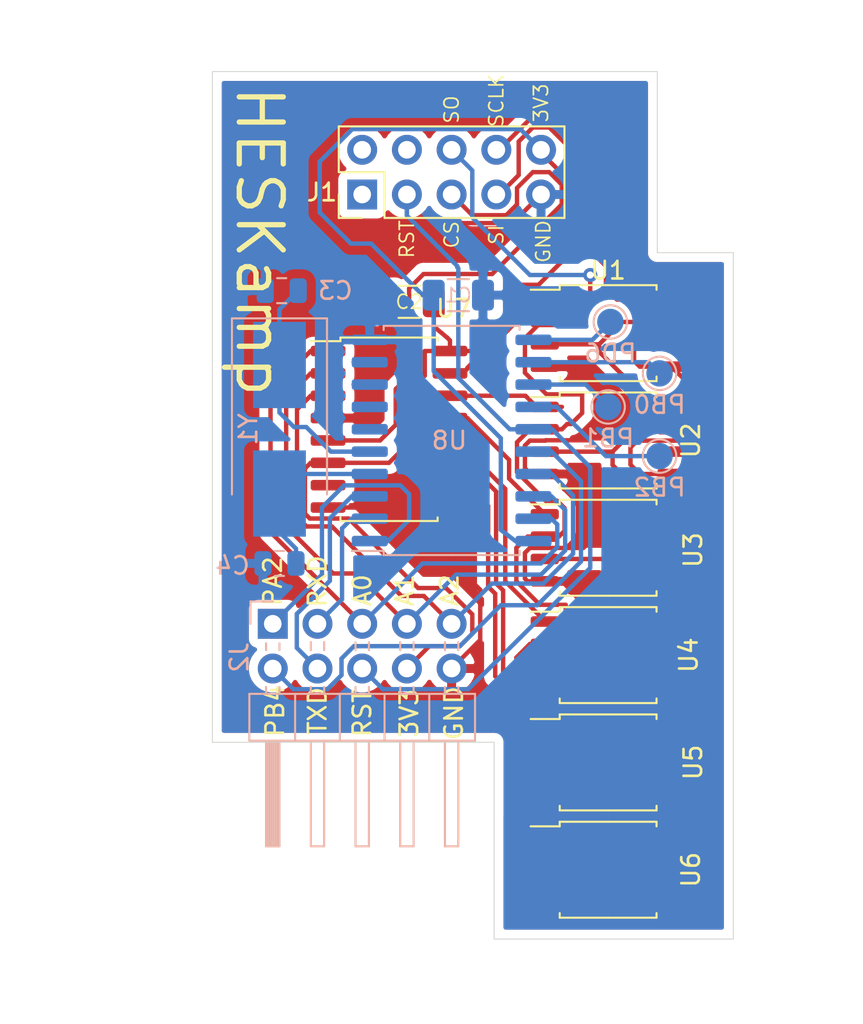
<source format=kicad_pcb>
(kicad_pcb (version 20171130) (host pcbnew 5.1.5+dfsg1-2build2)

  (general
    (thickness 1.6)
    (drawings 27)
    (tracks 546)
    (zones 0)
    (modules 19)
    (nets 36)
  )

  (page A4)
  (layers
    (0 F.Cu signal)
    (31 B.Cu signal hide)
    (32 B.Adhes user hide)
    (33 F.Adhes user hide)
    (34 B.Paste user hide)
    (35 F.Paste user hide)
    (36 B.SilkS user hide)
    (37 F.SilkS user)
    (38 B.Mask user hide)
    (39 F.Mask user hide)
    (40 Dwgs.User user)
    (41 Cmts.User user)
    (42 Eco1.User user)
    (43 Eco2.User user)
    (44 Edge.Cuts user)
    (45 Margin user)
    (46 B.CrtYd user hide)
    (47 F.CrtYd user hide)
    (48 B.Fab user hide)
    (49 F.Fab user)
  )

  (setup
    (last_trace_width 0.25)
    (trace_clearance 0.2)
    (zone_clearance 0.508)
    (zone_45_only no)
    (trace_min 0.2)
    (via_size 0.8)
    (via_drill 0.4)
    (via_min_size 0.4)
    (via_min_drill 0.3)
    (uvia_size 0.3)
    (uvia_drill 0.1)
    (uvias_allowed no)
    (uvia_min_size 0.2)
    (uvia_min_drill 0.1)
    (edge_width 0.05)
    (segment_width 0.2)
    (pcb_text_width 0.3)
    (pcb_text_size 1.5 1.5)
    (mod_edge_width 0.12)
    (mod_text_size 1 1)
    (mod_text_width 0.15)
    (pad_size 1.524 1.524)
    (pad_drill 0.762)
    (pad_to_mask_clearance 0.051)
    (solder_mask_min_width 0.25)
    (aux_axis_origin 0 0)
    (visible_elements FFFDFF7F)
    (pcbplotparams
      (layerselection 0x010f0_ffffffff)
      (usegerberextensions false)
      (usegerberattributes false)
      (usegerberadvancedattributes false)
      (creategerberjobfile false)
      (excludeedgelayer true)
      (linewidth 0.100000)
      (plotframeref false)
      (viasonmask false)
      (mode 1)
      (useauxorigin false)
      (hpglpennumber 1)
      (hpglpenspeed 20)
      (hpglpendiameter 15.000000)
      (psnegative false)
      (psa4output false)
      (plotreference true)
      (plotvalue true)
      (plotinvisibletext false)
      (padsonsilk false)
      (subtractmaskfromsilk false)
      (outputformat 1)
      (mirror false)
      (drillshape 0)
      (scaleselection 1)
      (outputdirectory "ehx9-flashmultiplexer-jlcpcb-gerbers/"))
  )

  (net 0 "")
  (net 1 "Net-(J1-Pad1)")
  (net 2 "Net-(J1-Pad2)")
  (net 3 /RST)
  (net 4 "Net-(J1-Pad4)")
  (net 5 /CS)
  (net 6 /SO)
  (net 7 /SI)
  (net 8 /SCLK)
  (net 9 GND)
  (net 10 +3V3)
  (net 11 "Net-(U1-Pad1)")
  (net 12 "Net-(U2-Pad1)")
  (net 13 /A0)
  (net 14 /A1)
  (net 15 /A2)
  (net 16 /RXD)
  (net 17 /TXD)
  (net 18 "Net-(U3-Pad1)")
  (net 19 "Net-(U4-Pad1)")
  (net 20 "Net-(U5-Pad1)")
  (net 21 "Net-(U6-Pad1)")
  (net 22 "Net-(U7-Pad7)")
  (net 23 "Net-(U7-Pad9)")
  (net 24 "Net-(U8-Pad6)")
  (net 25 "Net-(U8-Pad7)")
  (net 26 "Net-(U8-Pad8)")
  (net 27 "Net-(U8-Pad9)")
  (net 28 "Net-(C3-Pad1)")
  (net 29 "Net-(C4-Pad1)")
  (net 30 /PB4)
  (net 31 /PA2)
  (net 32 "Net-(PB0-Pad1)")
  (net 33 "Net-(PB1-Pad1)")
  (net 34 "Net-(PB2-Pad1)")
  (net 35 "Net-(PD6-Pad1)")

  (net_class Default "This is the default net class."
    (clearance 0.2)
    (trace_width 0.25)
    (via_dia 0.8)
    (via_drill 0.4)
    (uvia_dia 0.3)
    (uvia_drill 0.1)
    (add_net +3V3)
    (add_net /A0)
    (add_net /A1)
    (add_net /A2)
    (add_net /CS)
    (add_net /PA2)
    (add_net /PB4)
    (add_net /RST)
    (add_net /RXD)
    (add_net /SCLK)
    (add_net /SI)
    (add_net /SO)
    (add_net /TXD)
    (add_net GND)
    (add_net "Net-(C3-Pad1)")
    (add_net "Net-(C4-Pad1)")
    (add_net "Net-(J1-Pad1)")
    (add_net "Net-(J1-Pad2)")
    (add_net "Net-(J1-Pad4)")
    (add_net "Net-(PB0-Pad1)")
    (add_net "Net-(PB1-Pad1)")
    (add_net "Net-(PB2-Pad1)")
    (add_net "Net-(PD6-Pad1)")
    (add_net "Net-(U1-Pad1)")
    (add_net "Net-(U2-Pad1)")
    (add_net "Net-(U3-Pad1)")
    (add_net "Net-(U4-Pad1)")
    (add_net "Net-(U5-Pad1)")
    (add_net "Net-(U6-Pad1)")
    (add_net "Net-(U7-Pad7)")
    (add_net "Net-(U7-Pad9)")
    (add_net "Net-(U8-Pad6)")
    (add_net "Net-(U8-Pad7)")
    (add_net "Net-(U8-Pad8)")
    (add_net "Net-(U8-Pad9)")
  )

  (module Package_SO:SOP-8_5.28x5.23mm_P1.27mm (layer F.Cu) (tedit 5D9F72B1) (tstamp 611F25AD)
    (at 136.398 116.459)
    (descr "SOP, 8 Pin (http://www.macronix.com/Lists/Datasheet/Attachments/7534/MX25R3235F,%20Wide%20Range,%2032Mb,%20v1.6.pdf#page=80), generated with kicad-footprint-generator ipc_gullwing_generator.py")
    (tags "SOP SO")
    (path /6126ED49)
    (attr smd)
    (fp_text reference U6 (at 4.699 0 90) (layer F.SilkS)
      (effects (font (size 1 1) (thickness 0.15)))
    )
    (fp_text value MX25R3235FM1xx0 (at 0 3.4) (layer F.Fab)
      (effects (font (size 1 1) (thickness 0.15)))
    )
    (fp_text user %R (at 0.127 0.127) (layer F.Fab)
      (effects (font (size 0.98 0.98) (thickness 0.15)))
    )
    (fp_line (start 4.65 -2.86) (end -4.65 -2.86) (layer F.CrtYd) (width 0.05))
    (fp_line (start 4.65 2.86) (end 4.65 -2.86) (layer F.CrtYd) (width 0.05))
    (fp_line (start -4.65 2.86) (end 4.65 2.86) (layer F.CrtYd) (width 0.05))
    (fp_line (start -4.65 -2.86) (end -4.65 2.86) (layer F.CrtYd) (width 0.05))
    (fp_line (start -2.64 -1.615) (end -1.64 -2.615) (layer F.Fab) (width 0.1))
    (fp_line (start -2.64 2.615) (end -2.64 -1.615) (layer F.Fab) (width 0.1))
    (fp_line (start 2.64 2.615) (end -2.64 2.615) (layer F.Fab) (width 0.1))
    (fp_line (start 2.64 -2.615) (end 2.64 2.615) (layer F.Fab) (width 0.1))
    (fp_line (start -1.64 -2.615) (end 2.64 -2.615) (layer F.Fab) (width 0.1))
    (fp_line (start -2.75 -2.465) (end -4.4 -2.465) (layer F.SilkS) (width 0.12))
    (fp_line (start -2.75 -2.725) (end -2.75 -2.465) (layer F.SilkS) (width 0.12))
    (fp_line (start 0 -2.725) (end -2.75 -2.725) (layer F.SilkS) (width 0.12))
    (fp_line (start 2.75 -2.725) (end 2.75 -2.465) (layer F.SilkS) (width 0.12))
    (fp_line (start 0 -2.725) (end 2.75 -2.725) (layer F.SilkS) (width 0.12))
    (fp_line (start -2.75 2.725) (end -2.75 2.465) (layer F.SilkS) (width 0.12))
    (fp_line (start 0 2.725) (end -2.75 2.725) (layer F.SilkS) (width 0.12))
    (fp_line (start 2.75 2.725) (end 2.75 2.465) (layer F.SilkS) (width 0.12))
    (fp_line (start 0 2.725) (end 2.75 2.725) (layer F.SilkS) (width 0.12))
    (pad 8 smd roundrect (at 3.6 -1.905) (size 1.6 0.6) (layers F.Cu F.Paste F.Mask) (roundrect_rratio 0.25)
      (net 10 +3V3))
    (pad 7 smd roundrect (at 3.6 -0.635) (size 1.6 0.6) (layers F.Cu F.Paste F.Mask) (roundrect_rratio 0.25)
      (net 10 +3V3))
    (pad 6 smd roundrect (at 3.6 0.635) (size 1.6 0.6) (layers F.Cu F.Paste F.Mask) (roundrect_rratio 0.25)
      (net 8 /SCLK))
    (pad 5 smd roundrect (at 3.6 1.905) (size 1.6 0.6) (layers F.Cu F.Paste F.Mask) (roundrect_rratio 0.25)
      (net 7 /SI))
    (pad 4 smd roundrect (at -3.6 1.905) (size 1.6 0.6) (layers F.Cu F.Paste F.Mask) (roundrect_rratio 0.25)
      (net 9 GND))
    (pad 3 smd roundrect (at -3.6 0.635) (size 1.6 0.6) (layers F.Cu F.Paste F.Mask) (roundrect_rratio 0.25)
      (net 10 +3V3))
    (pad 2 smd roundrect (at -3.6 -0.635) (size 1.6 0.6) (layers F.Cu F.Paste F.Mask) (roundrect_rratio 0.25)
      (net 6 /SO))
    (pad 1 smd roundrect (at -3.6 -1.905) (size 1.6 0.6) (layers F.Cu F.Paste F.Mask) (roundrect_rratio 0.25)
      (net 21 "Net-(U6-Pad1)"))
    (model ${KISYS3DMOD}/Package_SO.3dshapes/SOP-8_5.28x5.23mm_P1.27mm.wrl
      (at (xyz 0 0 0))
      (scale (xyz 1 1 1))
      (rotate (xyz 0 0 0))
    )
  )

  (module Package_SO:SOP-8_5.28x5.23mm_P1.27mm (layer F.Cu) (tedit 5D9F72B1) (tstamp 611F24FF)
    (at 136.398 92.075)
    (descr "SOP, 8 Pin (http://www.macronix.com/Lists/Datasheet/Attachments/7534/MX25R3235F,%20Wide%20Range,%2032Mb,%20v1.6.pdf#page=80), generated with kicad-footprint-generator ipc_gullwing_generator.py")
    (tags "SOP SO")
    (path /6120628D)
    (attr smd)
    (fp_text reference U2 (at 4.699 0 90) (layer F.SilkS)
      (effects (font (size 1 1) (thickness 0.15)))
    )
    (fp_text value MX25R3235FM1xx0 (at 0 3.4) (layer F.Fab)
      (effects (font (size 1 1) (thickness 0.15)))
    )
    (fp_text user %R (at 0 0) (layer F.Fab)
      (effects (font (size 0.98 0.98) (thickness 0.15)))
    )
    (fp_line (start 4.65 -2.86) (end -4.65 -2.86) (layer F.CrtYd) (width 0.05))
    (fp_line (start 4.65 2.86) (end 4.65 -2.86) (layer F.CrtYd) (width 0.05))
    (fp_line (start -4.65 2.86) (end 4.65 2.86) (layer F.CrtYd) (width 0.05))
    (fp_line (start -4.65 -2.86) (end -4.65 2.86) (layer F.CrtYd) (width 0.05))
    (fp_line (start -2.64 -1.615) (end -1.64 -2.615) (layer F.Fab) (width 0.1))
    (fp_line (start -2.64 2.615) (end -2.64 -1.615) (layer F.Fab) (width 0.1))
    (fp_line (start 2.64 2.615) (end -2.64 2.615) (layer F.Fab) (width 0.1))
    (fp_line (start 2.64 -2.615) (end 2.64 2.615) (layer F.Fab) (width 0.1))
    (fp_line (start -1.64 -2.615) (end 2.64 -2.615) (layer F.Fab) (width 0.1))
    (fp_line (start -2.75 -2.465) (end -4.4 -2.465) (layer F.SilkS) (width 0.12))
    (fp_line (start -2.75 -2.725) (end -2.75 -2.465) (layer F.SilkS) (width 0.12))
    (fp_line (start 0 -2.725) (end -2.75 -2.725) (layer F.SilkS) (width 0.12))
    (fp_line (start 2.75 -2.725) (end 2.75 -2.465) (layer F.SilkS) (width 0.12))
    (fp_line (start 0 -2.725) (end 2.75 -2.725) (layer F.SilkS) (width 0.12))
    (fp_line (start -2.75 2.725) (end -2.75 2.465) (layer F.SilkS) (width 0.12))
    (fp_line (start 0 2.725) (end -2.75 2.725) (layer F.SilkS) (width 0.12))
    (fp_line (start 2.75 2.725) (end 2.75 2.465) (layer F.SilkS) (width 0.12))
    (fp_line (start 0 2.725) (end 2.75 2.725) (layer F.SilkS) (width 0.12))
    (pad 8 smd roundrect (at 3.6 -1.905) (size 1.6 0.6) (layers F.Cu F.Paste F.Mask) (roundrect_rratio 0.25)
      (net 10 +3V3))
    (pad 7 smd roundrect (at 3.6 -0.635) (size 1.6 0.6) (layers F.Cu F.Paste F.Mask) (roundrect_rratio 0.25)
      (net 10 +3V3))
    (pad 6 smd roundrect (at 3.6 0.635) (size 1.6 0.6) (layers F.Cu F.Paste F.Mask) (roundrect_rratio 0.25)
      (net 8 /SCLK))
    (pad 5 smd roundrect (at 3.6 1.905) (size 1.6 0.6) (layers F.Cu F.Paste F.Mask) (roundrect_rratio 0.25)
      (net 7 /SI))
    (pad 4 smd roundrect (at -3.6 1.905) (size 1.6 0.6) (layers F.Cu F.Paste F.Mask) (roundrect_rratio 0.25)
      (net 9 GND))
    (pad 3 smd roundrect (at -3.6 0.635) (size 1.6 0.6) (layers F.Cu F.Paste F.Mask) (roundrect_rratio 0.25)
      (net 10 +3V3))
    (pad 2 smd roundrect (at -3.6 -0.635) (size 1.6 0.6) (layers F.Cu F.Paste F.Mask) (roundrect_rratio 0.25)
      (net 6 /SO))
    (pad 1 smd roundrect (at -3.6 -1.905) (size 1.6 0.6) (layers F.Cu F.Paste F.Mask) (roundrect_rratio 0.25)
      (net 12 "Net-(U2-Pad1)"))
    (model ${KISYS3DMOD}/Package_SO.3dshapes/SOP-8_5.28x5.23mm_P1.27mm.wrl
      (at (xyz 0 0 0))
      (scale (xyz 1 1 1))
      (rotate (xyz 0 0 0))
    )
  )

  (module Package_SO:SOP-8_5.28x5.23mm_P1.27mm (layer F.Cu) (tedit 5D9F72B1) (tstamp 611F255F)
    (at 136.398 98.171)
    (descr "SOP, 8 Pin (http://www.macronix.com/Lists/Datasheet/Attachments/7534/MX25R3235F,%20Wide%20Range,%2032Mb,%20v1.6.pdf#page=80), generated with kicad-footprint-generator ipc_gullwing_generator.py")
    (tags "SOP SO")
    (path /6125EC40)
    (attr smd)
    (fp_text reference U3 (at 4.826 0.127 90) (layer F.SilkS)
      (effects (font (size 1 1) (thickness 0.15)))
    )
    (fp_text value MX25R3235FM1xx0 (at 0 3.4) (layer F.Fab)
      (effects (font (size 1 1) (thickness 0.15)))
    )
    (fp_text user %R (at -0.127 0) (layer F.Fab)
      (effects (font (size 0.98 0.98) (thickness 0.15)))
    )
    (fp_line (start 4.65 -2.86) (end -4.65 -2.86) (layer F.CrtYd) (width 0.05))
    (fp_line (start 4.65 2.86) (end 4.65 -2.86) (layer F.CrtYd) (width 0.05))
    (fp_line (start -4.65 2.86) (end 4.65 2.86) (layer F.CrtYd) (width 0.05))
    (fp_line (start -4.65 -2.86) (end -4.65 2.86) (layer F.CrtYd) (width 0.05))
    (fp_line (start -2.64 -1.615) (end -1.64 -2.615) (layer F.Fab) (width 0.1))
    (fp_line (start -2.64 2.615) (end -2.64 -1.615) (layer F.Fab) (width 0.1))
    (fp_line (start 2.64 2.615) (end -2.64 2.615) (layer F.Fab) (width 0.1))
    (fp_line (start 2.64 -2.615) (end 2.64 2.615) (layer F.Fab) (width 0.1))
    (fp_line (start -1.64 -2.615) (end 2.64 -2.615) (layer F.Fab) (width 0.1))
    (fp_line (start -2.75 -2.465) (end -4.4 -2.465) (layer F.SilkS) (width 0.12))
    (fp_line (start -2.75 -2.725) (end -2.75 -2.465) (layer F.SilkS) (width 0.12))
    (fp_line (start 0 -2.725) (end -2.75 -2.725) (layer F.SilkS) (width 0.12))
    (fp_line (start 2.75 -2.725) (end 2.75 -2.465) (layer F.SilkS) (width 0.12))
    (fp_line (start 0 -2.725) (end 2.75 -2.725) (layer F.SilkS) (width 0.12))
    (fp_line (start -2.75 2.725) (end -2.75 2.465) (layer F.SilkS) (width 0.12))
    (fp_line (start 0 2.725) (end -2.75 2.725) (layer F.SilkS) (width 0.12))
    (fp_line (start 2.75 2.725) (end 2.75 2.465) (layer F.SilkS) (width 0.12))
    (fp_line (start 0 2.725) (end 2.75 2.725) (layer F.SilkS) (width 0.12))
    (pad 8 smd roundrect (at 3.6 -1.905) (size 1.6 0.6) (layers F.Cu F.Paste F.Mask) (roundrect_rratio 0.25)
      (net 10 +3V3))
    (pad 7 smd roundrect (at 3.6 -0.635) (size 1.6 0.6) (layers F.Cu F.Paste F.Mask) (roundrect_rratio 0.25)
      (net 10 +3V3))
    (pad 6 smd roundrect (at 3.6 0.635) (size 1.6 0.6) (layers F.Cu F.Paste F.Mask) (roundrect_rratio 0.25)
      (net 8 /SCLK))
    (pad 5 smd roundrect (at 3.6 1.905) (size 1.6 0.6) (layers F.Cu F.Paste F.Mask) (roundrect_rratio 0.25)
      (net 7 /SI))
    (pad 4 smd roundrect (at -3.6 1.905) (size 1.6 0.6) (layers F.Cu F.Paste F.Mask) (roundrect_rratio 0.25)
      (net 9 GND))
    (pad 3 smd roundrect (at -3.6 0.635) (size 1.6 0.6) (layers F.Cu F.Paste F.Mask) (roundrect_rratio 0.25)
      (net 10 +3V3))
    (pad 2 smd roundrect (at -3.6 -0.635) (size 1.6 0.6) (layers F.Cu F.Paste F.Mask) (roundrect_rratio 0.25)
      (net 6 /SO))
    (pad 1 smd roundrect (at -3.6 -1.905) (size 1.6 0.6) (layers F.Cu F.Paste F.Mask) (roundrect_rratio 0.25)
      (net 18 "Net-(U3-Pad1)"))
    (model ${KISYS3DMOD}/Package_SO.3dshapes/SOP-8_5.28x5.23mm_P1.27mm.wrl
      (at (xyz 0 0 0))
      (scale (xyz 1 1 1))
      (rotate (xyz 0 0 0))
    )
  )

  (module Package_SO:SOP-8_5.28x5.23mm_P1.27mm (layer F.Cu) (tedit 5D9F72B1) (tstamp 611F2579)
    (at 136.398 104.267)
    (descr "SOP, 8 Pin (http://www.macronix.com/Lists/Datasheet/Attachments/7534/MX25R3235F,%20Wide%20Range,%2032Mb,%20v1.6.pdf#page=80), generated with kicad-footprint-generator ipc_gullwing_generator.py")
    (tags "SOP SO")
    (path /6125F868)
    (attr smd)
    (fp_text reference U4 (at 4.572 0 90) (layer F.SilkS)
      (effects (font (size 1 1) (thickness 0.15)))
    )
    (fp_text value MX25R3235FM1xx0 (at 0 3.4) (layer F.Fab)
      (effects (font (size 1 1) (thickness 0.15)))
    )
    (fp_text user %R (at -0.254 1.143) (layer F.Fab)
      (effects (font (size 0.98 0.98) (thickness 0.15)))
    )
    (fp_line (start 4.65 -2.86) (end -4.65 -2.86) (layer F.CrtYd) (width 0.05))
    (fp_line (start 4.65 2.86) (end 4.65 -2.86) (layer F.CrtYd) (width 0.05))
    (fp_line (start -4.65 2.86) (end 4.65 2.86) (layer F.CrtYd) (width 0.05))
    (fp_line (start -4.65 -2.86) (end -4.65 2.86) (layer F.CrtYd) (width 0.05))
    (fp_line (start -2.64 -1.615) (end -1.64 -2.615) (layer F.Fab) (width 0.1))
    (fp_line (start -2.64 2.615) (end -2.64 -1.615) (layer F.Fab) (width 0.1))
    (fp_line (start 2.64 2.615) (end -2.64 2.615) (layer F.Fab) (width 0.1))
    (fp_line (start 2.64 -2.615) (end 2.64 2.615) (layer F.Fab) (width 0.1))
    (fp_line (start -1.64 -2.615) (end 2.64 -2.615) (layer F.Fab) (width 0.1))
    (fp_line (start -2.75 -2.465) (end -4.4 -2.465) (layer F.SilkS) (width 0.12))
    (fp_line (start -2.75 -2.725) (end -2.75 -2.465) (layer F.SilkS) (width 0.12))
    (fp_line (start 0 -2.725) (end -2.75 -2.725) (layer F.SilkS) (width 0.12))
    (fp_line (start 2.75 -2.725) (end 2.75 -2.465) (layer F.SilkS) (width 0.12))
    (fp_line (start 0 -2.725) (end 2.75 -2.725) (layer F.SilkS) (width 0.12))
    (fp_line (start -2.75 2.725) (end -2.75 2.465) (layer F.SilkS) (width 0.12))
    (fp_line (start 0 2.725) (end -2.75 2.725) (layer F.SilkS) (width 0.12))
    (fp_line (start 2.75 2.725) (end 2.75 2.465) (layer F.SilkS) (width 0.12))
    (fp_line (start 0 2.725) (end 2.75 2.725) (layer F.SilkS) (width 0.12))
    (pad 8 smd roundrect (at 3.6 -1.905) (size 1.6 0.6) (layers F.Cu F.Paste F.Mask) (roundrect_rratio 0.25)
      (net 10 +3V3))
    (pad 7 smd roundrect (at 3.6 -0.635) (size 1.6 0.6) (layers F.Cu F.Paste F.Mask) (roundrect_rratio 0.25)
      (net 10 +3V3))
    (pad 6 smd roundrect (at 3.6 0.635) (size 1.6 0.6) (layers F.Cu F.Paste F.Mask) (roundrect_rratio 0.25)
      (net 8 /SCLK))
    (pad 5 smd roundrect (at 3.6 1.905) (size 1.6 0.6) (layers F.Cu F.Paste F.Mask) (roundrect_rratio 0.25)
      (net 7 /SI))
    (pad 4 smd roundrect (at -3.6 1.905) (size 1.6 0.6) (layers F.Cu F.Paste F.Mask) (roundrect_rratio 0.25)
      (net 9 GND))
    (pad 3 smd roundrect (at -3.6 0.635) (size 1.6 0.6) (layers F.Cu F.Paste F.Mask) (roundrect_rratio 0.25)
      (net 10 +3V3))
    (pad 2 smd roundrect (at -3.6 -0.635) (size 1.6 0.6) (layers F.Cu F.Paste F.Mask) (roundrect_rratio 0.25)
      (net 6 /SO))
    (pad 1 smd roundrect (at -3.6 -1.905) (size 1.6 0.6) (layers F.Cu F.Paste F.Mask) (roundrect_rratio 0.25)
      (net 19 "Net-(U4-Pad1)"))
    (model ${KISYS3DMOD}/Package_SO.3dshapes/SOP-8_5.28x5.23mm_P1.27mm.wrl
      (at (xyz 0 0 0))
      (scale (xyz 1 1 1))
      (rotate (xyz 0 0 0))
    )
  )

  (module Package_SO:SOP-8_5.28x5.23mm_P1.27mm (layer F.Cu) (tedit 5D9F72B1) (tstamp 611F2593)
    (at 136.398 110.363)
    (descr "SOP, 8 Pin (http://www.macronix.com/Lists/Datasheet/Attachments/7534/MX25R3235F,%20Wide%20Range,%2032Mb,%20v1.6.pdf#page=80), generated with kicad-footprint-generator ipc_gullwing_generator.py")
    (tags "SOP SO")
    (path /6126EB8F)
    (attr smd)
    (fp_text reference U5 (at 4.826 0 90) (layer F.SilkS)
      (effects (font (size 1 1) (thickness 0.15)))
    )
    (fp_text value MX25R3235FM1xx0 (at 0 3.4) (layer F.Fab)
      (effects (font (size 1 1) (thickness 0.15)))
    )
    (fp_text user %R (at 0.127 0) (layer F.Fab)
      (effects (font (size 0.98 0.98) (thickness 0.15)))
    )
    (fp_line (start 4.65 -2.86) (end -4.65 -2.86) (layer F.CrtYd) (width 0.05))
    (fp_line (start 4.65 2.86) (end 4.65 -2.86) (layer F.CrtYd) (width 0.05))
    (fp_line (start -4.65 2.86) (end 4.65 2.86) (layer F.CrtYd) (width 0.05))
    (fp_line (start -4.65 -2.86) (end -4.65 2.86) (layer F.CrtYd) (width 0.05))
    (fp_line (start -2.64 -1.615) (end -1.64 -2.615) (layer F.Fab) (width 0.1))
    (fp_line (start -2.64 2.615) (end -2.64 -1.615) (layer F.Fab) (width 0.1))
    (fp_line (start 2.64 2.615) (end -2.64 2.615) (layer F.Fab) (width 0.1))
    (fp_line (start 2.64 -2.615) (end 2.64 2.615) (layer F.Fab) (width 0.1))
    (fp_line (start -1.64 -2.615) (end 2.64 -2.615) (layer F.Fab) (width 0.1))
    (fp_line (start -2.75 -2.465) (end -4.4 -2.465) (layer F.SilkS) (width 0.12))
    (fp_line (start -2.75 -2.725) (end -2.75 -2.465) (layer F.SilkS) (width 0.12))
    (fp_line (start 0 -2.725) (end -2.75 -2.725) (layer F.SilkS) (width 0.12))
    (fp_line (start 2.75 -2.725) (end 2.75 -2.465) (layer F.SilkS) (width 0.12))
    (fp_line (start 0 -2.725) (end 2.75 -2.725) (layer F.SilkS) (width 0.12))
    (fp_line (start -2.75 2.725) (end -2.75 2.465) (layer F.SilkS) (width 0.12))
    (fp_line (start 0 2.725) (end -2.75 2.725) (layer F.SilkS) (width 0.12))
    (fp_line (start 2.75 2.725) (end 2.75 2.465) (layer F.SilkS) (width 0.12))
    (fp_line (start 0 2.725) (end 2.75 2.725) (layer F.SilkS) (width 0.12))
    (pad 8 smd roundrect (at 3.6 -1.905) (size 1.6 0.6) (layers F.Cu F.Paste F.Mask) (roundrect_rratio 0.25)
      (net 10 +3V3))
    (pad 7 smd roundrect (at 3.6 -0.635) (size 1.6 0.6) (layers F.Cu F.Paste F.Mask) (roundrect_rratio 0.25)
      (net 10 +3V3))
    (pad 6 smd roundrect (at 3.6 0.635) (size 1.6 0.6) (layers F.Cu F.Paste F.Mask) (roundrect_rratio 0.25)
      (net 8 /SCLK))
    (pad 5 smd roundrect (at 3.6 1.905) (size 1.6 0.6) (layers F.Cu F.Paste F.Mask) (roundrect_rratio 0.25)
      (net 7 /SI))
    (pad 4 smd roundrect (at -3.6 1.905) (size 1.6 0.6) (layers F.Cu F.Paste F.Mask) (roundrect_rratio 0.25)
      (net 9 GND))
    (pad 3 smd roundrect (at -3.6 0.635) (size 1.6 0.6) (layers F.Cu F.Paste F.Mask) (roundrect_rratio 0.25)
      (net 10 +3V3))
    (pad 2 smd roundrect (at -3.6 -0.635) (size 1.6 0.6) (layers F.Cu F.Paste F.Mask) (roundrect_rratio 0.25)
      (net 6 /SO))
    (pad 1 smd roundrect (at -3.6 -1.905) (size 1.6 0.6) (layers F.Cu F.Paste F.Mask) (roundrect_rratio 0.25)
      (net 20 "Net-(U5-Pad1)"))
    (model ${KISYS3DMOD}/Package_SO.3dshapes/SOP-8_5.28x5.23mm_P1.27mm.wrl
      (at (xyz 0 0 0))
      (scale (xyz 1 1 1))
      (rotate (xyz 0 0 0))
    )
  )

  (module Package_SO:SO-16_5.3x10.2mm_P1.27mm (layer F.Cu) (tedit 5EA5315B) (tstamp 611F2545)
    (at 123.952 91.44)
    (descr "SO, 16 Pin (https://www.ti.com/lit/ml/msop002a/msop002a.pdf), generated with kicad-footprint-generator ipc_gullwing_generator.py")
    (tags "SO SO")
    (path /611ECD31)
    (attr smd)
    (fp_text reference U7 (at 3.683 -6.858 180) (layer F.SilkS)
      (effects (font (size 1 1) (thickness 0.15)))
    )
    (fp_text value 74LS138 (at 0 6.05) (layer F.Fab)
      (effects (font (size 1 1) (thickness 0.15)))
    )
    (fp_line (start 0 5.21) (end 2.76 5.21) (layer F.SilkS) (width 0.12))
    (fp_line (start 2.76 5.21) (end 2.76 5.005) (layer F.SilkS) (width 0.12))
    (fp_line (start 0 5.21) (end -2.76 5.21) (layer F.SilkS) (width 0.12))
    (fp_line (start -2.76 5.21) (end -2.76 5.005) (layer F.SilkS) (width 0.12))
    (fp_line (start 0 -5.21) (end 2.76 -5.21) (layer F.SilkS) (width 0.12))
    (fp_line (start 2.76 -5.21) (end 2.76 -5.005) (layer F.SilkS) (width 0.12))
    (fp_line (start 0 -5.21) (end -2.76 -5.21) (layer F.SilkS) (width 0.12))
    (fp_line (start -2.76 -5.21) (end -2.76 -5.005) (layer F.SilkS) (width 0.12))
    (fp_line (start -2.76 -5.005) (end -4.45 -5.005) (layer F.SilkS) (width 0.12))
    (fp_line (start -1.65 -5.1) (end 2.65 -5.1) (layer F.Fab) (width 0.1))
    (fp_line (start 2.65 -5.1) (end 2.65 5.1) (layer F.Fab) (width 0.1))
    (fp_line (start 2.65 5.1) (end -2.65 5.1) (layer F.Fab) (width 0.1))
    (fp_line (start -2.65 5.1) (end -2.65 -4.1) (layer F.Fab) (width 0.1))
    (fp_line (start -2.65 -4.1) (end -1.65 -5.1) (layer F.Fab) (width 0.1))
    (fp_line (start -4.7 -5.35) (end -4.7 5.35) (layer F.CrtYd) (width 0.05))
    (fp_line (start -4.7 5.35) (end 4.7 5.35) (layer F.CrtYd) (width 0.05))
    (fp_line (start 4.7 5.35) (end 4.7 -5.35) (layer F.CrtYd) (width 0.05))
    (fp_line (start 4.7 -5.35) (end -4.7 -5.35) (layer F.CrtYd) (width 0.05))
    (fp_text user %R (at 1.524 4.445) (layer F.Fab)
      (effects (font (size 1 1) (thickness 0.15)))
    )
    (pad 1 smd roundrect (at -3.4625 -4.445) (size 1.975 0.6) (layers F.Cu F.Paste F.Mask) (roundrect_rratio 0.25)
      (net 13 /A0))
    (pad 2 smd roundrect (at -3.4625 -3.175) (size 1.975 0.6) (layers F.Cu F.Paste F.Mask) (roundrect_rratio 0.25)
      (net 14 /A1))
    (pad 3 smd roundrect (at -3.4625 -1.905) (size 1.975 0.6) (layers F.Cu F.Paste F.Mask) (roundrect_rratio 0.25)
      (net 15 /A2))
    (pad 4 smd roundrect (at -3.4625 -0.635) (size 1.975 0.6) (layers F.Cu F.Paste F.Mask) (roundrect_rratio 0.25)
      (net 9 GND))
    (pad 5 smd roundrect (at -3.4625 0.635) (size 1.975 0.6) (layers F.Cu F.Paste F.Mask) (roundrect_rratio 0.25)
      (net 5 /CS))
    (pad 6 smd roundrect (at -3.4625 1.905) (size 1.975 0.6) (layers F.Cu F.Paste F.Mask) (roundrect_rratio 0.25)
      (net 10 +3V3))
    (pad 7 smd roundrect (at -3.4625 3.175) (size 1.975 0.6) (layers F.Cu F.Paste F.Mask) (roundrect_rratio 0.25)
      (net 22 "Net-(U7-Pad7)"))
    (pad 8 smd roundrect (at -3.4625 4.445) (size 1.975 0.6) (layers F.Cu F.Paste F.Mask) (roundrect_rratio 0.25)
      (net 9 GND))
    (pad 9 smd roundrect (at 3.4625 4.445) (size 1.975 0.6) (layers F.Cu F.Paste F.Mask) (roundrect_rratio 0.25)
      (net 23 "Net-(U7-Pad9)"))
    (pad 10 smd roundrect (at 3.4625 3.175) (size 1.975 0.6) (layers F.Cu F.Paste F.Mask) (roundrect_rratio 0.25)
      (net 21 "Net-(U6-Pad1)"))
    (pad 11 smd roundrect (at 3.4625 1.905) (size 1.975 0.6) (layers F.Cu F.Paste F.Mask) (roundrect_rratio 0.25)
      (net 20 "Net-(U5-Pad1)"))
    (pad 12 smd roundrect (at 3.4625 0.635) (size 1.975 0.6) (layers F.Cu F.Paste F.Mask) (roundrect_rratio 0.25)
      (net 19 "Net-(U4-Pad1)"))
    (pad 13 smd roundrect (at 3.4625 -0.635) (size 1.975 0.6) (layers F.Cu F.Paste F.Mask) (roundrect_rratio 0.25)
      (net 18 "Net-(U3-Pad1)"))
    (pad 14 smd roundrect (at 3.4625 -1.905) (size 1.975 0.6) (layers F.Cu F.Paste F.Mask) (roundrect_rratio 0.25)
      (net 12 "Net-(U2-Pad1)"))
    (pad 15 smd roundrect (at 3.4625 -3.175) (size 1.975 0.6) (layers F.Cu F.Paste F.Mask) (roundrect_rratio 0.25)
      (net 11 "Net-(U1-Pad1)"))
    (pad 16 smd roundrect (at 3.4625 -4.445) (size 1.975 0.6) (layers F.Cu F.Paste F.Mask) (roundrect_rratio 0.25)
      (net 10 +3V3))
    (model ${KISYS3DMOD}/Package_SO.3dshapes/SO-16_5.3x10.2mm_P1.27mm.wrl
      (at (xyz 0 0 0))
      (scale (xyz 1 1 1))
      (rotate (xyz 0 0 0))
    )
  )

  (module Connector_PinHeader_2.54mm:PinHeader_2x05_P2.54mm_Vertical (layer F.Cu) (tedit 59FED5CC) (tstamp 611F2457)
    (at 122.428 78.105 90)
    (descr "Through hole straight pin header, 2x05, 2.54mm pitch, double rows")
    (tags "Through hole pin header THT 2x05 2.54mm double row")
    (path /611EC5D5)
    (fp_text reference J1 (at 0.127 -2.286 180) (layer F.SilkS)
      (effects (font (size 1 1) (thickness 0.15)))
    )
    (fp_text value EHX_CONN (at 1.27 12.49 90) (layer F.Fab)
      (effects (font (size 1 1) (thickness 0.15)))
    )
    (fp_line (start 0 -1.27) (end 3.81 -1.27) (layer F.Fab) (width 0.1))
    (fp_line (start 3.81 -1.27) (end 3.81 11.43) (layer F.Fab) (width 0.1))
    (fp_line (start 3.81 11.43) (end -1.27 11.43) (layer F.Fab) (width 0.1))
    (fp_line (start -1.27 11.43) (end -1.27 0) (layer F.Fab) (width 0.1))
    (fp_line (start -1.27 0) (end 0 -1.27) (layer F.Fab) (width 0.1))
    (fp_line (start -1.33 11.49) (end 3.87 11.49) (layer F.SilkS) (width 0.12))
    (fp_line (start -1.33 1.27) (end -1.33 11.49) (layer F.SilkS) (width 0.12))
    (fp_line (start 3.87 -1.33) (end 3.87 11.49) (layer F.SilkS) (width 0.12))
    (fp_line (start -1.33 1.27) (end 1.27 1.27) (layer F.SilkS) (width 0.12))
    (fp_line (start 1.27 1.27) (end 1.27 -1.33) (layer F.SilkS) (width 0.12))
    (fp_line (start 1.27 -1.33) (end 3.87 -1.33) (layer F.SilkS) (width 0.12))
    (fp_line (start -1.33 0) (end -1.33 -1.33) (layer F.SilkS) (width 0.12))
    (fp_line (start -1.33 -1.33) (end 0 -1.33) (layer F.SilkS) (width 0.12))
    (fp_line (start -1.8 -1.8) (end -1.8 11.95) (layer F.CrtYd) (width 0.05))
    (fp_line (start -1.8 11.95) (end 4.35 11.95) (layer F.CrtYd) (width 0.05))
    (fp_line (start 4.35 11.95) (end 4.35 -1.8) (layer F.CrtYd) (width 0.05))
    (fp_line (start 4.35 -1.8) (end -1.8 -1.8) (layer F.CrtYd) (width 0.05))
    (fp_text user %R (at 1.27 5.08) (layer F.Fab)
      (effects (font (size 1 1) (thickness 0.15)))
    )
    (pad 1 thru_hole rect (at 0 0 90) (size 1.7 1.7) (drill 1) (layers *.Cu *.Mask)
      (net 1 "Net-(J1-Pad1)"))
    (pad 2 thru_hole oval (at 2.54 0 90) (size 1.7 1.7) (drill 1) (layers *.Cu *.Mask)
      (net 2 "Net-(J1-Pad2)"))
    (pad 3 thru_hole oval (at 0 2.54 90) (size 1.7 1.7) (drill 1) (layers *.Cu *.Mask)
      (net 3 /RST))
    (pad 4 thru_hole oval (at 2.54 2.54 90) (size 1.7 1.7) (drill 1) (layers *.Cu *.Mask)
      (net 4 "Net-(J1-Pad4)"))
    (pad 5 thru_hole oval (at 0 5.08 90) (size 1.7 1.7) (drill 1) (layers *.Cu *.Mask)
      (net 5 /CS))
    (pad 6 thru_hole oval (at 2.54 5.08 90) (size 1.7 1.7) (drill 1) (layers *.Cu *.Mask)
      (net 6 /SO))
    (pad 7 thru_hole oval (at 0 7.62 90) (size 1.7 1.7) (drill 1) (layers *.Cu *.Mask)
      (net 7 /SI))
    (pad 8 thru_hole oval (at 2.54 7.62 90) (size 1.7 1.7) (drill 1) (layers *.Cu *.Mask)
      (net 8 /SCLK))
    (pad 9 thru_hole oval (at 0 10.16 90) (size 1.7 1.7) (drill 1) (layers *.Cu *.Mask)
      (net 9 GND))
    (pad 10 thru_hole oval (at 2.54 10.16 90) (size 1.7 1.7) (drill 1) (layers *.Cu *.Mask)
      (net 10 +3V3))
    (model ${KISYS3DMOD}/Connector_PinHeader_2.54mm.3dshapes/PinHeader_2x05_P2.54mm_Vertical.wrl
      (at (xyz 0 0 0))
      (scale (xyz 1 1 1))
      (rotate (xyz 0 0 0))
    )
  )

  (module Connector_PinHeader_2.54mm:PinHeader_2x05_P2.54mm_Horizontal (layer B.Cu) (tedit 59FED5CB) (tstamp 611FC7D2)
    (at 117.348 102.489 270)
    (descr "Through hole angled pin header, 2x05, 2.54mm pitch, 6mm pin length, double rows")
    (tags "Through hole angled pin header THT 2x05 2.54mm double row")
    (path /6124AAD4)
    (fp_text reference J2 (at 1.905 1.905 270) (layer B.SilkS)
      (effects (font (size 1 1) (thickness 0.15)) (justify mirror))
    )
    (fp_text value MCU_CONN (at 5.655 -12.43 270) (layer B.Fab)
      (effects (font (size 1 1) (thickness 0.15)) (justify mirror))
    )
    (fp_line (start 4.675 1.27) (end 6.58 1.27) (layer B.Fab) (width 0.1))
    (fp_line (start 6.58 1.27) (end 6.58 -11.43) (layer B.Fab) (width 0.1))
    (fp_line (start 6.58 -11.43) (end 4.04 -11.43) (layer B.Fab) (width 0.1))
    (fp_line (start 4.04 -11.43) (end 4.04 0.635) (layer B.Fab) (width 0.1))
    (fp_line (start 4.04 0.635) (end 4.675 1.27) (layer B.Fab) (width 0.1))
    (fp_line (start -0.32 0.32) (end 4.04 0.32) (layer B.Fab) (width 0.1))
    (fp_line (start -0.32 0.32) (end -0.32 -0.32) (layer B.Fab) (width 0.1))
    (fp_line (start -0.32 -0.32) (end 4.04 -0.32) (layer B.Fab) (width 0.1))
    (fp_line (start 6.58 0.32) (end 12.58 0.32) (layer B.Fab) (width 0.1))
    (fp_line (start 12.58 0.32) (end 12.58 -0.32) (layer B.Fab) (width 0.1))
    (fp_line (start 6.58 -0.32) (end 12.58 -0.32) (layer B.Fab) (width 0.1))
    (fp_line (start -0.32 -2.22) (end 4.04 -2.22) (layer B.Fab) (width 0.1))
    (fp_line (start -0.32 -2.22) (end -0.32 -2.86) (layer B.Fab) (width 0.1))
    (fp_line (start -0.32 -2.86) (end 4.04 -2.86) (layer B.Fab) (width 0.1))
    (fp_line (start 6.58 -2.22) (end 12.58 -2.22) (layer B.Fab) (width 0.1))
    (fp_line (start 12.58 -2.22) (end 12.58 -2.86) (layer B.Fab) (width 0.1))
    (fp_line (start 6.58 -2.86) (end 12.58 -2.86) (layer B.Fab) (width 0.1))
    (fp_line (start -0.32 -4.76) (end 4.04 -4.76) (layer B.Fab) (width 0.1))
    (fp_line (start -0.32 -4.76) (end -0.32 -5.4) (layer B.Fab) (width 0.1))
    (fp_line (start -0.32 -5.4) (end 4.04 -5.4) (layer B.Fab) (width 0.1))
    (fp_line (start 6.58 -4.76) (end 12.58 -4.76) (layer B.Fab) (width 0.1))
    (fp_line (start 12.58 -4.76) (end 12.58 -5.4) (layer B.Fab) (width 0.1))
    (fp_line (start 6.58 -5.4) (end 12.58 -5.4) (layer B.Fab) (width 0.1))
    (fp_line (start -0.32 -7.3) (end 4.04 -7.3) (layer B.Fab) (width 0.1))
    (fp_line (start -0.32 -7.3) (end -0.32 -7.94) (layer B.Fab) (width 0.1))
    (fp_line (start -0.32 -7.94) (end 4.04 -7.94) (layer B.Fab) (width 0.1))
    (fp_line (start 6.58 -7.3) (end 12.58 -7.3) (layer B.Fab) (width 0.1))
    (fp_line (start 12.58 -7.3) (end 12.58 -7.94) (layer B.Fab) (width 0.1))
    (fp_line (start 6.58 -7.94) (end 12.58 -7.94) (layer B.Fab) (width 0.1))
    (fp_line (start -0.32 -9.84) (end 4.04 -9.84) (layer B.Fab) (width 0.1))
    (fp_line (start -0.32 -9.84) (end -0.32 -10.48) (layer B.Fab) (width 0.1))
    (fp_line (start -0.32 -10.48) (end 4.04 -10.48) (layer B.Fab) (width 0.1))
    (fp_line (start 6.58 -9.84) (end 12.58 -9.84) (layer B.Fab) (width 0.1))
    (fp_line (start 12.58 -9.84) (end 12.58 -10.48) (layer B.Fab) (width 0.1))
    (fp_line (start 6.58 -10.48) (end 12.58 -10.48) (layer B.Fab) (width 0.1))
    (fp_line (start 3.98 1.33) (end 3.98 -11.49) (layer B.SilkS) (width 0.12))
    (fp_line (start 3.98 -11.49) (end 6.64 -11.49) (layer B.SilkS) (width 0.12))
    (fp_line (start 6.64 -11.49) (end 6.64 1.33) (layer B.SilkS) (width 0.12))
    (fp_line (start 6.64 1.33) (end 3.98 1.33) (layer B.SilkS) (width 0.12))
    (fp_line (start 6.64 0.38) (end 12.64 0.38) (layer B.SilkS) (width 0.12))
    (fp_line (start 12.64 0.38) (end 12.64 -0.38) (layer B.SilkS) (width 0.12))
    (fp_line (start 12.64 -0.38) (end 6.64 -0.38) (layer B.SilkS) (width 0.12))
    (fp_line (start 6.64 0.32) (end 12.64 0.32) (layer B.SilkS) (width 0.12))
    (fp_line (start 6.64 0.2) (end 12.64 0.2) (layer B.SilkS) (width 0.12))
    (fp_line (start 6.64 0.08) (end 12.64 0.08) (layer B.SilkS) (width 0.12))
    (fp_line (start 6.64 -0.04) (end 12.64 -0.04) (layer B.SilkS) (width 0.12))
    (fp_line (start 6.64 -0.16) (end 12.64 -0.16) (layer B.SilkS) (width 0.12))
    (fp_line (start 6.64 -0.28) (end 12.64 -0.28) (layer B.SilkS) (width 0.12))
    (fp_line (start 3.582929 0.38) (end 3.98 0.38) (layer B.SilkS) (width 0.12))
    (fp_line (start 3.582929 -0.38) (end 3.98 -0.38) (layer B.SilkS) (width 0.12))
    (fp_line (start 1.11 0.38) (end 1.497071 0.38) (layer B.SilkS) (width 0.12))
    (fp_line (start 1.11 -0.38) (end 1.497071 -0.38) (layer B.SilkS) (width 0.12))
    (fp_line (start 3.98 -1.27) (end 6.64 -1.27) (layer B.SilkS) (width 0.12))
    (fp_line (start 6.64 -2.16) (end 12.64 -2.16) (layer B.SilkS) (width 0.12))
    (fp_line (start 12.64 -2.16) (end 12.64 -2.92) (layer B.SilkS) (width 0.12))
    (fp_line (start 12.64 -2.92) (end 6.64 -2.92) (layer B.SilkS) (width 0.12))
    (fp_line (start 3.582929 -2.16) (end 3.98 -2.16) (layer B.SilkS) (width 0.12))
    (fp_line (start 3.582929 -2.92) (end 3.98 -2.92) (layer B.SilkS) (width 0.12))
    (fp_line (start 1.042929 -2.16) (end 1.497071 -2.16) (layer B.SilkS) (width 0.12))
    (fp_line (start 1.042929 -2.92) (end 1.497071 -2.92) (layer B.SilkS) (width 0.12))
    (fp_line (start 3.98 -3.81) (end 6.64 -3.81) (layer B.SilkS) (width 0.12))
    (fp_line (start 6.64 -4.7) (end 12.64 -4.7) (layer B.SilkS) (width 0.12))
    (fp_line (start 12.64 -4.7) (end 12.64 -5.46) (layer B.SilkS) (width 0.12))
    (fp_line (start 12.64 -5.46) (end 6.64 -5.46) (layer B.SilkS) (width 0.12))
    (fp_line (start 3.582929 -4.7) (end 3.98 -4.7) (layer B.SilkS) (width 0.12))
    (fp_line (start 3.582929 -5.46) (end 3.98 -5.46) (layer B.SilkS) (width 0.12))
    (fp_line (start 1.042929 -4.7) (end 1.497071 -4.7) (layer B.SilkS) (width 0.12))
    (fp_line (start 1.042929 -5.46) (end 1.497071 -5.46) (layer B.SilkS) (width 0.12))
    (fp_line (start 3.98 -6.35) (end 6.64 -6.35) (layer B.SilkS) (width 0.12))
    (fp_line (start 6.64 -7.24) (end 12.64 -7.24) (layer B.SilkS) (width 0.12))
    (fp_line (start 12.64 -7.24) (end 12.64 -8) (layer B.SilkS) (width 0.12))
    (fp_line (start 12.64 -8) (end 6.64 -8) (layer B.SilkS) (width 0.12))
    (fp_line (start 3.582929 -7.24) (end 3.98 -7.24) (layer B.SilkS) (width 0.12))
    (fp_line (start 3.582929 -8) (end 3.98 -8) (layer B.SilkS) (width 0.12))
    (fp_line (start 1.042929 -7.24) (end 1.497071 -7.24) (layer B.SilkS) (width 0.12))
    (fp_line (start 1.042929 -8) (end 1.497071 -8) (layer B.SilkS) (width 0.12))
    (fp_line (start 3.98 -8.89) (end 6.64 -8.89) (layer B.SilkS) (width 0.12))
    (fp_line (start 6.64 -9.78) (end 12.64 -9.78) (layer B.SilkS) (width 0.12))
    (fp_line (start 12.64 -9.78) (end 12.64 -10.54) (layer B.SilkS) (width 0.12))
    (fp_line (start 12.64 -10.54) (end 6.64 -10.54) (layer B.SilkS) (width 0.12))
    (fp_line (start 3.582929 -9.78) (end 3.98 -9.78) (layer B.SilkS) (width 0.12))
    (fp_line (start 3.582929 -10.54) (end 3.98 -10.54) (layer B.SilkS) (width 0.12))
    (fp_line (start 1.042929 -9.78) (end 1.497071 -9.78) (layer B.SilkS) (width 0.12))
    (fp_line (start 1.042929 -10.54) (end 1.497071 -10.54) (layer B.SilkS) (width 0.12))
    (fp_line (start -1.27 0) (end -1.27 1.27) (layer B.SilkS) (width 0.12))
    (fp_line (start -1.27 1.27) (end 0 1.27) (layer B.SilkS) (width 0.12))
    (fp_line (start -1.8 1.8) (end -1.8 -11.95) (layer B.CrtYd) (width 0.05))
    (fp_line (start -1.8 -11.95) (end 13.1 -11.95) (layer B.CrtYd) (width 0.05))
    (fp_line (start 13.1 -11.95) (end 13.1 1.8) (layer B.CrtYd) (width 0.05))
    (fp_line (start 13.1 1.8) (end -1.8 1.8) (layer B.CrtYd) (width 0.05))
    (fp_text user %R (at 5.31 -5.08) (layer B.Fab)
      (effects (font (size 1 1) (thickness 0.15)) (justify mirror))
    )
    (pad 1 thru_hole rect (at 0 0 270) (size 1.7 1.7) (drill 1) (layers *.Cu *.Mask)
      (net 31 /PA2))
    (pad 2 thru_hole oval (at 2.54 0 270) (size 1.7 1.7) (drill 1) (layers *.Cu *.Mask)
      (net 30 /PB4))
    (pad 3 thru_hole oval (at 0 -2.54 270) (size 1.7 1.7) (drill 1) (layers *.Cu *.Mask)
      (net 16 /RXD))
    (pad 4 thru_hole oval (at 2.54 -2.54 270) (size 1.7 1.7) (drill 1) (layers *.Cu *.Mask)
      (net 17 /TXD))
    (pad 5 thru_hole oval (at 0 -5.08 270) (size 1.7 1.7) (drill 1) (layers *.Cu *.Mask)
      (net 13 /A0))
    (pad 6 thru_hole oval (at 2.54 -5.08 270) (size 1.7 1.7) (drill 1) (layers *.Cu *.Mask)
      (net 3 /RST))
    (pad 7 thru_hole oval (at 0 -7.62 270) (size 1.7 1.7) (drill 1) (layers *.Cu *.Mask)
      (net 14 /A1))
    (pad 8 thru_hole oval (at 2.54 -7.62 270) (size 1.7 1.7) (drill 1) (layers *.Cu *.Mask)
      (net 10 +3V3))
    (pad 9 thru_hole oval (at 0 -10.16 270) (size 1.7 1.7) (drill 1) (layers *.Cu *.Mask)
      (net 15 /A2))
    (pad 10 thru_hole oval (at 2.54 -10.16 270) (size 1.7 1.7) (drill 1) (layers *.Cu *.Mask)
      (net 9 GND))
    (model ${KISYS3DMOD}/Connector_PinHeader_2.54mm.3dshapes/PinHeader_2x05_P2.54mm_Horizontal.wrl
      (at (xyz 0 0 0))
      (scale (xyz 1 1 1))
      (rotate (xyz 0 0 0))
    )
  )

  (module Capacitor_SMD:C_1206_3216Metric (layer B.Cu) (tedit 5B301BBE) (tstamp 6120E385)
    (at 127.889 83.82)
    (descr "Capacitor SMD 1206 (3216 Metric), square (rectangular) end terminal, IPC_7351 nominal, (Body size source: http://www.tortai-tech.com/upload/download/2011102023233369053.pdf), generated with kicad-footprint-generator")
    (tags capacitor)
    (path /613BEA73)
    (attr smd)
    (fp_text reference C1 (at -0.003 0) (layer B.SilkS)
      (effects (font (size 0.8 0.8) (thickness 0.1)) (justify mirror))
    )
    (fp_text value 100n (at 0 -1.82) (layer B.Fab)
      (effects (font (size 1 1) (thickness 0.15)) (justify mirror))
    )
    (fp_text user %R (at 0 0) (layer B.Fab)
      (effects (font (size 0.8 0.8) (thickness 0.12)) (justify mirror))
    )
    (fp_line (start 2.28 -1.12) (end -2.28 -1.12) (layer B.CrtYd) (width 0.05))
    (fp_line (start 2.28 1.12) (end 2.28 -1.12) (layer B.CrtYd) (width 0.05))
    (fp_line (start -2.28 1.12) (end 2.28 1.12) (layer B.CrtYd) (width 0.05))
    (fp_line (start -2.28 -1.12) (end -2.28 1.12) (layer B.CrtYd) (width 0.05))
    (fp_line (start -0.602064 -0.91) (end 0.602064 -0.91) (layer B.SilkS) (width 0.12))
    (fp_line (start -0.602064 0.91) (end 0.602064 0.91) (layer B.SilkS) (width 0.12))
    (fp_line (start 1.6 -0.8) (end -1.6 -0.8) (layer B.Fab) (width 0.1))
    (fp_line (start 1.6 0.8) (end 1.6 -0.8) (layer B.Fab) (width 0.1))
    (fp_line (start -1.6 0.8) (end 1.6 0.8) (layer B.Fab) (width 0.1))
    (fp_line (start -1.6 -0.8) (end -1.6 0.8) (layer B.Fab) (width 0.1))
    (pad 2 smd roundrect (at 1.4 0) (size 1.25 1.75) (layers B.Cu B.Paste B.Mask) (roundrect_rratio 0.2)
      (net 9 GND))
    (pad 1 smd roundrect (at -1.4 0) (size 1.25 1.75) (layers B.Cu B.Paste B.Mask) (roundrect_rratio 0.2)
      (net 10 +3V3))
    (model ${KISYS3DMOD}/Capacitor_SMD.3dshapes/C_1206_3216Metric.wrl
      (at (xyz 0 0 0))
      (scale (xyz 1 1 1))
      (rotate (xyz 0 0 0))
    )
  )

  (module Capacitor_SMD:C_1206_3216Metric (layer F.Cu) (tedit 5B301BBE) (tstamp 6120E396)
    (at 125.095 84.201 180)
    (descr "Capacitor SMD 1206 (3216 Metric), square (rectangular) end terminal, IPC_7351 nominal, (Body size source: http://www.tortai-tech.com/upload/download/2011102023233369053.pdf), generated with kicad-footprint-generator")
    (tags capacitor)
    (path /613BC3BC)
    (attr smd)
    (fp_text reference C2 (at 0 0 180) (layer F.SilkS)
      (effects (font (size 0.8 0.8) (thickness 0.1)))
    )
    (fp_text value 100n (at 0 1.82) (layer F.Fab)
      (effects (font (size 1 1) (thickness 0.15)))
    )
    (fp_line (start -1.6 0.8) (end -1.6 -0.8) (layer F.Fab) (width 0.1))
    (fp_line (start -1.6 -0.8) (end 1.6 -0.8) (layer F.Fab) (width 0.1))
    (fp_line (start 1.6 -0.8) (end 1.6 0.8) (layer F.Fab) (width 0.1))
    (fp_line (start 1.6 0.8) (end -1.6 0.8) (layer F.Fab) (width 0.1))
    (fp_line (start -0.602064 -0.91) (end 0.602064 -0.91) (layer F.SilkS) (width 0.12))
    (fp_line (start -0.602064 0.91) (end 0.602064 0.91) (layer F.SilkS) (width 0.12))
    (fp_line (start -2.28 1.12) (end -2.28 -1.12) (layer F.CrtYd) (width 0.05))
    (fp_line (start -2.28 -1.12) (end 2.28 -1.12) (layer F.CrtYd) (width 0.05))
    (fp_line (start 2.28 -1.12) (end 2.28 1.12) (layer F.CrtYd) (width 0.05))
    (fp_line (start 2.28 1.12) (end -2.28 1.12) (layer F.CrtYd) (width 0.05))
    (fp_text user %R (at 0 0) (layer F.Fab)
      (effects (font (size 0.8 0.8) (thickness 0.12)))
    )
    (pad 1 smd roundrect (at -1.4 0 180) (size 1.25 1.75) (layers F.Cu F.Paste F.Mask) (roundrect_rratio 0.2)
      (net 10 +3V3))
    (pad 2 smd roundrect (at 1.4 0 180) (size 1.25 1.75) (layers F.Cu F.Paste F.Mask) (roundrect_rratio 0.2)
      (net 9 GND))
    (model ${KISYS3DMOD}/Capacitor_SMD.3dshapes/C_1206_3216Metric.wrl
      (at (xyz 0 0 0))
      (scale (xyz 1 1 1))
      (rotate (xyz 0 0 0))
    )
  )

  (module Package_SO:SOIC-20W_7.5x12.8mm_P1.27mm (layer B.Cu) (tedit 5D9F72B1) (tstamp 61216A1C)
    (at 127.508 92.075)
    (descr "SOIC, 20 Pin (JEDEC MS-013AC, https://www.analog.com/media/en/package-pcb-resources/package/233848rw_20.pdf), generated with kicad-footprint-generator ipc_gullwing_generator.py")
    (tags "SOIC SO")
    (path /6121A2A7)
    (attr smd)
    (fp_text reference U8 (at -0.127 0) (layer B.SilkS)
      (effects (font (size 1 1) (thickness 0.15)) (justify mirror))
    )
    (fp_text value ATtiny2313-20SU (at 0 -7.35) (layer B.Fab)
      (effects (font (size 1 1) (thickness 0.15)) (justify mirror))
    )
    (fp_line (start 0 -6.51) (end 3.86 -6.51) (layer B.SilkS) (width 0.12))
    (fp_line (start 3.86 -6.51) (end 3.86 -6.275) (layer B.SilkS) (width 0.12))
    (fp_line (start 0 -6.51) (end -3.86 -6.51) (layer B.SilkS) (width 0.12))
    (fp_line (start -3.86 -6.51) (end -3.86 -6.275) (layer B.SilkS) (width 0.12))
    (fp_line (start 0 6.51) (end 3.86 6.51) (layer B.SilkS) (width 0.12))
    (fp_line (start 3.86 6.51) (end 3.86 6.275) (layer B.SilkS) (width 0.12))
    (fp_line (start 0 6.51) (end -3.86 6.51) (layer B.SilkS) (width 0.12))
    (fp_line (start -3.86 6.51) (end -3.86 6.275) (layer B.SilkS) (width 0.12))
    (fp_line (start -3.86 6.275) (end -5.675 6.275) (layer B.SilkS) (width 0.12))
    (fp_line (start -2.75 6.4) (end 3.75 6.4) (layer B.Fab) (width 0.1))
    (fp_line (start 3.75 6.4) (end 3.75 -6.4) (layer B.Fab) (width 0.1))
    (fp_line (start 3.75 -6.4) (end -3.75 -6.4) (layer B.Fab) (width 0.1))
    (fp_line (start -3.75 -6.4) (end -3.75 5.4) (layer B.Fab) (width 0.1))
    (fp_line (start -3.75 5.4) (end -2.75 6.4) (layer B.Fab) (width 0.1))
    (fp_line (start -5.93 6.65) (end -5.93 -6.65) (layer B.CrtYd) (width 0.05))
    (fp_line (start -5.93 -6.65) (end 5.93 -6.65) (layer B.CrtYd) (width 0.05))
    (fp_line (start 5.93 -6.65) (end 5.93 6.65) (layer B.CrtYd) (width 0.05))
    (fp_line (start 5.93 6.65) (end -5.93 6.65) (layer B.CrtYd) (width 0.05))
    (fp_text user %R (at 0 0) (layer B.Fab)
      (effects (font (size 1 1) (thickness 0.15)) (justify mirror))
    )
    (pad 1 smd roundrect (at -4.65 5.715) (size 2.05 0.6) (layers B.Cu B.Paste B.Mask) (roundrect_rratio 0.25)
      (net 31 /PA2))
    (pad 2 smd roundrect (at -4.65 4.445) (size 2.05 0.6) (layers B.Cu B.Paste B.Mask) (roundrect_rratio 0.25)
      (net 16 /RXD))
    (pad 3 smd roundrect (at -4.65 3.175) (size 2.05 0.6) (layers B.Cu B.Paste B.Mask) (roundrect_rratio 0.25)
      (net 17 /TXD))
    (pad 4 smd roundrect (at -4.65 1.905) (size 2.05 0.6) (layers B.Cu B.Paste B.Mask) (roundrect_rratio 0.25)
      (net 29 "Net-(C4-Pad1)"))
    (pad 5 smd roundrect (at -4.65 0.635) (size 2.05 0.6) (layers B.Cu B.Paste B.Mask) (roundrect_rratio 0.25)
      (net 28 "Net-(C3-Pad1)"))
    (pad 6 smd roundrect (at -4.65 -0.635) (size 2.05 0.6) (layers B.Cu B.Paste B.Mask) (roundrect_rratio 0.25)
      (net 24 "Net-(U8-Pad6)"))
    (pad 7 smd roundrect (at -4.65 -1.905) (size 2.05 0.6) (layers B.Cu B.Paste B.Mask) (roundrect_rratio 0.25)
      (net 25 "Net-(U8-Pad7)"))
    (pad 8 smd roundrect (at -4.65 -3.175) (size 2.05 0.6) (layers B.Cu B.Paste B.Mask) (roundrect_rratio 0.25)
      (net 26 "Net-(U8-Pad8)"))
    (pad 9 smd roundrect (at -4.65 -4.445) (size 2.05 0.6) (layers B.Cu B.Paste B.Mask) (roundrect_rratio 0.25)
      (net 27 "Net-(U8-Pad9)"))
    (pad 10 smd roundrect (at -4.65 -5.715) (size 2.05 0.6) (layers B.Cu B.Paste B.Mask) (roundrect_rratio 0.25)
      (net 9 GND))
    (pad 11 smd roundrect (at 4.65 -5.715) (size 2.05 0.6) (layers B.Cu B.Paste B.Mask) (roundrect_rratio 0.25)
      (net 35 "Net-(PD6-Pad1)"))
    (pad 12 smd roundrect (at 4.65 -4.445) (size 2.05 0.6) (layers B.Cu B.Paste B.Mask) (roundrect_rratio 0.25)
      (net 32 "Net-(PB0-Pad1)"))
    (pad 13 smd roundrect (at 4.65 -3.175) (size 2.05 0.6) (layers B.Cu B.Paste B.Mask) (roundrect_rratio 0.25)
      (net 33 "Net-(PB1-Pad1)"))
    (pad 14 smd roundrect (at 4.65 -1.905) (size 2.05 0.6) (layers B.Cu B.Paste B.Mask) (roundrect_rratio 0.25)
      (net 34 "Net-(PB2-Pad1)"))
    (pad 15 smd roundrect (at 4.65 -0.635) (size 2.05 0.6) (layers B.Cu B.Paste B.Mask) (roundrect_rratio 0.25)
      (net 3 /RST))
    (pad 16 smd roundrect (at 4.65 0.635) (size 2.05 0.6) (layers B.Cu B.Paste B.Mask) (roundrect_rratio 0.25)
      (net 30 /PB4))
    (pad 17 smd roundrect (at 4.65 1.905) (size 2.05 0.6) (layers B.Cu B.Paste B.Mask) (roundrect_rratio 0.25)
      (net 15 /A2))
    (pad 18 smd roundrect (at 4.65 3.175) (size 2.05 0.6) (layers B.Cu B.Paste B.Mask) (roundrect_rratio 0.25)
      (net 14 /A1))
    (pad 19 smd roundrect (at 4.65 4.445) (size 2.05 0.6) (layers B.Cu B.Paste B.Mask) (roundrect_rratio 0.25)
      (net 13 /A0))
    (pad 20 smd roundrect (at 4.65 5.715) (size 2.05 0.6) (layers B.Cu B.Paste B.Mask) (roundrect_rratio 0.25)
      (net 10 +3V3))
    (model ${KISYS3DMOD}/Package_SO.3dshapes/SOIC-20W_7.5x12.8mm_P1.27mm.wrl
      (at (xyz 0 0 0))
      (scale (xyz 1 1 1))
      (rotate (xyz 0 0 0))
    )
  )

  (module Capacitor_SMD:C_0805_2012Metric (layer B.Cu) (tedit 5B36C52B) (tstamp 6121892B)
    (at 117.856 83.566 180)
    (descr "Capacitor SMD 0805 (2012 Metric), square (rectangular) end terminal, IPC_7351 nominal, (Body size source: https://docs.google.com/spreadsheets/d/1BsfQQcO9C6DZCsRaXUlFlo91Tg2WpOkGARC1WS5S8t0/edit?usp=sharing), generated with kicad-footprint-generator")
    (tags capacitor)
    (path /613B152A)
    (attr smd)
    (fp_text reference C3 (at -3.048 0) (layer B.SilkS)
      (effects (font (size 1 1) (thickness 0.15)) (justify mirror))
    )
    (fp_text value 18p (at 0 -1.65) (layer B.Fab)
      (effects (font (size 1 1) (thickness 0.15)) (justify mirror))
    )
    (fp_line (start -1 -0.6) (end -1 0.6) (layer B.Fab) (width 0.1))
    (fp_line (start -1 0.6) (end 1 0.6) (layer B.Fab) (width 0.1))
    (fp_line (start 1 0.6) (end 1 -0.6) (layer B.Fab) (width 0.1))
    (fp_line (start 1 -0.6) (end -1 -0.6) (layer B.Fab) (width 0.1))
    (fp_line (start -0.258578 0.71) (end 0.258578 0.71) (layer B.SilkS) (width 0.12))
    (fp_line (start -0.258578 -0.71) (end 0.258578 -0.71) (layer B.SilkS) (width 0.12))
    (fp_line (start -1.68 -0.95) (end -1.68 0.95) (layer B.CrtYd) (width 0.05))
    (fp_line (start -1.68 0.95) (end 1.68 0.95) (layer B.CrtYd) (width 0.05))
    (fp_line (start 1.68 0.95) (end 1.68 -0.95) (layer B.CrtYd) (width 0.05))
    (fp_line (start 1.68 -0.95) (end -1.68 -0.95) (layer B.CrtYd) (width 0.05))
    (fp_text user %R (at 0 0 180) (layer B.Fab)
      (effects (font (size 0.5 0.5) (thickness 0.08)) (justify mirror))
    )
    (pad 1 smd roundrect (at -0.9375 0 180) (size 0.975 1.4) (layers B.Cu B.Paste B.Mask) (roundrect_rratio 0.25)
      (net 28 "Net-(C3-Pad1)"))
    (pad 2 smd roundrect (at 0.9375 0 180) (size 0.975 1.4) (layers B.Cu B.Paste B.Mask) (roundrect_rratio 0.25)
      (net 9 GND))
    (model ${KISYS3DMOD}/Capacitor_SMD.3dshapes/C_0805_2012Metric.wrl
      (at (xyz 0 0 0))
      (scale (xyz 1 1 1))
      (rotate (xyz 0 0 0))
    )
  )

  (module Capacitor_SMD:C_0805_2012Metric (layer B.Cu) (tedit 5B36C52B) (tstamp 6121893C)
    (at 117.729 99.06 180)
    (descr "Capacitor SMD 0805 (2012 Metric), square (rectangular) end terminal, IPC_7351 nominal, (Body size source: https://docs.google.com/spreadsheets/d/1BsfQQcO9C6DZCsRaXUlFlo91Tg2WpOkGARC1WS5S8t0/edit?usp=sharing), generated with kicad-footprint-generator")
    (tags capacitor)
    (path /613B182A)
    (attr smd)
    (fp_text reference C4 (at 2.667 -0.127) (layer B.SilkS)
      (effects (font (size 1 1) (thickness 0.15)) (justify mirror))
    )
    (fp_text value 18p (at 0 -1.65) (layer B.Fab)
      (effects (font (size 1 1) (thickness 0.15)) (justify mirror))
    )
    (fp_text user %R (at 0 0) (layer B.Fab)
      (effects (font (size 0.5 0.5) (thickness 0.08)) (justify mirror))
    )
    (fp_line (start 1.68 -0.95) (end -1.68 -0.95) (layer B.CrtYd) (width 0.05))
    (fp_line (start 1.68 0.95) (end 1.68 -0.95) (layer B.CrtYd) (width 0.05))
    (fp_line (start -1.68 0.95) (end 1.68 0.95) (layer B.CrtYd) (width 0.05))
    (fp_line (start -1.68 -0.95) (end -1.68 0.95) (layer B.CrtYd) (width 0.05))
    (fp_line (start -0.258578 -0.71) (end 0.258578 -0.71) (layer B.SilkS) (width 0.12))
    (fp_line (start -0.258578 0.71) (end 0.258578 0.71) (layer B.SilkS) (width 0.12))
    (fp_line (start 1 -0.6) (end -1 -0.6) (layer B.Fab) (width 0.1))
    (fp_line (start 1 0.6) (end 1 -0.6) (layer B.Fab) (width 0.1))
    (fp_line (start -1 0.6) (end 1 0.6) (layer B.Fab) (width 0.1))
    (fp_line (start -1 -0.6) (end -1 0.6) (layer B.Fab) (width 0.1))
    (pad 2 smd roundrect (at 0.9375 0 180) (size 0.975 1.4) (layers B.Cu B.Paste B.Mask) (roundrect_rratio 0.25)
      (net 9 GND))
    (pad 1 smd roundrect (at -0.9375 0 180) (size 0.975 1.4) (layers B.Cu B.Paste B.Mask) (roundrect_rratio 0.25)
      (net 29 "Net-(C4-Pad1)"))
    (model ${KISYS3DMOD}/Capacitor_SMD.3dshapes/C_0805_2012Metric.wrl
      (at (xyz 0 0 0))
      (scale (xyz 1 1 1))
      (rotate (xyz 0 0 0))
    )
  )

  (module Crystal:Crystal_SMD_7050-2Pin_7.0x5.0mm_HandSoldering (layer B.Cu) (tedit 5A0FD1B2) (tstamp 6122570B)
    (at 117.729 91.44 270)
    (descr "SMD Crystal SERIES SMD7050/4 https://www.foxonline.com/pdfs/FQ7050.pdf, hand-soldering, 7.0x5.0mm^2 package")
    (tags "SMD SMT crystal hand-soldering")
    (path /6139DEB4)
    (attr smd)
    (fp_text reference Y1 (at 0 1.778 90) (layer B.SilkS)
      (effects (font (size 1 1) (thickness 0.15)) (justify mirror))
    )
    (fp_text value 16MHz (at 0 -3.7 90) (layer B.Fab)
      (effects (font (size 1 1) (thickness 0.15)) (justify mirror))
    )
    (fp_text user %R (at 0 0 90) (layer B.Fab)
      (effects (font (size 1 1) (thickness 0.15)) (justify mirror))
    )
    (fp_line (start -3.3 2.5) (end 3.3 2.5) (layer B.Fab) (width 0.1))
    (fp_line (start 3.3 2.5) (end 3.5 2.3) (layer B.Fab) (width 0.1))
    (fp_line (start 3.5 2.3) (end 3.5 -2.3) (layer B.Fab) (width 0.1))
    (fp_line (start 3.5 -2.3) (end 3.3 -2.5) (layer B.Fab) (width 0.1))
    (fp_line (start 3.3 -2.5) (end -3.3 -2.5) (layer B.Fab) (width 0.1))
    (fp_line (start -3.3 -2.5) (end -3.5 -2.3) (layer B.Fab) (width 0.1))
    (fp_line (start -3.5 -2.3) (end -3.5 2.3) (layer B.Fab) (width 0.1))
    (fp_line (start -3.5 2.3) (end -3.3 2.5) (layer B.Fab) (width 0.1))
    (fp_line (start -3.5 -1.5) (end -2.5 -2.5) (layer B.Fab) (width 0.1))
    (fp_line (start 3.7 2.7) (end -6.3 2.7) (layer B.SilkS) (width 0.12))
    (fp_line (start -6.3 2.7) (end -6.3 -2.7) (layer B.SilkS) (width 0.12))
    (fp_line (start -6.3 -2.7) (end 3.7 -2.7) (layer B.SilkS) (width 0.12))
    (fp_line (start -6.4 2.8) (end -6.4 -2.8) (layer B.CrtYd) (width 0.05))
    (fp_line (start -6.4 -2.8) (end 6.4 -2.8) (layer B.CrtYd) (width 0.05))
    (fp_line (start 6.4 -2.8) (end 6.4 2.8) (layer B.CrtYd) (width 0.05))
    (fp_line (start 6.4 2.8) (end -6.4 2.8) (layer B.CrtYd) (width 0.05))
    (fp_circle (center 0 0) (end 0.4 0) (layer B.Adhes) (width 0.1))
    (fp_circle (center 0 0) (end 0.333333 0) (layer B.Adhes) (width 0.133333))
    (fp_circle (center 0 0) (end 0.213333 0) (layer B.Adhes) (width 0.133333))
    (fp_circle (center 0 0) (end 0.093333 0) (layer B.Adhes) (width 0.186667))
    (pad 1 smd rect (at -3.65 0 270) (size 4.9 3) (layers B.Cu B.Paste B.Mask)
      (net 28 "Net-(C3-Pad1)"))
    (pad 2 smd rect (at 3.65 0 270) (size 4.9 3) (layers B.Cu B.Paste B.Mask)
      (net 29 "Net-(C4-Pad1)"))
    (model ${KISYS3DMOD}/Crystal.3dshapes/Crystal_SMD_7050-2Pin_7.0x5.0mm_HandSoldering.wrl
      (at (xyz 0 0 0))
      (scale (xyz 1 1 1))
      (rotate (xyz 0 0 0))
    )
  )

  (module TestPoint:TestPoint_Pad_D1.5mm (layer B.Cu) (tedit 5A0F774F) (tstamp 61225A84)
    (at 139.319 88.265)
    (descr "SMD pad as test Point, diameter 1.5mm")
    (tags "test point SMD pad")
    (path /61619213)
    (attr virtual)
    (fp_text reference PB0 (at 0 1.778) (layer B.SilkS)
      (effects (font (size 1 1) (thickness 0.15)) (justify mirror))
    )
    (fp_text value TestPoint (at 0 -1.75) (layer B.Fab)
      (effects (font (size 1 1) (thickness 0.15)) (justify mirror))
    )
    (fp_text user %R (at 0 1.65) (layer B.Fab)
      (effects (font (size 1 1) (thickness 0.15)) (justify mirror))
    )
    (fp_circle (center 0 0) (end 1.25 0) (layer B.CrtYd) (width 0.05))
    (fp_circle (center 0 0) (end 0 -0.95) (layer B.SilkS) (width 0.12))
    (pad 1 smd circle (at 0 0) (size 1.5 1.5) (layers B.Cu B.Mask)
      (net 32 "Net-(PB0-Pad1)"))
  )

  (module TestPoint:TestPoint_Pad_D1.5mm (layer B.Cu) (tedit 5A0F774F) (tstamp 61225A8C)
    (at 136.398 90.17)
    (descr "SMD pad as test Point, diameter 1.5mm")
    (tags "test point SMD pad")
    (path /61628FC3)
    (attr virtual)
    (fp_text reference PB1 (at 0 1.778) (layer B.SilkS)
      (effects (font (size 1 1) (thickness 0.15)) (justify mirror))
    )
    (fp_text value TestPoint (at 0 -1.75) (layer B.Fab)
      (effects (font (size 1 1) (thickness 0.15)) (justify mirror))
    )
    (fp_circle (center 0 0) (end 0 -0.95) (layer B.SilkS) (width 0.12))
    (fp_circle (center 0 0) (end 1.25 0) (layer B.CrtYd) (width 0.05))
    (fp_text user %R (at 0 1.65) (layer B.Fab)
      (effects (font (size 1 1) (thickness 0.15)) (justify mirror))
    )
    (pad 1 smd circle (at 0 0) (size 1.5 1.5) (layers B.Cu B.Mask)
      (net 33 "Net-(PB1-Pad1)"))
  )

  (module TestPoint:TestPoint_Pad_D1.5mm (layer B.Cu) (tedit 5A0F774F) (tstamp 61225A94)
    (at 139.319 92.964)
    (descr "SMD pad as test Point, diameter 1.5mm")
    (tags "test point SMD pad")
    (path /6162924E)
    (attr virtual)
    (fp_text reference PB2 (at 0 1.778) (layer B.SilkS)
      (effects (font (size 1 1) (thickness 0.15)) (justify mirror))
    )
    (fp_text value TestPoint (at 0 -1.75) (layer B.Fab)
      (effects (font (size 1 1) (thickness 0.15)) (justify mirror))
    )
    (fp_text user %R (at 0 1.65) (layer B.Fab)
      (effects (font (size 1 1) (thickness 0.15)) (justify mirror))
    )
    (fp_circle (center 0 0) (end 1.25 0) (layer B.CrtYd) (width 0.05))
    (fp_circle (center 0 0) (end 0 -0.95) (layer B.SilkS) (width 0.12))
    (pad 1 smd circle (at 0 0) (size 1.5 1.5) (layers B.Cu B.Mask)
      (net 34 "Net-(PB2-Pad1)"))
  )

  (module TestPoint:TestPoint_Pad_D1.5mm (layer B.Cu) (tedit 5A0F774F) (tstamp 61225A95)
    (at 136.525 85.344)
    (descr "SMD pad as test Point, diameter 1.5mm")
    (tags "test point SMD pad")
    (path /615E65CF)
    (attr virtual)
    (fp_text reference PD6 (at 0 1.778) (layer B.SilkS)
      (effects (font (size 1 1) (thickness 0.15)) (justify mirror))
    )
    (fp_text value TestPoint (at 0 -1.75) (layer B.Fab)
      (effects (font (size 1 1) (thickness 0.15)) (justify mirror))
    )
    (fp_circle (center 0 0) (end 0 -0.95) (layer B.SilkS) (width 0.12))
    (fp_circle (center 0 0) (end 1.25 0) (layer B.CrtYd) (width 0.05))
    (fp_text user %R (at 0 1.65) (layer B.Fab)
      (effects (font (size 1 1) (thickness 0.15)) (justify mirror))
    )
    (pad 1 smd circle (at 0 0) (size 1.5 1.5) (layers B.Cu B.Mask)
      (net 35 "Net-(PD6-Pad1)"))
  )

  (module Package_SO:SOP-8_5.28x5.23mm_P1.27mm (layer F.Cu) (tedit 5D9F72B1) (tstamp 613508C2)
    (at 136.398 85.979)
    (descr "SOP, 8 Pin (http://www.macronix.com/Lists/Datasheet/Attachments/7534/MX25R3235F,%20Wide%20Range,%2032Mb,%20v1.6.pdf#page=80), generated with kicad-footprint-generator ipc_gullwing_generator.py")
    (tags "SOP SO")
    (path /611EB7C5)
    (attr smd)
    (fp_text reference U1 (at 0 -3.56) (layer F.SilkS)
      (effects (font (size 1 1) (thickness 0.15)))
    )
    (fp_text value MX25R3235FM1xx0 (at 0 3.56) (layer F.Fab)
      (effects (font (size 1 1) (thickness 0.15)))
    )
    (fp_line (start 0 2.725) (end 2.75 2.725) (layer F.SilkS) (width 0.12))
    (fp_line (start 2.75 2.725) (end 2.75 2.465) (layer F.SilkS) (width 0.12))
    (fp_line (start 0 2.725) (end -2.75 2.725) (layer F.SilkS) (width 0.12))
    (fp_line (start -2.75 2.725) (end -2.75 2.465) (layer F.SilkS) (width 0.12))
    (fp_line (start 0 -2.725) (end 2.75 -2.725) (layer F.SilkS) (width 0.12))
    (fp_line (start 2.75 -2.725) (end 2.75 -2.465) (layer F.SilkS) (width 0.12))
    (fp_line (start 0 -2.725) (end -2.75 -2.725) (layer F.SilkS) (width 0.12))
    (fp_line (start -2.75 -2.725) (end -2.75 -2.465) (layer F.SilkS) (width 0.12))
    (fp_line (start -2.75 -2.465) (end -4.4 -2.465) (layer F.SilkS) (width 0.12))
    (fp_line (start -1.64 -2.615) (end 2.64 -2.615) (layer F.Fab) (width 0.1))
    (fp_line (start 2.64 -2.615) (end 2.64 2.615) (layer F.Fab) (width 0.1))
    (fp_line (start 2.64 2.615) (end -2.64 2.615) (layer F.Fab) (width 0.1))
    (fp_line (start -2.64 2.615) (end -2.64 -1.615) (layer F.Fab) (width 0.1))
    (fp_line (start -2.64 -1.615) (end -1.64 -2.615) (layer F.Fab) (width 0.1))
    (fp_line (start -4.65 -2.86) (end -4.65 2.86) (layer F.CrtYd) (width 0.05))
    (fp_line (start -4.65 2.86) (end 4.65 2.86) (layer F.CrtYd) (width 0.05))
    (fp_line (start 4.65 2.86) (end 4.65 -2.86) (layer F.CrtYd) (width 0.05))
    (fp_line (start 4.65 -2.86) (end -4.65 -2.86) (layer F.CrtYd) (width 0.05))
    (fp_text user %R (at 0 0) (layer F.Fab)
      (effects (font (size 1 1) (thickness 0.15)))
    )
    (pad 1 smd roundrect (at -3.6 -1.905) (size 1.6 0.6) (layers F.Cu F.Paste F.Mask) (roundrect_rratio 0.25)
      (net 11 "Net-(U1-Pad1)"))
    (pad 2 smd roundrect (at -3.6 -0.635) (size 1.6 0.6) (layers F.Cu F.Paste F.Mask) (roundrect_rratio 0.25)
      (net 6 /SO))
    (pad 3 smd roundrect (at -3.6 0.635) (size 1.6 0.6) (layers F.Cu F.Paste F.Mask) (roundrect_rratio 0.25)
      (net 10 +3V3))
    (pad 4 smd roundrect (at -3.6 1.905) (size 1.6 0.6) (layers F.Cu F.Paste F.Mask) (roundrect_rratio 0.25)
      (net 9 GND))
    (pad 5 smd roundrect (at 3.6 1.905) (size 1.6 0.6) (layers F.Cu F.Paste F.Mask) (roundrect_rratio 0.25)
      (net 7 /SI))
    (pad 6 smd roundrect (at 3.6 0.635) (size 1.6 0.6) (layers F.Cu F.Paste F.Mask) (roundrect_rratio 0.25)
      (net 8 /SCLK))
    (pad 7 smd roundrect (at 3.6 -0.635) (size 1.6 0.6) (layers F.Cu F.Paste F.Mask) (roundrect_rratio 0.25)
      (net 10 +3V3))
    (pad 8 smd roundrect (at 3.6 -1.905) (size 1.6 0.6) (layers F.Cu F.Paste F.Mask) (roundrect_rratio 0.25)
      (net 10 +3V3))
    (model ${KISYS3DMOD}/Package_SO.3dshapes/SOP-8_5.28x5.23mm_P1.27mm.wrl
      (at (xyz 0 0 0))
      (scale (xyz 1 1 1))
      (rotate (xyz 0 0 0))
    )
  )

  (gr_text HESKamp (at 116.586 80.772 270) (layer F.SilkS)
    (effects (font (size 2.5 2.5) (thickness 0.3)))
  )
  (gr_text SO (at 127.508 73.279 90) (layer F.SilkS)
    (effects (font (size 0.8 0.8) (thickness 0.1)))
  )
  (gr_text RST (at 124.968 80.645 90) (layer F.SilkS)
    (effects (font (size 0.8 0.8) (thickness 0.1)))
  )
  (gr_text CS (at 127.508 80.391 90) (layer F.SilkS)
    (effects (font (size 0.8 0.8) (thickness 0.1)))
  )
  (gr_text SI (at 130.048 80.391 90) (layer F.SilkS)
    (effects (font (size 0.8 0.8) (thickness 0.1)))
  )
  (gr_text SCLK (at 130.048 72.771 90) (layer F.SilkS)
    (effects (font (size 0.8 0.8) (thickness 0.1)))
  )
  (gr_text 3V3 (at 132.588 72.898 90) (layer F.SilkS)
    (effects (font (size 0.8 0.8) (thickness 0.1)))
  )
  (gr_text GND (at 132.715 80.772 90) (layer F.SilkS)
    (effects (font (size 0.8 0.8) (thickness 0.1)))
  )
  (gr_text PA2 (at 117.348 100.076 90) (layer F.SilkS)
    (effects (font (size 1 1) (thickness 0.15)))
  )
  (gr_text RXD (at 119.888 100.076 90) (layer F.SilkS)
    (effects (font (size 1 1) (thickness 0.15)))
  )
  (gr_text PB4 (at 117.475 107.442 90) (layer F.SilkS)
    (effects (font (size 1 1) (thickness 0.15)))
  )
  (gr_text TXD (at 119.888 107.442 90) (layer F.SilkS)
    (effects (font (size 1 1) (thickness 0.15)))
  )
  (gr_text A2 (at 127.381 100.584 90) (layer F.SilkS)
    (effects (font (size 1 1) (thickness 0.15)))
  )
  (gr_text A1 (at 124.841 100.584 90) (layer F.SilkS)
    (effects (font (size 1 1) (thickness 0.15)))
  )
  (gr_text A0 (at 122.428 100.584 90) (layer F.SilkS)
    (effects (font (size 1 1) (thickness 0.15)))
  )
  (gr_text RST (at 122.428 107.569 90) (layer F.SilkS)
    (effects (font (size 1 1) (thickness 0.15)))
  )
  (gr_text 3V3 (at 125.095 107.569 90) (layer F.SilkS)
    (effects (font (size 1 1) (thickness 0.15)))
  )
  (gr_text GND (at 127.635 107.569 90) (layer F.SilkS)
    (effects (font (size 1 1) (thickness 0.15)))
  )
  (gr_line (start 113.919 98.044) (end 113.919 109.22) (layer Edge.Cuts) (width 0.05))
  (gr_line (start 139.192 81.407) (end 143.51 81.407) (layer Edge.Cuts) (width 0.05))
  (gr_line (start 139.192 71.12) (end 139.192 81.407) (layer Edge.Cuts) (width 0.05))
  (gr_line (start 113.919 98.044) (end 113.919 71.12) (layer Edge.Cuts) (width 0.05))
  (gr_line (start 129.921 109.22) (end 113.919 109.22) (layer Edge.Cuts) (width 0.05))
  (gr_line (start 129.921 120.396) (end 129.921 109.22) (layer Edge.Cuts) (width 0.05))
  (gr_line (start 143.51 120.396) (end 129.921 120.396) (layer Edge.Cuts) (width 0.05))
  (gr_line (start 143.51 81.407) (end 143.51 120.396) (layer Edge.Cuts) (width 0.05))
  (gr_line (start 113.919 71.12) (end 139.192 71.12) (layer Edge.Cuts) (width 0.05))

  (segment (start 124.968 78.105) (end 124.968 79.248) (width 0.25) (layer B.Cu) (net 3))
  (segment (start 124.968 79.248) (end 124.968 78.486) (width 0.25) (layer B.Cu) (net 3))
  (segment (start 124.968 79.307081) (end 127.829919 82.169) (width 0.25) (layer B.Cu) (net 3))
  (segment (start 124.968 78.105) (end 124.968 79.307081) (width 0.25) (layer B.Cu) (net 3))
  (segment (start 127.829919 82.236919) (end 127.889 82.296) (width 0.25) (layer B.Cu) (net 3))
  (segment (start 127.829919 82.169) (end 127.829919 82.236919) (width 0.25) (layer B.Cu) (net 3))
  (segment (start 127.889 85.725) (end 127.889 82.296) (width 0.25) (layer B.Cu) (net 3))
  (segment (start 123.603001 106.204001) (end 128.453001 106.204001) (width 0.25) (layer B.Cu) (net 3))
  (segment (start 122.428 105.029) (end 123.603001 106.204001) (width 0.25) (layer B.Cu) (net 3))
  (segment (start 132.158 91.44) (end 133.223 91.44) (width 0.25) (layer B.Cu) (net 3))
  (segment (start 132.158 91.44) (end 130.81 91.44) (width 0.25) (layer B.Cu) (net 3))
  (segment (start 127.889 88.519) (end 127.889 87.376) (width 0.25) (layer B.Cu) (net 3))
  (segment (start 130.81 91.44) (end 127.889 88.519) (width 0.25) (layer B.Cu) (net 3))
  (segment (start 127.889 87.376) (end 127.889 85.725) (width 0.25) (layer B.Cu) (net 3))
  (segment (start 135.382 99.314) (end 133.096 101.6) (width 0.25) (layer B.Cu) (net 3))
  (segment (start 135.382 93.599) (end 135.382 99.314) (width 0.25) (layer B.Cu) (net 3))
  (segment (start 128.453001 106.204001) (end 133.096 101.6) (width 0.25) (layer B.Cu) (net 3))
  (segment (start 133.223 91.44) (end 135.382 93.599) (width 0.25) (layer B.Cu) (net 3))
  (segment (start 128.683001 79.280001) (end 127.508 78.105) (width 0.25) (layer F.Cu) (net 5))
  (segment (start 130.612001 79.280001) (end 128.683001 79.280001) (width 0.25) (layer F.Cu) (net 5))
  (segment (start 123.444 92.075) (end 124.333 91.186) (width 0.25) (layer F.Cu) (net 5))
  (segment (start 124.333 91.186) (end 124.333 89.154) (width 0.25) (layer F.Cu) (net 5))
  (segment (start 131.223001 78.669001) (end 130.612001 79.280001) (width 0.25) (layer F.Cu) (net 5))
  (segment (start 131.223001 77.730997) (end 131.223001 78.669001) (width 0.25) (layer F.Cu) (net 5))
  (segment (start 125.095 88.392) (end 125.095 83.439) (width 0.25) (layer F.Cu) (net 5))
  (segment (start 125.095 83.439) (end 125.91501 82.61899) (width 0.25) (layer F.Cu) (net 5))
  (segment (start 125.91501 82.61899) (end 129.813012 82.61899) (width 0.25) (layer F.Cu) (net 5))
  (segment (start 129.813012 82.61899) (end 133.763001 78.669001) (width 0.25) (layer F.Cu) (net 5))
  (segment (start 124.333 89.154) (end 125.095 88.392) (width 0.25) (layer F.Cu) (net 5))
  (segment (start 133.763001 77.540999) (end 133.057002 76.835) (width 0.25) (layer F.Cu) (net 5))
  (segment (start 120.4895 92.075) (end 123.444 92.075) (width 0.25) (layer F.Cu) (net 5))
  (segment (start 133.763001 78.669001) (end 133.763001 77.540999) (width 0.25) (layer F.Cu) (net 5))
  (segment (start 133.057002 76.835) (end 132.118998 76.835) (width 0.25) (layer F.Cu) (net 5))
  (segment (start 132.118998 76.835) (end 131.223001 77.730997) (width 0.25) (layer F.Cu) (net 5))
  (via (at 135.382 82.677) (size 0.8) (drill 0.4) (layers F.Cu B.Cu) (net 6))
  (segment (start 135.636 82.677) (end 131.953 82.677) (width 0.25) (layer B.Cu) (net 6))
  (segment (start 128.683001 79.407001) (end 128.683001 77.121001) (width 0.25) (layer B.Cu) (net 6))
  (segment (start 131.953 82.677) (end 128.683001 79.407001) (width 0.25) (layer B.Cu) (net 6))
  (segment (start 128.683001 76.740001) (end 128.683001 77.121001) (width 0.25) (layer B.Cu) (net 6))
  (segment (start 127.508 75.565) (end 128.683001 76.740001) (width 0.25) (layer B.Cu) (net 6))
  (segment (start 133.773 91.44) (end 132.840589 91.44) (width 0.25) (layer F.Cu) (net 6))
  (segment (start 134.073 91.14) (end 134.299768 91.14) (width 0.25) (layer F.Cu) (net 6))
  (segment (start 132.899242 89.45701) (end 131.67299 88.230758) (width 0.25) (layer F.Cu) (net 6))
  (segment (start 133.773 91.44) (end 134.073 91.14) (width 0.25) (layer F.Cu) (net 6))
  (segment (start 134.92301 90.516758) (end 134.92301 89.45701) (width 0.25) (layer F.Cu) (net 6))
  (segment (start 135.382 84.56) (end 135.382 82.677) (width 0.25) (layer F.Cu) (net 6))
  (segment (start 134.598 85.344) (end 135.382 84.56) (width 0.25) (layer F.Cu) (net 6))
  (segment (start 131.67299 86.267242) (end 132.596232 85.344) (width 0.25) (layer F.Cu) (net 6))
  (segment (start 132.596232 85.344) (end 134.598 85.344) (width 0.25) (layer F.Cu) (net 6))
  (segment (start 131.67299 88.230758) (end 131.67299 86.267242) (width 0.25) (layer F.Cu) (net 6))
  (segment (start 134.299768 91.14) (end 134.92301 90.516758) (width 0.25) (layer F.Cu) (net 6))
  (segment (start 134.92301 89.45701) (end 132.899242 89.45701) (width 0.25) (layer F.Cu) (net 6))
  (segment (start 133.507768 95.504) (end 133.92301 95.919242) (width 0.25) (layer F.Cu) (net 6))
  (segment (start 133.598 97.536) (end 132.798 97.536) (width 0.25) (layer F.Cu) (net 6))
  (segment (start 132.850232 95.504) (end 133.507768 95.504) (width 0.25) (layer F.Cu) (net 6))
  (segment (start 133.92301 97.21099) (end 133.598 97.536) (width 0.25) (layer F.Cu) (net 6))
  (segment (start 131.222979 93.876747) (end 132.850232 95.504) (width 0.25) (layer F.Cu) (net 6))
  (segment (start 131.222979 92.176842) (end 131.222979 93.876747) (width 0.25) (layer F.Cu) (net 6))
  (segment (start 133.92301 95.919242) (end 133.92301 97.21099) (width 0.25) (layer F.Cu) (net 6))
  (segment (start 131.959821 91.44) (end 131.222979 92.176842) (width 0.25) (layer F.Cu) (net 6))
  (segment (start 132.798 91.44) (end 131.959821 91.44) (width 0.25) (layer F.Cu) (net 6))
  (segment (start 132.798 109.728) (end 133.35 109.728) (width 0.25) (layer F.Cu) (net 6))
  (segment (start 133.35 109.728) (end 132.596232 109.728) (width 0.25) (layer F.Cu) (net 6))
  (segment (start 132.798 115.824) (end 133.1595 115.824) (width 0.25) (layer F.Cu) (net 6))
  (segment (start 133.1595 115.824) (end 133.9215 115.824) (width 0.25) (layer F.Cu) (net 6))
  (segment (start 133.9215 115.824) (end 133.773 115.824) (width 0.25) (layer F.Cu) (net 6))
  (segment (start 133.92301 114.23499) (end 133.92301 115.69549) (width 0.25) (layer F.Cu) (net 6))
  (segment (start 132.70501 112.89301) (end 133.9215 114.1095) (width 0.25) (layer F.Cu) (net 6))
  (segment (start 133.92301 115.69549) (end 133.7945 115.824) (width 0.25) (layer F.Cu) (net 6))
  (segment (start 131.951242 112.89301) (end 132.70501 112.89301) (width 0.25) (layer F.Cu) (net 6))
  (segment (start 131.222979 112.164747) (end 131.951242 112.89301) (width 0.25) (layer F.Cu) (net 6))
  (segment (start 131.222979 110.464842) (end 131.222979 112.164747) (width 0.25) (layer F.Cu) (net 6))
  (segment (start 131.959821 109.728) (end 131.222979 110.464842) (width 0.25) (layer F.Cu) (net 6))
  (segment (start 133.7945 115.824) (end 132.798 115.824) (width 0.25) (layer F.Cu) (net 6))
  (segment (start 133.9215 114.1095) (end 133.92301 114.23499) (width 0.25) (layer F.Cu) (net 6))
  (segment (start 132.798 109.728) (end 131.959821 109.728) (width 0.25) (layer F.Cu) (net 6))
  (segment (start 131.185489 104.406332) (end 131.185489 105.397669) (width 0.25) (layer F.Cu) (net 6))
  (segment (start 134.598 108.493768) (end 134.598 109.728) (width 0.25) (layer F.Cu) (net 6))
  (segment (start 131.185489 105.397669) (end 131.67299 105.88517) (width 0.25) (layer F.Cu) (net 6))
  (segment (start 134.598 109.728) (end 133.35 109.728) (width 0.25) (layer F.Cu) (net 6))
  (segment (start 132.798 103.632) (end 131.959821 103.632) (width 0.25) (layer F.Cu) (net 6))
  (segment (start 131.951242 106.79701) (end 132.901242 106.79701) (width 0.25) (layer F.Cu) (net 6))
  (segment (start 132.901242 106.79701) (end 134.598 108.493768) (width 0.25) (layer F.Cu) (net 6))
  (segment (start 131.67299 105.88517) (end 131.67299 106.518758) (width 0.25) (layer F.Cu) (net 6))
  (segment (start 131.67299 106.518758) (end 131.951242 106.79701) (width 0.25) (layer F.Cu) (net 6))
  (segment (start 131.959821 103.632) (end 131.185489 104.406332) (width 0.25) (layer F.Cu) (net 6))
  (segment (start 133.985 101.4095) (end 133.985 103.245) (width 0.25) (layer F.Cu) (net 6))
  (segment (start 132.798 97.536) (end 131.82459 97.536) (width 0.25) (layer F.Cu) (net 6))
  (segment (start 133.598 103.632) (end 132.798 103.632) (width 0.25) (layer F.Cu) (net 6))
  (segment (start 133.985 103.245) (end 133.598 103.632) (width 0.25) (layer F.Cu) (net 6))
  (segment (start 132.52309 101.4095) (end 133.985 101.4095) (width 0.25) (layer F.Cu) (net 6))
  (segment (start 131.185491 100.071901) (end 132.52309 101.4095) (width 0.25) (layer F.Cu) (net 6))
  (segment (start 131.82459 97.536) (end 131.185491 98.175099) (width 0.25) (layer F.Cu) (net 6))
  (segment (start 131.185491 98.175099) (end 131.185491 100.071901) (width 0.25) (layer F.Cu) (net 6))
  (segment (start 137.42399 104.27699) (end 137.414 104.28698) (width 0.25) (layer F.Cu) (net 7))
  (segment (start 137.414 105.388) (end 138.198 106.172) (width 0.25) (layer F.Cu) (net 7))
  (segment (start 137.414 104.28698) (end 137.414 105.388) (width 0.25) (layer F.Cu) (net 7))
  (segment (start 138.151242 116.46899) (end 137.16 117.460232) (width 0.25) (layer F.Cu) (net 7))
  (segment (start 137.16 117.460232) (end 137.16 117.729) (width 0.25) (layer F.Cu) (net 7))
  (segment (start 137.795 118.364) (end 139.023 118.364) (width 0.25) (layer F.Cu) (net 7))
  (segment (start 137.16 117.729) (end 137.795 118.364) (width 0.25) (layer F.Cu) (net 7))
  (segment (start 138.198 87.884) (end 139.023 87.884) (width 0.25) (layer F.Cu) (net 7))
  (segment (start 137.87299 86.02801) (end 137.87299 87.55899) (width 0.25) (layer F.Cu) (net 7))
  (segment (start 137.91201 85.98899) (end 137.87299 86.02801) (width 0.25) (layer F.Cu) (net 7))
  (segment (start 140.834768 85.979) (end 140.1445 85.979) (width 0.25) (layer F.Cu) (net 7))
  (segment (start 141.12301 85.690758) (end 140.834768 85.979) (width 0.25) (layer F.Cu) (net 7))
  (segment (start 136.779 81.916411) (end 136.779 82.804) (width 0.25) (layer F.Cu) (net 7))
  (segment (start 140.07101 85.98899) (end 137.91201 85.98899) (width 0.25) (layer F.Cu) (net 7))
  (segment (start 137.42399 83.44899) (end 140.844758 83.44899) (width 0.25) (layer F.Cu) (net 7))
  (segment (start 131.318 76.999588) (end 131.318 75.095998) (width 0.25) (layer F.Cu) (net 7))
  (segment (start 140.1445 85.979) (end 140.07101 85.98899) (width 0.25) (layer F.Cu) (net 7))
  (segment (start 140.844758 83.44899) (end 141.12301 83.727242) (width 0.25) (layer F.Cu) (net 7))
  (segment (start 130.048 78.486) (end 130.048 78.269588) (width 0.25) (layer F.Cu) (net 7))
  (segment (start 130.048 78.269588) (end 131.318 76.999588) (width 0.25) (layer F.Cu) (net 7))
  (segment (start 137.87299 87.55899) (end 138.198 87.884) (width 0.25) (layer F.Cu) (net 7))
  (segment (start 136.779 82.804) (end 137.42399 83.44899) (width 0.25) (layer F.Cu) (net 7))
  (segment (start 139.023 87.884) (end 139.998 87.884) (width 0.25) (layer F.Cu) (net 7))
  (segment (start 132.118998 74.295) (end 133.057002 74.295) (width 0.25) (layer F.Cu) (net 7))
  (segment (start 134.931989 80.0694) (end 136.779 81.916411) (width 0.25) (layer F.Cu) (net 7))
  (segment (start 133.057002 74.295) (end 134.931989 76.169987) (width 0.25) (layer F.Cu) (net 7))
  (segment (start 134.931989 76.169987) (end 134.931989 80.0694) (width 0.25) (layer F.Cu) (net 7))
  (segment (start 131.318 75.095998) (end 132.118998 74.295) (width 0.25) (layer F.Cu) (net 7))
  (segment (start 141.12301 83.727242) (end 141.12301 85.690758) (width 0.25) (layer F.Cu) (net 7))
  (segment (start 139.023 118.364) (end 139.998 118.364) (width 0.25) (layer F.Cu) (net 7))
  (segment (start 139.698 105.872) (end 139.111 105.872) (width 0.25) (layer F.Cu) (net 7))
  (segment (start 139.111 105.872) (end 138.811 106.172) (width 0.25) (layer F.Cu) (net 7))
  (segment (start 139.998 106.172) (end 139.698 105.872) (width 0.25) (layer F.Cu) (net 7))
  (segment (start 138.198 106.172) (end 138.811 106.172) (width 0.25) (layer F.Cu) (net 7))
  (segment (start 139.023 93.98) (end 139.998 93.98) (width 0.25) (layer F.Cu) (net 7))
  (segment (start 141.12301 89.00901) (end 141.12301 91.786758) (width 0.25) (layer F.Cu) (net 7))
  (segment (start 140.824778 92.08499) (end 138.05899 92.08499) (width 0.25) (layer F.Cu) (net 7))
  (segment (start 141.12301 91.786758) (end 140.824778 92.08499) (width 0.25) (layer F.Cu) (net 7))
  (segment (start 138.198 93.98) (end 139.023 93.98) (width 0.25) (layer F.Cu) (net 7))
  (segment (start 139.998 87.884) (end 141.12301 89.00901) (width 0.25) (layer F.Cu) (net 7))
  (segment (start 138.05899 92.08499) (end 137.668 92.47598) (width 0.25) (layer F.Cu) (net 7))
  (segment (start 137.668 92.47598) (end 137.668 93.45) (width 0.25) (layer F.Cu) (net 7))
  (segment (start 137.668 93.45) (end 138.198 93.98) (width 0.25) (layer F.Cu) (net 7))
  (segment (start 141.12301 116.170758) (end 140.824778 116.46899) (width 0.25) (layer F.Cu) (net 7))
  (segment (start 141.12301 113.39301) (end 141.12301 116.170758) (width 0.25) (layer F.Cu) (net 7))
  (segment (start 139.998 112.268) (end 141.12301 113.39301) (width 0.25) (layer F.Cu) (net 7))
  (segment (start 140.824778 116.46899) (end 138.151242 116.46899) (width 0.25) (layer F.Cu) (net 7))
  (segment (start 140.824778 110.37299) (end 138.61051 110.37299) (width 0.25) (layer F.Cu) (net 7))
  (segment (start 141.12301 110.074758) (end 140.824778 110.37299) (width 0.25) (layer F.Cu) (net 7))
  (segment (start 139.998 106.172) (end 139.998 106.986232) (width 0.25) (layer F.Cu) (net 7))
  (segment (start 139.998 106.986232) (end 141.12301 108.111242) (width 0.25) (layer F.Cu) (net 7))
  (segment (start 141.12301 108.111242) (end 141.12301 110.074758) (width 0.25) (layer F.Cu) (net 7))
  (segment (start 138.57299 111.64899) (end 139.192 112.268) (width 0.25) (layer F.Cu) (net 7))
  (segment (start 138.57299 110.8116) (end 138.57299 111.64899) (width 0.25) (layer F.Cu) (net 7))
  (segment (start 138.61051 110.77408) (end 138.57299 110.8116) (width 0.25) (layer F.Cu) (net 7))
  (segment (start 138.61051 110.37299) (end 138.61051 110.77408) (width 0.25) (layer F.Cu) (net 7))
  (segment (start 139.192 112.268) (end 139.998 112.268) (width 0.25) (layer F.Cu) (net 7))
  (segment (start 140.824778 104.27699) (end 139.49951 104.27699) (width 0.25) (layer F.Cu) (net 7))
  (segment (start 141.12301 103.978758) (end 140.824778 104.27699) (width 0.25) (layer F.Cu) (net 7))
  (segment (start 139.998 100.076) (end 141.12301 101.20101) (width 0.25) (layer F.Cu) (net 7))
  (segment (start 139.49951 104.27699) (end 137.42399 104.27699) (width 0.25) (layer F.Cu) (net 7))
  (segment (start 141.12301 101.20101) (end 141.12301 103.978758) (width 0.25) (layer F.Cu) (net 7))
  (segment (start 138.198 100.076) (end 139.998 100.076) (width 0.25) (layer F.Cu) (net 7))
  (segment (start 137.541 98.791232) (end 137.541 99.419) (width 0.25) (layer F.Cu) (net 7))
  (segment (start 138.161232 98.171) (end 137.541 98.791232) (width 0.25) (layer F.Cu) (net 7))
  (segment (start 141.12301 97.882758) (end 140.834768 98.171) (width 0.25) (layer F.Cu) (net 7))
  (segment (start 137.541 99.419) (end 138.198 100.076) (width 0.25) (layer F.Cu) (net 7))
  (segment (start 140.834768 98.171) (end 138.161232 98.171) (width 0.25) (layer F.Cu) (net 7))
  (segment (start 141.12301 94.30501) (end 141.12301 97.882758) (width 0.25) (layer F.Cu) (net 7))
  (segment (start 140.798 93.98) (end 141.12301 94.30501) (width 0.25) (layer F.Cu) (net 7))
  (segment (start 139.998 93.98) (end 140.798 93.98) (width 0.25) (layer F.Cu) (net 7))
  (segment (start 139.023 98.806) (end 139.848 98.806) (width 0.25) (layer F.Cu) (net 8))
  (segment (start 139.848 98.806) (end 139.886179 98.806) (width 0.25) (layer F.Cu) (net 8))
  (segment (start 139.023 117.094) (end 139.886179 117.094) (width 0.25) (layer F.Cu) (net 8))
  (segment (start 135.382 75.946) (end 135.382 79.883) (width 0.25) (layer F.Cu) (net 8))
  (segment (start 130.048 75.729587) (end 131.932598 73.844989) (width 0.25) (layer F.Cu) (net 8))
  (segment (start 138.497979 82.998979) (end 141.031158 82.998979) (width 0.25) (layer F.Cu) (net 8))
  (segment (start 131.932598 73.844989) (end 133.243402 73.844989) (width 0.25) (layer F.Cu) (net 8))
  (segment (start 135.382 79.883) (end 138.497979 82.998979) (width 0.25) (layer F.Cu) (net 8))
  (segment (start 133.243402 73.844989) (end 135.382 75.946) (width 0.25) (layer F.Cu) (net 8))
  (segment (start 141.031158 82.998979) (end 141.573021 83.540842) (width 0.25) (layer F.Cu) (net 8))
  (segment (start 130.048 75.946) (end 130.048 75.729587) (width 0.25) (layer F.Cu) (net 8))
  (segment (start 139.998 86.614) (end 140.335 86.614) (width 0.25) (layer F.Cu) (net 8))
  (segment (start 141.573021 86.328479) (end 141.2875 86.614) (width 0.25) (layer F.Cu) (net 8))
  (segment (start 141.573021 83.540842) (end 141.573021 86.328479) (width 0.25) (layer F.Cu) (net 8))
  (segment (start 140.335 86.614) (end 141.2875 86.614) (width 0.25) (layer F.Cu) (net 8))
  (segment (start 141.573021 91.973158) (end 140.836179 92.71) (width 0.25) (layer F.Cu) (net 8))
  (segment (start 140.798 86.614) (end 141.573021 87.389021) (width 0.25) (layer F.Cu) (net 8))
  (segment (start 140.836179 92.71) (end 140.798 92.71) (width 0.25) (layer F.Cu) (net 8))
  (segment (start 141.573021 87.389021) (end 141.573021 91.973158) (width 0.25) (layer F.Cu) (net 8))
  (segment (start 139.998 86.614) (end 140.798 86.614) (width 0.25) (layer F.Cu) (net 8))
  (segment (start 139.998 98.806) (end 140.798 98.806) (width 0.25) (layer F.Cu) (net 8))
  (segment (start 140.798 110.998) (end 139.998 110.998) (width 0.25) (layer F.Cu) (net 8))
  (segment (start 140.798 117.094) (end 139.998 117.094) (width 0.25) (layer F.Cu) (net 8))
  (segment (start 140.798 110.998) (end 141.605 111.805) (width 0.25) (layer F.Cu) (net 8))
  (segment (start 141.605 116.325179) (end 140.836179 117.094) (width 0.25) (layer F.Cu) (net 8))
  (segment (start 141.605 111.805) (end 141.605 116.325179) (width 0.25) (layer F.Cu) (net 8))
  (segment (start 140.836179 117.094) (end 140.798 117.094) (width 0.25) (layer F.Cu) (net 8))
  (segment (start 141.573021 110.261158) (end 140.836179 110.998) (width 0.25) (layer F.Cu) (net 8))
  (segment (start 139.998 104.902) (end 140.798 104.902) (width 0.25) (layer F.Cu) (net 8))
  (segment (start 140.836179 110.998) (end 140.798 110.998) (width 0.25) (layer F.Cu) (net 8))
  (segment (start 140.798 104.902) (end 141.573021 105.677021) (width 0.25) (layer F.Cu) (net 8))
  (segment (start 141.573021 105.677021) (end 141.573021 110.261158) (width 0.25) (layer F.Cu) (net 8))
  (segment (start 141.573021 99.581021) (end 141.573021 104.165158) (width 0.25) (layer F.Cu) (net 8))
  (segment (start 140.798 98.806) (end 141.573021 99.581021) (width 0.25) (layer F.Cu) (net 8))
  (segment (start 141.573021 104.165158) (end 140.836179 104.902) (width 0.25) (layer F.Cu) (net 8))
  (segment (start 140.836179 104.902) (end 140.798 104.902) (width 0.25) (layer F.Cu) (net 8))
  (segment (start 139.998 92.71) (end 140.798 92.71) (width 0.25) (layer F.Cu) (net 8))
  (segment (start 140.836179 98.806) (end 140.798 98.806) (width 0.25) (layer F.Cu) (net 8))
  (segment (start 140.798 92.71) (end 141.573021 93.485021) (width 0.25) (layer F.Cu) (net 8))
  (segment (start 141.573021 93.485021) (end 141.573021 98.069158) (width 0.25) (layer F.Cu) (net 8))
  (segment (start 141.573021 98.069158) (end 140.836179 98.806) (width 0.25) (layer F.Cu) (net 8))
  (segment (start 132.207 93.98) (end 132.172979 93.876747) (width 0.25) (layer F.Cu) (net 9))
  (segment (start 132.172979 93.945979) (end 132.207 93.98) (width 0.25) (layer F.Cu) (net 9))
  (segment (start 134.62 87.884) (end 133.773 87.884) (width 0.25) (layer F.Cu) (net 9))
  (segment (start 135.382 88.646) (end 134.62 87.884) (width 0.25) (layer F.Cu) (net 9))
  (segment (start 135.373021 88.637021) (end 135.382 88.646) (width 0.25) (layer F.Cu) (net 9))
  (segment (start 135.382 107.781) (end 133.773 106.172) (width 0.25) (layer F.Cu) (net 9))
  (segment (start 133.773 100.076) (end 132.948 100.076) (width 0.25) (layer F.Cu) (net 9))
  (segment (start 135.509 101.812) (end 134.073 100.376) (width 0.25) (layer F.Cu) (net 9))
  (segment (start 134.073 100.376) (end 133.773 100.076) (width 0.25) (layer F.Cu) (net 9))
  (segment (start 130.962988 79.730012) (end 127.405578 79.730012) (width 0.25) (layer F.Cu) (net 9))
  (segment (start 132.588 78.105) (end 130.962988 79.730012) (width 0.25) (layer F.Cu) (net 9))
  (segment (start 124.83959 82.296) (end 120.142 82.296) (width 0.25) (layer F.Cu) (net 9))
  (segment (start 117.983 84.455) (end 117.856 84.328) (width 0.25) (layer F.Cu) (net 9))
  (segment (start 127.405578 79.730012) (end 124.83959 82.296) (width 0.25) (layer F.Cu) (net 9))
  (segment (start 120.142 82.296) (end 117.983 84.455) (width 0.25) (layer F.Cu) (net 9))
  (segment (start 120.4895 90.805) (end 122.809 90.805) (width 0.25) (layer F.Cu) (net 9))
  (segment (start 122.809 90.805) (end 122.809 86.36) (width 0.25) (layer F.Cu) (net 9))
  (segment (start 123.695 85.976) (end 123.695 84.201) (width 0.25) (layer F.Cu) (net 9))
  (segment (start 122.809 86.36) (end 122.425 85.976) (width 0.25) (layer F.Cu) (net 9))
  (segment (start 124.587 95.885) (end 120.4895 95.885) (width 0.25) (layer F.Cu) (net 9))
  (segment (start 133.773 87.884) (end 132.798 87.884) (width 0.25) (layer F.Cu) (net 9))
  (segment (start 128.357999 104.179001) (end 127.508 105.029) (width 0.25) (layer F.Cu) (net 9))
  (segment (start 129.133012 100.558012) (end 129.133012 103.403988) (width 0.25) (layer F.Cu) (net 9))
  (segment (start 129.133012 103.403988) (end 128.357999 104.179001) (width 0.25) (layer F.Cu) (net 9))
  (segment (start 124.16 95.585) (end 129.133012 100.558012) (width 0.25) (layer F.Cu) (net 9))
  (segment (start 132.85199 92.06501) (end 135.39199 92.06501) (width 0.25) (layer F.Cu) (net 9))
  (segment (start 136.144 89.408) (end 135.382 88.646) (width 0.25) (layer F.Cu) (net 9))
  (segment (start 136.144 91.313) (end 136.144 89.408) (width 0.25) (layer F.Cu) (net 9))
  (segment (start 131.998 93.98) (end 132.798 93.98) (width 0.25) (layer F.Cu) (net 9))
  (segment (start 131.67299 93.65499) (end 131.998 93.98) (width 0.25) (layer F.Cu) (net 9))
  (segment (start 132.83201 92.08499) (end 131.951242 92.08499) (width 0.25) (layer F.Cu) (net 9))
  (segment (start 131.67299 92.363242) (end 131.67299 93.65499) (width 0.25) (layer F.Cu) (net 9))
  (segment (start 132.85199 92.06501) (end 132.83201 92.08499) (width 0.25) (layer F.Cu) (net 9))
  (segment (start 131.951242 92.08499) (end 131.67299 92.363242) (width 0.25) (layer F.Cu) (net 9))
  (segment (start 135.39199 92.06501) (end 136.144 91.313) (width 0.25) (layer F.Cu) (net 9))
  (segment (start 132.798 100.076) (end 134.8105 100.076) (width 0.25) (layer F.Cu) (net 9))
  (segment (start 135.509 100.7745) (end 135.509 101.812) (width 0.25) (layer F.Cu) (net 9))
  (segment (start 134.8105 100.076) (end 135.509 100.7745) (width 0.25) (layer F.Cu) (net 9))
  (segment (start 132.798 106.172) (end 134.493 106.172) (width 0.25) (layer F.Cu) (net 9))
  (segment (start 135.4455 107.1245) (end 135.4455 107.823) (width 0.25) (layer F.Cu) (net 9))
  (segment (start 134.493 106.172) (end 135.4455 107.1245) (width 0.25) (layer F.Cu) (net 9))
  (segment (start 135.4455 107.823) (end 135.382 107.781) (width 0.25) (layer F.Cu) (net 9))
  (segment (start 135.382 109.615768) (end 135.4455 107.823) (width 0.25) (layer F.Cu) (net 9))
  (segment (start 135.382 109.6645) (end 134.6835 110.363) (width 0.25) (layer F.Cu) (net 9))
  (segment (start 135.382 109.615768) (end 135.382 109.6645) (width 0.25) (layer F.Cu) (net 9))
  (segment (start 132.911232 110.363) (end 134.6835 110.363) (width 0.25) (layer F.Cu) (net 9))
  (segment (start 131.998 112.268) (end 132.798 112.268) (width 0.25) (layer F.Cu) (net 9))
  (segment (start 131.67299 111.94299) (end 131.998 112.268) (width 0.25) (layer F.Cu) (net 9))
  (segment (start 132.911232 110.363) (end 132.911232 110.37299) (width 0.25) (layer F.Cu) (net 9))
  (segment (start 132.911232 110.37299) (end 131.951242 110.37299) (width 0.25) (layer F.Cu) (net 9))
  (segment (start 131.67299 110.651242) (end 131.67299 111.94299) (width 0.25) (layer F.Cu) (net 9))
  (segment (start 131.67299 110.651242) (end 131.961232 110.363) (width 0.25) (layer F.Cu) (net 9))
  (segment (start 131.67299 111.344758) (end 131.67299 110.651242) (width 0.25) (layer F.Cu) (net 9))
  (segment (start 133.773 118.364) (end 132.596232 118.364) (width 0.25) (layer F.Cu) (net 9))
  (segment (start 131.961232 110.363) (end 132.911232 110.363) (width 0.25) (layer F.Cu) (net 9))
  (segment (start 131.2545 117.165732) (end 131.2545 118.364) (width 0.25) (layer F.Cu) (net 9))
  (segment (start 131.971222 116.44901) (end 131.2545 117.165732) (width 0.25) (layer F.Cu) (net 9))
  (segment (start 134.644758 116.44901) (end 131.971222 116.44901) (width 0.25) (layer F.Cu) (net 9))
  (segment (start 135.9535 115.140268) (end 134.644758 116.44901) (width 0.25) (layer F.Cu) (net 9))
  (segment (start 135.9535 113.4745) (end 135.9535 115.140268) (width 0.25) (layer F.Cu) (net 9))
  (segment (start 134.747 112.268) (end 135.9535 113.4745) (width 0.25) (layer F.Cu) (net 9))
  (segment (start 131.2545 118.364) (end 132.798 118.364) (width 0.25) (layer F.Cu) (net 9))
  (segment (start 132.798 112.268) (end 134.747 112.268) (width 0.25) (layer F.Cu) (net 9))
  (segment (start 131.6355 105.21127) (end 132.29623 105.872) (width 0.25) (layer F.Cu) (net 9))
  (segment (start 135.509 101.812) (end 135.509 103.1875) (width 0.25) (layer F.Cu) (net 9))
  (segment (start 131.951242 104.27699) (end 131.6355 104.592732) (width 0.25) (layer F.Cu) (net 9))
  (segment (start 134.41951 104.27699) (end 131.951242 104.27699) (width 0.25) (layer F.Cu) (net 9))
  (segment (start 132.29623 105.872) (end 132.498 105.872) (width 0.25) (layer F.Cu) (net 9))
  (segment (start 131.6355 104.592732) (end 131.6355 105.21127) (width 0.25) (layer F.Cu) (net 9))
  (segment (start 135.509 103.1875) (end 134.41951 104.27699) (width 0.25) (layer F.Cu) (net 9))
  (segment (start 132.498 105.872) (end 132.798 106.172) (width 0.25) (layer F.Cu) (net 9))
  (segment (start 134.8105 93.98) (end 132.798 93.98) (width 0.25) (layer F.Cu) (net 9))
  (segment (start 135.3185 94.488) (end 134.8105 93.98) (width 0.25) (layer F.Cu) (net 9))
  (segment (start 135.4455 96.6275) (end 135.3185 96.5005) (width 0.25) (layer F.Cu) (net 9))
  (segment (start 134.99101 98.18099) (end 135.4455 97.7265) (width 0.25) (layer F.Cu) (net 9))
  (segment (start 135.3185 96.5005) (end 135.3185 94.488) (width 0.25) (layer F.Cu) (net 9))
  (segment (start 131.951242 98.18099) (end 134.99101 98.18099) (width 0.25) (layer F.Cu) (net 9))
  (segment (start 131.67299 98.459242) (end 131.951242 98.18099) (width 0.25) (layer F.Cu) (net 9))
  (segment (start 131.67299 99.92299) (end 131.67299 98.459242) (width 0.25) (layer F.Cu) (net 9))
  (segment (start 135.4455 97.7265) (end 135.4455 96.6275) (width 0.25) (layer F.Cu) (net 9))
  (segment (start 131.826 100.076) (end 131.67299 99.92299) (width 0.25) (layer F.Cu) (net 9))
  (segment (start 132.798 100.076) (end 131.826 100.076) (width 0.25) (layer F.Cu) (net 9))
  (segment (start 135.89 87.037) (end 137.16 88.307) (width 0.25) (layer F.Cu) (net 10))
  (segment (start 135.89 86.614) (end 135.89 87.037) (width 0.25) (layer F.Cu) (net 10))
  (segment (start 135.89 86.614) (end 133.773 86.614) (width 0.25) (layer F.Cu) (net 10))
  (segment (start 137.16 88.307) (end 139.023 90.17) (width 0.25) (layer F.Cu) (net 10))
  (segment (start 139.023 90.17) (end 139.023 91.44) (width 0.25) (layer F.Cu) (net 10))
  (segment (start 139.023 97.536) (end 139.023 96.266) (width 0.25) (layer F.Cu) (net 10))
  (segment (start 139.023 103.632) (end 138.938 103.632) (width 0.25) (layer F.Cu) (net 10))
  (segment (start 133.773 104.902) (end 135.636 104.902) (width 0.25) (layer F.Cu) (net 10))
  (segment (start 136.906 103.632) (end 139.023 103.632) (width 0.25) (layer F.Cu) (net 10))
  (segment (start 135.636 104.902) (end 136.906 103.632) (width 0.25) (layer F.Cu) (net 10))
  (segment (start 139.023 109.728) (end 139.023 108.458) (width 0.25) (layer F.Cu) (net 10))
  (segment (start 139.023 108.458) (end 138.938 108.458) (width 0.25) (layer F.Cu) (net 10))
  (segment (start 133.773 110.998) (end 135.467 110.998) (width 0.25) (layer F.Cu) (net 10))
  (segment (start 138.198 84.074) (end 139.023 84.074) (width 0.25) (layer F.Cu) (net 10))
  (segment (start 138.047589 84.074) (end 138.198 84.074) (width 0.25) (layer F.Cu) (net 10))
  (segment (start 139.023 85.344) (end 137.16 85.344) (width 0.25) (layer F.Cu) (net 10))
  (segment (start 137.16 85.344) (end 135.89 86.614) (width 0.25) (layer F.Cu) (net 10))
  (segment (start 139.023 91.44) (end 137.922 91.44) (width 0.25) (layer F.Cu) (net 10))
  (segment (start 137.922 91.44) (end 136.652 92.71) (width 0.25) (layer F.Cu) (net 10))
  (segment (start 139.023 97.536) (end 137.922 97.536) (width 0.25) (layer F.Cu) (net 10))
  (segment (start 137.922 97.536) (end 136.652 98.806) (width 0.25) (layer F.Cu) (net 10))
  (segment (start 139.023 108.458) (end 137.033 106.468) (width 0.25) (layer F.Cu) (net 10))
  (segment (start 137.033 106.299) (end 135.636 104.902) (width 0.25) (layer F.Cu) (net 10))
  (segment (start 137.033 106.468) (end 137.033 106.299) (width 0.25) (layer F.Cu) (net 10))
  (segment (start 138.723 102.062) (end 138.723 102.02) (width 0.25) (layer F.Cu) (net 10))
  (segment (start 138.723 102.02) (end 136.652 99.949) (width 0.25) (layer F.Cu) (net 10))
  (segment (start 139.023 102.362) (end 138.723 102.062) (width 0.25) (layer F.Cu) (net 10))
  (segment (start 136.652 99.949) (end 136.652 98.806) (width 0.25) (layer F.Cu) (net 10))
  (segment (start 139.023 95.966) (end 139.065 95.924) (width 0.25) (layer F.Cu) (net 10))
  (segment (start 139.023 96.266) (end 139.023 95.966) (width 0.25) (layer F.Cu) (net 10))
  (segment (start 139.065 95.924) (end 139.065 95.885) (width 0.25) (layer F.Cu) (net 10))
  (segment (start 139.065 95.885) (end 136.652 93.472) (width 0.25) (layer F.Cu) (net 10))
  (segment (start 136.652 93.472) (end 136.652 92.71) (width 0.25) (layer F.Cu) (net 10))
  (segment (start 138.198 109.728) (end 139.023 109.728) (width 0.25) (layer F.Cu) (net 10))
  (segment (start 135.636 110.998) (end 136.779 109.855) (width 0.25) (layer F.Cu) (net 10))
  (segment (start 135.467 110.998) (end 135.636 110.998) (width 0.25) (layer F.Cu) (net 10))
  (segment (start 136.779 109.855) (end 138.198 109.728) (width 0.25) (layer F.Cu) (net 10))
  (segment (start 138.047589 84.074) (end 136.906 84.074) (width 0.25) (layer F.Cu) (net 10))
  (segment (start 136.906 84.074) (end 136.271 83.439) (width 0.25) (layer F.Cu) (net 10))
  (segment (start 135.001 81.534) (end 135.255 81.534) (width 0.25) (layer F.Cu) (net 10))
  (segment (start 134.747 81.534) (end 135.001 81.534) (width 0.25) (layer F.Cu) (net 10))
  (segment (start 135.636 81.534) (end 136.271 82.169) (width 0.25) (layer F.Cu) (net 10))
  (segment (start 136.271 83.439) (end 136.271 82.169) (width 0.25) (layer F.Cu) (net 10))
  (segment (start 135.636 81.534) (end 135.001 81.534) (width 0.25) (layer F.Cu) (net 10))
  (segment (start 127.4145 86.995) (end 125.984 86.995) (width 0.25) (layer F.Cu) (net 10))
  (segment (start 126.492 85.598) (end 127.254 86.233) (width 0.25) (layer F.Cu) (net 10))
  (segment (start 126.492 85.079) (end 126.492 85.598) (width 0.25) (layer F.Cu) (net 10))
  (segment (start 126.495 85.076) (end 126.492 85.079) (width 0.25) (layer F.Cu) (net 10))
  (segment (start 126.495 84.201) (end 126.495 85.076) (width 0.25) (layer F.Cu) (net 10))
  (segment (start 121.863999 74.389999) (end 120.015 76.238998) (width 0.25) (layer B.Cu) (net 10))
  (segment (start 131.412999 74.389999) (end 121.863999 74.389999) (width 0.25) (layer B.Cu) (net 10))
  (segment (start 132.588 75.565) (end 131.412999 74.389999) (width 0.25) (layer B.Cu) (net 10))
  (segment (start 122.936 80.892) (end 125.864 83.82) (width 0.25) (layer B.Cu) (net 10))
  (segment (start 132.158 97.79) (end 131.133 97.79) (width 0.25) (layer B.Cu) (net 10))
  (segment (start 125.864 83.82) (end 126.489 83.82) (width 0.25) (layer B.Cu) (net 10))
  (segment (start 121.786 80.892) (end 120.015 79.121) (width 0.25) (layer B.Cu) (net 10))
  (segment (start 122.936 80.892) (end 121.786 80.892) (width 0.25) (layer B.Cu) (net 10))
  (segment (start 120.015 76.238998) (end 120.015 79.121) (width 0.25) (layer B.Cu) (net 10))
  (segment (start 126.489 83.82) (end 126.489 88.135) (width 0.25) (layer B.Cu) (net 10))
  (segment (start 130.302 91.948) (end 130.302 97.155) (width 0.25) (layer B.Cu) (net 10))
  (segment (start 126.489 88.135) (end 130.302 91.948) (width 0.25) (layer B.Cu) (net 10))
  (segment (start 131.133 97.79) (end 130.302 97.155) (width 0.25) (layer B.Cu) (net 10))
  (segment (start 134.481978 77.623565) (end 132.804413 75.946) (width 0.25) (layer F.Cu) (net 10))
  (segment (start 132.804413 75.946) (end 132.588 75.946) (width 0.25) (layer F.Cu) (net 10))
  (segment (start 134.747 81.534) (end 134.481978 81.268978) (width 0.25) (layer F.Cu) (net 10))
  (segment (start 134.481978 81.268978) (end 134.481978 77.623565) (width 0.25) (layer F.Cu) (net 10))
  (segment (start 133.773 86.614) (end 133.073 86.614) (width 0.25) (layer F.Cu) (net 10))
  (segment (start 139.023 84.074) (end 139.75799 84.074) (width 0.25) (layer F.Cu) (net 10))
  (segment (start 139.023 85.344) (end 139.75799 85.344) (width 0.25) (layer F.Cu) (net 10))
  (segment (start 125.222 92.075) (end 125.222 89.155411) (width 0.25) (layer F.Cu) (net 10))
  (segment (start 120.4895 93.345) (end 123.952 93.345) (width 0.25) (layer F.Cu) (net 10))
  (segment (start 125.222 89.155411) (end 125.984 88.393411) (width 0.25) (layer F.Cu) (net 10))
  (segment (start 123.952 93.345) (end 125.222 92.075) (width 0.25) (layer F.Cu) (net 10))
  (segment (start 125.984 88.393411) (end 125.984 86.995) (width 0.25) (layer F.Cu) (net 10))
  (segment (start 134.1455 81.534) (end 134.747 81.534) (width 0.25) (layer F.Cu) (net 10))
  (segment (start 131.46 83.2335) (end 132.446 83.2335) (width 0.25) (layer F.Cu) (net 10))
  (segment (start 131.064 83.6295) (end 131.46 83.2335) (width 0.25) (layer F.Cu) (net 10))
  (segment (start 128.6845 86.995) (end 131.064 84.5185) (width 0.25) (layer F.Cu) (net 10))
  (segment (start 132.446 83.2335) (end 134.1455 81.534) (width 0.25) (layer F.Cu) (net 10))
  (segment (start 131.064 84.5185) (end 131.064 83.6295) (width 0.25) (layer F.Cu) (net 10))
  (segment (start 127.4145 86.995) (end 128.6845 86.995) (width 0.25) (layer F.Cu) (net 10))
  (segment (start 127.4145 86.3935) (end 127.254 86.233) (width 0.25) (layer F.Cu) (net 10))
  (segment (start 127.4145 86.995) (end 127.4145 86.3935) (width 0.25) (layer F.Cu) (net 10))
  (segment (start 133.773 92.71) (end 133.073 92.71) (width 0.25) (layer F.Cu) (net 10))
  (segment (start 136.652 92.71) (end 133.773 92.71) (width 0.25) (layer F.Cu) (net 10))
  (segment (start 127.977002 103.759) (end 126.238 103.759) (width 0.25) (layer F.Cu) (net 10))
  (segment (start 119.17699 93.67001) (end 119.17699 96.231758) (width 0.25) (layer F.Cu) (net 10))
  (segment (start 125.817999 104.179001) (end 124.968 105.029) (width 0.25) (layer F.Cu) (net 10))
  (segment (start 128.683001 103.053001) (end 127.977002 103.759) (width 0.25) (layer F.Cu) (net 10))
  (segment (start 119.17699 96.231758) (end 119.455242 96.51001) (width 0.25) (layer F.Cu) (net 10))
  (segment (start 126.238 103.759) (end 125.817999 104.179001) (width 0.25) (layer F.Cu) (net 10))
  (segment (start 119.455242 96.51001) (end 121.65601 96.51001) (width 0.25) (layer F.Cu) (net 10))
  (segment (start 121.65601 96.51001) (end 125.603 100.457) (width 0.25) (layer F.Cu) (net 10))
  (segment (start 120.4895 93.345) (end 119.502 93.345) (width 0.25) (layer F.Cu) (net 10))
  (segment (start 128.683001 101.950912) (end 128.683001 103.053001) (width 0.25) (layer F.Cu) (net 10))
  (segment (start 127.189089 100.457) (end 128.683001 101.950912) (width 0.25) (layer F.Cu) (net 10))
  (segment (start 119.502 93.345) (end 119.17699 93.67001) (width 0.25) (layer F.Cu) (net 10))
  (segment (start 125.603 100.457) (end 127.189089 100.457) (width 0.25) (layer F.Cu) (net 10))
  (segment (start 134.598 98.806) (end 136.652 98.806) (width 0.25) (layer F.Cu) (net 10))
  (segment (start 139.023 97.536) (end 139.723 97.536) (width 0.25) (layer F.Cu) (net 10))
  (segment (start 139.023 96.266) (end 139.723 96.266) (width 0.25) (layer F.Cu) (net 10))
  (segment (start 133.773 104.902) (end 132.798 104.902) (width 0.25) (layer F.Cu) (net 10))
  (segment (start 139.023 114.554) (end 139.023 115.824) (width 0.25) (layer F.Cu) (net 10))
  (segment (start 135.467 110.998) (end 139.023 114.554) (width 0.25) (layer F.Cu) (net 10))
  (segment (start 139.023 114.554) (end 139.723 114.554) (width 0.25) (layer F.Cu) (net 10))
  (segment (start 139.023 115.824) (end 139.723 115.824) (width 0.25) (layer F.Cu) (net 10))
  (segment (start 139.023 109.728) (end 139.723 109.728) (width 0.25) (layer F.Cu) (net 10))
  (segment (start 139.023 108.458) (end 139.723 108.458) (width 0.25) (layer F.Cu) (net 10))
  (segment (start 139.023 103.632) (end 139.3825 103.632) (width 0.25) (layer F.Cu) (net 10))
  (segment (start 139.023 102.362) (end 139.723 102.362) (width 0.25) (layer F.Cu) (net 10))
  (segment (start 139.023 90.17) (end 139.723 90.17) (width 0.25) (layer F.Cu) (net 10))
  (segment (start 139.023 91.44) (end 139.723 91.44) (width 0.25) (layer F.Cu) (net 10))
  (segment (start 139.998 103.632) (end 139.998 102.362) (width 0.25) (layer F.Cu) (net 10))
  (segment (start 132.798 110.998) (end 133.773 110.998) (width 0.25) (layer F.Cu) (net 10))
  (segment (start 136.5885 115.824) (end 139.023 115.824) (width 0.25) (layer F.Cu) (net 10))
  (segment (start 135.3185 117.094) (end 136.5885 115.824) (width 0.25) (layer F.Cu) (net 10))
  (segment (start 132.798 117.094) (end 135.3185 117.094) (width 0.25) (layer F.Cu) (net 10))
  (segment (start 132.798 98.806) (end 134.598 98.806) (width 0.25) (layer F.Cu) (net 10))
  (segment (start 139.998 84.074) (end 139.998 85.344) (width 0.25) (layer F.Cu) (net 10))
  (segment (start 128.397 88.011) (end 128.085232 88.322768) (width 0.25) (layer F.Cu) (net 11))
  (segment (start 128.837178 87.513054) (end 128.397 87.953232) (width 0.25) (layer F.Cu) (net 11))
  (segment (start 132.498 84.374) (end 132.0975 84.374) (width 0.25) (layer F.Cu) (net 11))
  (segment (start 132.798 84.074) (end 132.498 84.374) (width 0.25) (layer F.Cu) (net 11))
  (segment (start 128.837178 87.513054) (end 129.021946 87.513054) (width 0.25) (layer F.Cu) (net 11))
  (segment (start 129.021946 87.513054) (end 130.2385 86.2965) (width 0.25) (layer F.Cu) (net 11))
  (segment (start 130.2385 86.2965) (end 130.107178 86.364322) (width 0.25) (layer F.Cu) (net 11))
  (segment (start 132.0975 84.374) (end 130.2385 86.2965) (width 0.25) (layer F.Cu) (net 11))
  (segment (start 133.773 90.17) (end 132.334 90.17) (width 0.25) (layer F.Cu) (net 12))
  (segment (start 131.699 89.535) (end 128.4305 89.535) (width 0.25) (layer F.Cu) (net 12))
  (segment (start 132.334 90.17) (end 131.699 89.535) (width 0.25) (layer F.Cu) (net 12))
  (segment (start 128.4305 89.535) (end 127.4145 89.535) (width 0.25) (layer F.Cu) (net 12))
  (segment (start 120.4895 86.995) (end 121.031 86.995) (width 0.25) (layer F.Cu) (net 13))
  (segment (start 122.428 102.489) (end 125.857 99.06) (width 0.25) (layer B.Cu) (net 13))
  (segment (start 133.183 96.52) (end 132.158 96.52) (width 0.25) (layer B.Cu) (net 13))
  (segment (start 133.50801 96.84501) (end 133.183 96.52) (width 0.25) (layer B.Cu) (net 13))
  (segment (start 133.50801 98.136758) (end 133.50801 96.84501) (width 0.25) (layer B.Cu) (net 13))
  (segment (start 132.584768 99.06) (end 133.50801 98.136758) (width 0.25) (layer B.Cu) (net 13))
  (segment (start 125.857 99.06) (end 132.584768 99.06) (width 0.25) (layer B.Cu) (net 13))
  (segment (start 119.502 86.995) (end 120.4895 86.995) (width 0.25) (layer F.Cu) (net 13))
  (segment (start 117.221 89.276) (end 119.502 86.995) (width 0.25) (layer F.Cu) (net 13))
  (segment (start 117.221 97.282) (end 117.221 89.276) (width 0.25) (layer F.Cu) (net 13))
  (segment (start 122.428 102.489) (end 117.221 97.282) (width 0.25) (layer F.Cu) (net 13))
  (segment (start 119.502 88.265) (end 120.4895 88.265) (width 0.25) (layer F.Cu) (net 14))
  (segment (start 118.276968 89.490032) (end 119.502 88.265) (width 0.25) (layer F.Cu) (net 14))
  (segment (start 133.958021 96.025021) (end 133.183 95.25) (width 0.25) (layer B.Cu) (net 14))
  (segment (start 124.968 102.489) (end 127.762 99.695) (width 0.25) (layer B.Cu) (net 14))
  (segment (start 133.183 95.25) (end 132.158 95.25) (width 0.25) (layer B.Cu) (net 14))
  (segment (start 127.762 99.695) (end 132.586179 99.695) (width 0.25) (layer B.Cu) (net 14))
  (segment (start 132.586179 99.695) (end 133.958021 98.323158) (width 0.25) (layer B.Cu) (net 14))
  (segment (start 133.958021 98.323158) (end 133.958021 96.025021) (width 0.25) (layer B.Cu) (net 14))
  (segment (start 124.968 102.489) (end 122.1105 99.6315) (width 0.25) (layer F.Cu) (net 14))
  (segment (start 122.1105 99.6315) (end 120.777 99.6315) (width 0.25) (layer F.Cu) (net 14))
  (segment (start 118.276968 89.490032) (end 118.276968 89.495032) (width 0.25) (layer F.Cu) (net 14))
  (segment (start 118.276968 89.495032) (end 118.11 89.662) (width 0.25) (layer F.Cu) (net 14))
  (segment (start 118.11 96.9645) (end 118.491 97.3455) (width 0.25) (layer F.Cu) (net 14))
  (segment (start 118.11 89.662) (end 118.11 96.9645) (width 0.25) (layer F.Cu) (net 14))
  (segment (start 118.491 97.3455) (end 118.3005 97.155) (width 0.25) (layer F.Cu) (net 14))
  (segment (start 120.777 99.6315) (end 118.491 97.3455) (width 0.25) (layer F.Cu) (net 14))
  (segment (start 133.183 93.98) (end 132.158 93.98) (width 0.25) (layer B.Cu) (net 15))
  (segment (start 134.408032 95.205032) (end 133.183 93.98) (width 0.25) (layer B.Cu) (net 15))
  (segment (start 134.408032 98.509558) (end 134.408032 95.205032) (width 0.25) (layer B.Cu) (net 15))
  (segment (start 132.71459 100.203) (end 134.408032 98.509558) (width 0.25) (layer B.Cu) (net 15))
  (segment (start 129.794 100.203) (end 132.71459 100.203) (width 0.25) (layer B.Cu) (net 15))
  (segment (start 127.508 102.489) (end 129.794 100.203) (width 0.25) (layer B.Cu) (net 15))
  (segment (start 125.926011 100.907011) (end 127.508 102.489) (width 0.25) (layer F.Cu) (net 15))
  (segment (start 120.710431 96.960021) (end 124.65742 100.907011) (width 0.25) (layer F.Cu) (net 15))
  (segment (start 119.268842 96.960021) (end 120.710431 96.960021) (width 0.25) (layer F.Cu) (net 15))
  (segment (start 118.726979 96.418158) (end 119.268842 96.960021) (width 0.25) (layer F.Cu) (net 15))
  (segment (start 118.726979 90.310021) (end 118.726979 96.418158) (width 0.25) (layer F.Cu) (net 15))
  (segment (start 124.65742 100.907011) (end 125.926011 100.907011) (width 0.25) (layer F.Cu) (net 15))
  (segment (start 119.502 89.535) (end 118.726979 90.310021) (width 0.25) (layer F.Cu) (net 15))
  (segment (start 120.4895 89.535) (end 119.502 89.535) (width 0.25) (layer F.Cu) (net 15))
  (segment (start 122.858 96.52) (end 122.174 96.52) (width 0.25) (layer B.Cu) (net 16))
  (segment (start 122.858 96.52) (end 121.833 96.52) (width 0.25) (layer B.Cu) (net 16))
  (segment (start 121.833 96.52) (end 121.285 97.068) (width 0.25) (layer B.Cu) (net 16))
  (segment (start 121.285 101.092) (end 119.888 102.489) (width 0.25) (layer B.Cu) (net 16))
  (segment (start 121.285 97.068) (end 121.285 101.092) (width 0.25) (layer B.Cu) (net 16))
  (segment (start 119.038001 104.179001) (end 119.888 105.029) (width 0.25) (layer B.Cu) (net 17))
  (segment (start 118.712999 103.853999) (end 119.038001 104.179001) (width 0.25) (layer B.Cu) (net 17))
  (segment (start 120.592011 100.045987) (end 118.712999 101.924999) (width 0.25) (layer B.Cu) (net 17))
  (segment (start 118.712999 101.924999) (end 118.712999 103.853999) (width 0.25) (layer B.Cu) (net 17))
  (segment (start 121.833 95.25) (end 120.592011 96.490989) (width 0.25) (layer B.Cu) (net 17))
  (segment (start 122.858 95.25) (end 121.833 95.25) (width 0.25) (layer B.Cu) (net 17))
  (segment (start 120.592011 96.490989) (end 120.592011 100.045987) (width 0.25) (layer B.Cu) (net 17))
  (segment (start 132.498 95.966) (end 132.798 96.266) (width 0.25) (layer F.Cu) (net 18))
  (segment (start 130.772968 94.240968) (end 132.498 95.966) (width 0.25) (layer F.Cu) (net 18))
  (segment (start 128.402 90.805) (end 130.772968 93.175968) (width 0.25) (layer F.Cu) (net 18))
  (segment (start 127.4145 90.805) (end 128.402 90.805) (width 0.25) (layer F.Cu) (net 18))
  (segment (start 130.772968 93.175968) (end 130.772968 94.240968) (width 0.25) (layer F.Cu) (net 18))
  (segment (start 132.498 102.062) (end 132.798 102.362) (width 0.25) (layer F.Cu) (net 19))
  (segment (start 127.4145 92.075) (end 127.7145 92.375) (width 0.25) (layer F.Cu) (net 19))
  (segment (start 127.7145 92.375) (end 128.103768 92.375) (width 0.25) (layer F.Cu) (net 19))
  (segment (start 128.103768 92.375) (end 130.556 94.827232) (width 0.25) (layer F.Cu) (net 19))
  (segment (start 130.556 94.827232) (end 130.556 100.078821) (width 0.25) (layer F.Cu) (net 19))
  (segment (start 130.556 100.078821) (end 132.498 102.020821) (width 0.25) (layer F.Cu) (net 19))
  (segment (start 132.498 102.020821) (end 132.498 102.062) (width 0.25) (layer F.Cu) (net 19))
  (segment (start 132.798 108.458) (end 131.222979 106.882979) (width 0.25) (layer F.Cu) (net 20))
  (segment (start 131.222979 106.882979) (end 131.222979 106.07157) (width 0.25) (layer F.Cu) (net 20))
  (segment (start 131.222979 106.07157) (end 130.434511 105.283102) (width 0.25) (layer F.Cu) (net 20))
  (segment (start 130.434511 105.283102) (end 130.434511 100.593744) (width 0.25) (layer F.Cu) (net 20))
  (segment (start 130.434511 100.593744) (end 130.033034 100.192267) (width 0.25) (layer F.Cu) (net 20))
  (segment (start 130.033034 100.192267) (end 130.033034 94.976034) (width 0.25) (layer F.Cu) (net 20))
  (segment (start 130.033034 94.976034) (end 128.402 93.345) (width 0.25) (layer F.Cu) (net 20))
  (segment (start 128.402 93.345) (end 127.4145 93.345) (width 0.25) (layer F.Cu) (net 20))
  (segment (start 129.583023 100.378666) (end 129.583023 95.796023) (width 0.25) (layer F.Cu) (net 21))
  (segment (start 128.402 94.615) (end 127.4145 94.615) (width 0.25) (layer F.Cu) (net 21))
  (segment (start 132.798 114.554) (end 130.772968 112.528968) (width 0.25) (layer F.Cu) (net 21))
  (segment (start 129.583023 95.796023) (end 128.402 94.615) (width 0.25) (layer F.Cu) (net 21))
  (segment (start 129.9845 100.780143) (end 129.583023 100.378666) (width 0.25) (layer F.Cu) (net 21))
  (segment (start 129.9845 105.469502) (end 129.9845 100.780143) (width 0.25) (layer F.Cu) (net 21))
  (segment (start 130.772968 112.528968) (end 130.772968 106.25797) (width 0.25) (layer F.Cu) (net 21))
  (segment (start 130.772968 106.25797) (end 129.9845 105.469502) (width 0.25) (layer F.Cu) (net 21))
  (segment (start 121.285 92.71) (end 122.858 92.71) (width 0.25) (layer B.Cu) (net 28))
  (segment (start 117.729 84.6305) (end 118.7935 83.566) (width 0.25) (layer B.Cu) (net 28))
  (segment (start 117.729 87.79) (end 117.729 84.6305) (width 0.25) (layer B.Cu) (net 28))
  (segment (start 121.285 92.71) (end 120.65 92.71) (width 0.25) (layer B.Cu) (net 28))
  (segment (start 120.65 92.71) (end 119.253 91.313) (width 0.25) (layer B.Cu) (net 28))
  (segment (start 117.729 90.49) (end 117.729 87.79) (width 0.25) (layer B.Cu) (net 28))
  (segment (start 118.552 91.313) (end 117.729 90.49) (width 0.25) (layer B.Cu) (net 28))
  (segment (start 119.253 91.313) (end 118.552 91.313) (width 0.25) (layer B.Cu) (net 28))
  (segment (start 122.858 93.98) (end 121.833 93.98) (width 0.25) (layer B.Cu) (net 29))
  (segment (start 116.7915 95.7735) (end 117.729 94.836) (width 0.25) (layer B.Cu) (net 29))
  (segment (start 118.585 93.98) (end 117.729 94.836) (width 0.25) (layer B.Cu) (net 29))
  (segment (start 122.858 93.98) (end 118.585 93.98) (width 0.25) (layer B.Cu) (net 29))
  (segment (start 118.6665 99.06) (end 118.6665 98.2195) (width 0.25) (layer B.Cu) (net 29))
  (segment (start 117.729 97.282) (end 117.729 94.42) (width 0.25) (layer B.Cu) (net 29))
  (segment (start 118.6665 98.2195) (end 117.729 97.282) (width 0.25) (layer B.Cu) (net 29))
  (segment (start 121.252999 105.403003) (end 120.452001 106.204001) (width 0.25) (layer B.Cu) (net 30))
  (segment (start 121.252999 104.464999) (end 121.252999 105.403003) (width 0.25) (layer B.Cu) (net 30))
  (segment (start 120.452001 106.204001) (end 118.523001 106.204001) (width 0.25) (layer B.Cu) (net 30))
  (segment (start 127.977002 103.759) (end 121.958998 103.759) (width 0.25) (layer B.Cu) (net 30))
  (segment (start 118.523001 106.204001) (end 118.491 106.172) (width 0.25) (layer B.Cu) (net 30))
  (segment (start 132.372998 101.434002) (end 130.302 101.434002) (width 0.25) (layer B.Cu) (net 30))
  (segment (start 121.958998 103.759) (end 121.252999 104.464999) (width 0.25) (layer B.Cu) (net 30))
  (segment (start 134.858043 98.948957) (end 132.372998 101.434002) (width 0.25) (layer B.Cu) (net 30))
  (segment (start 130.302 101.434002) (end 127.977002 103.759) (width 0.25) (layer B.Cu) (net 30))
  (segment (start 134.858043 94.385043) (end 134.858043 98.948957) (width 0.25) (layer B.Cu) (net 30))
  (segment (start 118.491 106.172) (end 117.348 105.029) (width 0.25) (layer B.Cu) (net 30))
  (segment (start 133.183 92.71) (end 134.858043 94.385043) (width 0.25) (layer B.Cu) (net 30))
  (segment (start 132.158 92.71) (end 133.183 92.71) (width 0.25) (layer B.Cu) (net 30))
  (segment (start 116.7915 101.9325) (end 117.348 102.489) (width 0.25) (layer B.Cu) (net 31))
  (segment (start 123.883 97.79) (end 122.858 97.79) (width 0.25) (layer B.Cu) (net 31))
  (segment (start 124.59699 94.62499) (end 125.095 95.123) (width 0.25) (layer B.Cu) (net 31))
  (segment (start 125.095 95.123) (end 125.095 96.578) (width 0.25) (layer B.Cu) (net 31))
  (segment (start 125.095 96.578) (end 123.883 97.79) (width 0.25) (layer B.Cu) (net 31))
  (segment (start 117.348 102.489) (end 120.142 99.695) (width 0.25) (layer B.Cu) (net 31))
  (segment (start 120.142 99.695) (end 120.142 95.885) (width 0.25) (layer B.Cu) (net 31))
  (segment (start 120.142 95.885) (end 121.40201 94.62499) (width 0.25) (layer B.Cu) (net 31))
  (segment (start 121.40201 94.62499) (end 124.59699 94.62499) (width 0.25) (layer B.Cu) (net 31))
  (segment (start 138.684 87.63) (end 139.319 88.265) (width 0.25) (layer B.Cu) (net 32))
  (segment (start 132.158 87.63) (end 138.684 87.63) (width 0.25) (layer B.Cu) (net 32))
  (segment (start 135.128 88.9) (end 136.398 90.17) (width 0.25) (layer B.Cu) (net 33))
  (segment (start 132.158 88.9) (end 135.128 88.9) (width 0.25) (layer B.Cu) (net 33))
  (segment (start 136.271 92.964) (end 139.319 92.964) (width 0.25) (layer B.Cu) (net 34))
  (segment (start 133.477 90.17) (end 136.271 92.964) (width 0.25) (layer B.Cu) (net 34))
  (segment (start 132.158 90.17) (end 133.477 90.17) (width 0.25) (layer B.Cu) (net 34))
  (segment (start 135.509 86.36) (end 136.525 85.344) (width 0.25) (layer B.Cu) (net 35))
  (segment (start 132.158 86.36) (end 135.509 86.36) (width 0.25) (layer B.Cu) (net 35))

  (zone (net 9) (net_name GND) (layer B.Cu) (tstamp 61226795) (hatch edge 0.508)
    (connect_pads (clearance 0.508))
    (min_thickness 0.254)
    (fill yes (arc_segments 32) (thermal_gap 0.508) (thermal_bridge_width 0.508))
    (polygon
      (pts
        (xy 153.67 131.318) (xy 97.282 122.555) (xy 97.282 64.897) (xy 115.824 64.516) (xy 153.924 64.516)
      )
    )
    (filled_polygon
      (pts
        (xy 138.532001 81.374571) (xy 138.528807 81.407) (xy 138.54155 81.536383) (xy 138.57929 81.660793) (xy 138.640575 81.77545)
        (xy 138.723052 81.875948) (xy 138.82355 81.958425) (xy 138.938207 82.01971) (xy 139.062617 82.05745) (xy 139.159581 82.067)
        (xy 139.192 82.070193) (xy 139.224419 82.067) (xy 142.85 82.067) (xy 142.850001 119.736) (xy 130.581 119.736)
        (xy 130.581 109.252419) (xy 130.584193 109.22) (xy 130.57145 109.090617) (xy 130.53371 108.966207) (xy 130.472425 108.85155)
        (xy 130.389948 108.751052) (xy 130.28945 108.668575) (xy 130.174793 108.60729) (xy 130.050383 108.56955) (xy 129.953419 108.56)
        (xy 129.921 108.556807) (xy 129.888581 108.56) (xy 114.579 108.56) (xy 114.579 99.76) (xy 115.665928 99.76)
        (xy 115.678188 99.884482) (xy 115.714498 100.00418) (xy 115.773463 100.114494) (xy 115.852815 100.211185) (xy 115.949506 100.290537)
        (xy 116.05982 100.349502) (xy 116.179518 100.385812) (xy 116.304 100.398072) (xy 116.50575 100.395) (xy 116.6645 100.23625)
        (xy 116.6645 99.187) (xy 115.82775 99.187) (xy 115.669 99.34575) (xy 115.665928 99.76) (xy 114.579 99.76)
        (xy 114.579 85.34) (xy 115.590928 85.34) (xy 115.590928 90.24) (xy 115.603188 90.364482) (xy 115.639498 90.48418)
        (xy 115.698463 90.594494) (xy 115.777815 90.691185) (xy 115.874506 90.770537) (xy 115.98482 90.829502) (xy 116.104518 90.865812)
        (xy 116.229 90.878072) (xy 117.074674 90.878072) (xy 117.094026 90.914276) (xy 117.133871 90.962826) (xy 117.188999 91.030001)
        (xy 117.218002 91.053803) (xy 117.988201 91.824002) (xy 118.011999 91.853001) (xy 118.127724 91.947974) (xy 118.228663 92.001928)
        (xy 116.229 92.001928) (xy 116.104518 92.014188) (xy 115.98482 92.050498) (xy 115.874506 92.109463) (xy 115.777815 92.188815)
        (xy 115.698463 92.285506) (xy 115.639498 92.39582) (xy 115.603188 92.515518) (xy 115.590928 92.64) (xy 115.590928 97.54)
        (xy 115.603188 97.664482) (xy 115.639498 97.78418) (xy 115.698463 97.894494) (xy 115.777815 97.991185) (xy 115.782237 97.994814)
        (xy 115.773463 98.005506) (xy 115.714498 98.11582) (xy 115.678188 98.235518) (xy 115.665928 98.36) (xy 115.669 98.77425)
        (xy 115.82775 98.933) (xy 116.6645 98.933) (xy 116.6645 98.913) (xy 116.9185 98.913) (xy 116.9185 98.933)
        (xy 116.9385 98.933) (xy 116.9385 99.187) (xy 116.9185 99.187) (xy 116.9185 100.23625) (xy 117.07725 100.395)
        (xy 117.279 100.398072) (xy 117.403482 100.385812) (xy 117.52318 100.349502) (xy 117.633494 100.290537) (xy 117.730185 100.211185)
        (xy 117.793992 100.133436) (xy 117.799208 100.139792) (xy 117.932836 100.249458) (xy 118.085291 100.330947) (xy 118.250715 100.381128)
        (xy 118.369383 100.392816) (xy 117.761271 101.000928) (xy 116.498 101.000928) (xy 116.373518 101.013188) (xy 116.25382 101.049498)
        (xy 116.143506 101.108463) (xy 116.046815 101.187815) (xy 115.967463 101.284506) (xy 115.908498 101.39482) (xy 115.872188 101.514518)
        (xy 115.859928 101.639) (xy 115.859928 103.339) (xy 115.872188 103.463482) (xy 115.908498 103.58318) (xy 115.967463 103.693494)
        (xy 116.046815 103.790185) (xy 116.143506 103.869537) (xy 116.25382 103.928502) (xy 116.32638 103.950513) (xy 116.194525 104.082368)
        (xy 116.03201 104.325589) (xy 115.920068 104.595842) (xy 115.863 104.88274) (xy 115.863 105.17526) (xy 115.920068 105.462158)
        (xy 116.03201 105.732411) (xy 116.194525 105.975632) (xy 116.401368 106.182475) (xy 116.644589 106.34499) (xy 116.914842 106.456932)
        (xy 117.20174 106.514) (xy 117.49426 106.514) (xy 117.714408 106.47021) (xy 117.959202 106.715004) (xy 117.983 106.744002)
        (xy 118.098725 106.838975) (xy 118.230754 106.909547) (xy 118.374015 106.953004) (xy 118.485668 106.964001) (xy 118.485678 106.964001)
        (xy 118.523 106.967677) (xy 118.560323 106.964001) (xy 120.414679 106.964001) (xy 120.452001 106.967677) (xy 120.489323 106.964001)
        (xy 120.489334 106.964001) (xy 120.600987 106.953004) (xy 120.744248 106.909547) (xy 120.876277 106.838975) (xy 120.992002 106.744002)
        (xy 121.015804 106.714999) (xy 121.521508 106.209296) (xy 121.724589 106.34499) (xy 121.994842 106.456932) (xy 122.28174 106.514)
        (xy 122.57426 106.514) (xy 122.794408 106.47021) (xy 123.039202 106.715004) (xy 123.063 106.744002) (xy 123.178725 106.838975)
        (xy 123.310754 106.909547) (xy 123.454015 106.953004) (xy 123.565668 106.964001) (xy 123.565677 106.964001) (xy 123.603 106.967677)
        (xy 123.640323 106.964001) (xy 128.414073 106.964001) (xy 128.449781 106.96767) (xy 128.488716 106.964001) (xy 128.490334 106.964001)
        (xy 128.526124 106.960476) (xy 128.598826 106.953625) (xy 128.600372 106.953163) (xy 128.601987 106.953004) (xy 128.672233 106.931695)
        (xy 128.742269 106.910773) (xy 128.743697 106.910018) (xy 128.745248 106.909547) (xy 128.809995 106.874938) (xy 128.874595 106.840758)
        (xy 128.875847 106.839739) (xy 128.877277 106.838975) (xy 128.934009 106.792417) (xy 128.961621 106.76995) (xy 128.962758 106.768823)
        (xy 128.993002 106.744002) (xy 129.015784 106.716242) (xy 133.605766 102.164814) (xy 133.607002 102.163799) (xy 133.632162 102.138639)
        (xy 133.657639 102.113376) (xy 133.658667 102.112134) (xy 135.893003 99.877799) (xy 135.922001 99.854001) (xy 136.016974 99.738276)
        (xy 136.087546 99.606247) (xy 136.131003 99.462986) (xy 136.142 99.351333) (xy 136.142 99.351324) (xy 136.145676 99.314001)
        (xy 136.142 99.276678) (xy 136.142 93.714971) (xy 136.233667 93.724) (xy 136.233675 93.724) (xy 136.271 93.727676)
        (xy 136.308325 93.724) (xy 138.161091 93.724) (xy 138.243201 93.846886) (xy 138.436114 94.039799) (xy 138.662957 94.191371)
        (xy 138.915011 94.295775) (xy 139.182589 94.349) (xy 139.455411 94.349) (xy 139.722989 94.295775) (xy 139.975043 94.191371)
        (xy 140.201886 94.039799) (xy 140.394799 93.846886) (xy 140.546371 93.620043) (xy 140.650775 93.367989) (xy 140.704 93.100411)
        (xy 140.704 92.827589) (xy 140.650775 92.560011) (xy 140.546371 92.307957) (xy 140.394799 92.081114) (xy 140.201886 91.888201)
        (xy 139.975043 91.736629) (xy 139.722989 91.632225) (xy 139.455411 91.579) (xy 139.182589 91.579) (xy 138.915011 91.632225)
        (xy 138.662957 91.736629) (xy 138.436114 91.888201) (xy 138.243201 92.081114) (xy 138.161091 92.204) (xy 136.585802 92.204)
        (xy 135.805488 91.423686) (xy 135.994011 91.501775) (xy 136.261589 91.555) (xy 136.534411 91.555) (xy 136.801989 91.501775)
        (xy 137.054043 91.397371) (xy 137.280886 91.245799) (xy 137.473799 91.052886) (xy 137.625371 90.826043) (xy 137.729775 90.573989)
        (xy 137.783 90.306411) (xy 137.783 90.033589) (xy 137.729775 89.766011) (xy 137.625371 89.513957) (xy 137.473799 89.287114)
        (xy 137.280886 89.094201) (xy 137.054043 88.942629) (xy 136.801989 88.838225) (xy 136.534411 88.785) (xy 136.261589 88.785)
        (xy 136.116635 88.813833) (xy 135.692801 88.39) (xy 137.934 88.39) (xy 137.934 88.401411) (xy 137.987225 88.668989)
        (xy 138.091629 88.921043) (xy 138.243201 89.147886) (xy 138.436114 89.340799) (xy 138.662957 89.492371) (xy 138.915011 89.596775)
        (xy 139.182589 89.65) (xy 139.455411 89.65) (xy 139.722989 89.596775) (xy 139.975043 89.492371) (xy 140.201886 89.340799)
        (xy 140.394799 89.147886) (xy 140.546371 88.921043) (xy 140.650775 88.668989) (xy 140.704 88.401411) (xy 140.704 88.128589)
        (xy 140.650775 87.861011) (xy 140.546371 87.608957) (xy 140.394799 87.382114) (xy 140.201886 87.189201) (xy 139.975043 87.037629)
        (xy 139.722989 86.933225) (xy 139.455411 86.88) (xy 139.182589 86.88) (xy 138.969458 86.922395) (xy 138.832986 86.880997)
        (xy 138.721333 86.87) (xy 138.721322 86.87) (xy 138.684 86.866324) (xy 138.646678 86.87) (xy 136.073801 86.87)
        (xy 136.243635 86.700167) (xy 136.388589 86.729) (xy 136.661411 86.729) (xy 136.928989 86.675775) (xy 137.181043 86.571371)
        (xy 137.407886 86.419799) (xy 137.600799 86.226886) (xy 137.752371 86.000043) (xy 137.856775 85.747989) (xy 137.91 85.480411)
        (xy 137.91 85.207589) (xy 137.856775 84.940011) (xy 137.752371 84.687957) (xy 137.600799 84.461114) (xy 137.407886 84.268201)
        (xy 137.181043 84.116629) (xy 136.928989 84.012225) (xy 136.661411 83.959) (xy 136.388589 83.959) (xy 136.121011 84.012225)
        (xy 135.868957 84.116629) (xy 135.642114 84.268201) (xy 135.449201 84.461114) (xy 135.297629 84.687957) (xy 135.193225 84.940011)
        (xy 135.14 85.207589) (xy 135.14 85.480411) (xy 135.163788 85.6) (xy 133.525976 85.6) (xy 133.470829 85.554742)
        (xy 133.334582 85.481916) (xy 133.186745 85.437071) (xy 133.033 85.421928) (xy 131.283 85.421928) (xy 131.129255 85.437071)
        (xy 130.981418 85.481916) (xy 130.845171 85.554742) (xy 130.725749 85.652749) (xy 130.627742 85.772171) (xy 130.554916 85.908418)
        (xy 130.510071 86.056255) (xy 130.494928 86.21) (xy 130.494928 86.51) (xy 130.510071 86.663745) (xy 130.554916 86.811582)
        (xy 130.627742 86.947829) (xy 130.666454 86.995) (xy 130.627742 87.042171) (xy 130.554916 87.178418) (xy 130.510071 87.326255)
        (xy 130.494928 87.48) (xy 130.494928 87.78) (xy 130.510071 87.933745) (xy 130.554916 88.081582) (xy 130.627742 88.217829)
        (xy 130.666454 88.265) (xy 130.627742 88.312171) (xy 130.554916 88.448418) (xy 130.510071 88.596255) (xy 130.494928 88.75)
        (xy 130.494928 89.05) (xy 130.510071 89.203745) (xy 130.554916 89.351582) (xy 130.627742 89.487829) (xy 130.666454 89.535)
        (xy 130.627742 89.582171) (xy 130.554916 89.718418) (xy 130.510071 89.866255) (xy 130.494928 90.02) (xy 130.494928 90.050126)
        (xy 128.649 88.204199) (xy 128.649 85.331595) (xy 128.664 85.333072) (xy 129.00325 85.33) (xy 129.162 85.17125)
        (xy 129.162 83.947) (xy 129.416 83.947) (xy 129.416 85.17125) (xy 129.57475 85.33) (xy 129.914 85.333072)
        (xy 130.038482 85.320812) (xy 130.15818 85.284502) (xy 130.268494 85.225537) (xy 130.365185 85.146185) (xy 130.444537 85.049494)
        (xy 130.503502 84.93918) (xy 130.539812 84.819482) (xy 130.552072 84.695) (xy 130.549 84.10575) (xy 130.39025 83.947)
        (xy 129.416 83.947) (xy 129.162 83.947) (xy 129.142 83.947) (xy 129.142 83.693) (xy 129.162 83.693)
        (xy 129.162 82.46875) (xy 129.416 82.46875) (xy 129.416 83.693) (xy 130.39025 83.693) (xy 130.549 83.53425)
        (xy 130.552072 82.945) (xy 130.539812 82.820518) (xy 130.503502 82.70082) (xy 130.444537 82.590506) (xy 130.365185 82.493815)
        (xy 130.268494 82.414463) (xy 130.15818 82.355498) (xy 130.038482 82.319188) (xy 129.914 82.306928) (xy 129.57475 82.31)
        (xy 129.416 82.46875) (xy 129.162 82.46875) (xy 129.00325 82.31) (xy 128.664 82.306928) (xy 128.651478 82.308161)
        (xy 128.652676 82.295999) (xy 128.649 82.258677) (xy 128.649 82.258667) (xy 128.638003 82.147014) (xy 128.594546 82.003753)
        (xy 128.547016 81.914832) (xy 128.535465 81.876753) (xy 128.464893 81.744724) (xy 128.36992 81.628999) (xy 128.340923 81.605202)
        (xy 125.954414 79.218693) (xy 126.121475 79.051632) (xy 126.238 78.87724) (xy 126.354525 79.051632) (xy 126.561368 79.258475)
        (xy 126.804589 79.42099) (xy 127.074842 79.532932) (xy 127.36174 79.59) (xy 127.65426 79.59) (xy 127.931909 79.534772)
        (xy 127.933998 79.555986) (xy 127.969273 79.672275) (xy 127.977455 79.699247) (xy 128.048027 79.831277) (xy 128.079809 79.870003)
        (xy 128.143 79.947002) (xy 128.172004 79.970805) (xy 131.389201 83.188003) (xy 131.412999 83.217001) (xy 131.441997 83.240799)
        (xy 131.528723 83.311974) (xy 131.660753 83.382546) (xy 131.804014 83.426003) (xy 131.915667 83.437) (xy 131.915677 83.437)
        (xy 131.953 83.440676) (xy 131.990323 83.437) (xy 134.678289 83.437) (xy 134.722226 83.480937) (xy 134.891744 83.594205)
        (xy 135.080102 83.672226) (xy 135.280061 83.712) (xy 135.483939 83.712) (xy 135.683898 83.672226) (xy 135.872256 83.594205)
        (xy 136.041774 83.480937) (xy 136.185937 83.336774) (xy 136.299205 83.167256) (xy 136.377226 82.978898) (xy 136.417 82.778939)
        (xy 136.417 82.575061) (xy 136.377226 82.375102) (xy 136.299205 82.186744) (xy 136.185937 82.017226) (xy 136.041774 81.873063)
        (xy 135.872256 81.759795) (xy 135.683898 81.681774) (xy 135.483939 81.642) (xy 135.280061 81.642) (xy 135.080102 81.681774)
        (xy 134.891744 81.759795) (xy 134.722226 81.873063) (xy 134.678289 81.917) (xy 132.267802 81.917) (xy 129.940801 79.59)
        (xy 130.19426 79.59) (xy 130.481158 79.532932) (xy 130.751411 79.42099) (xy 130.994632 79.258475) (xy 131.201475 79.051632)
        (xy 131.323195 78.869466) (xy 131.392822 78.986355) (xy 131.587731 79.202588) (xy 131.82108 79.376641) (xy 132.083901 79.501825)
        (xy 132.23111 79.546476) (xy 132.461 79.425155) (xy 132.461 78.232) (xy 132.715 78.232) (xy 132.715 79.425155)
        (xy 132.94489 79.546476) (xy 133.092099 79.501825) (xy 133.35492 79.376641) (xy 133.588269 79.202588) (xy 133.783178 78.986355)
        (xy 133.932157 78.736252) (xy 134.029481 78.461891) (xy 133.908814 78.232) (xy 132.715 78.232) (xy 132.461 78.232)
        (xy 132.441 78.232) (xy 132.441 77.978) (xy 132.461 77.978) (xy 132.461 77.958) (xy 132.715 77.958)
        (xy 132.715 77.978) (xy 133.908814 77.978) (xy 134.029481 77.748109) (xy 133.932157 77.473748) (xy 133.783178 77.223645)
        (xy 133.588269 77.007412) (xy 133.358594 76.8361) (xy 133.534632 76.718475) (xy 133.741475 76.511632) (xy 133.90399 76.268411)
        (xy 134.015932 75.998158) (xy 134.073 75.71126) (xy 134.073 75.41874) (xy 134.015932 75.131842) (xy 133.90399 74.861589)
        (xy 133.741475 74.618368) (xy 133.534632 74.411525) (xy 133.291411 74.24901) (xy 133.021158 74.137068) (xy 132.73426 74.08)
        (xy 132.44174 74.08) (xy 132.221592 74.123791) (xy 131.976803 73.879002) (xy 131.953 73.849998) (xy 131.837275 73.755025)
        (xy 131.705246 73.684453) (xy 131.561985 73.640996) (xy 131.450332 73.629999) (xy 131.450321 73.629999) (xy 131.412999 73.626323)
        (xy 131.375677 73.629999) (xy 121.901321 73.629999) (xy 121.863998 73.626323) (xy 121.826675 73.629999) (xy 121.826666 73.629999)
        (xy 121.715013 73.640996) (xy 121.571752 73.684453) (xy 121.439723 73.755025) (xy 121.439721 73.755026) (xy 121.439722 73.755026)
        (xy 121.352995 73.8262) (xy 121.352991 73.826204) (xy 121.323998 73.849998) (xy 121.300204 73.878991) (xy 119.504002 75.675195)
        (xy 119.474999 75.698997) (xy 119.419871 75.766172) (xy 119.380026 75.814722) (xy 119.309455 75.946751) (xy 119.309454 75.946752)
        (xy 119.265997 76.090013) (xy 119.255 76.201666) (xy 119.255 76.201676) (xy 119.251324 76.238998) (xy 119.255 76.276321)
        (xy 119.255001 79.083668) (xy 119.251324 79.121) (xy 119.255001 79.158333) (xy 119.265998 79.269986) (xy 119.27725 79.307081)
        (xy 119.309454 79.413246) (xy 119.380026 79.545276) (xy 119.419252 79.593072) (xy 119.475 79.661001) (xy 119.503998 79.684799)
        (xy 121.2222 81.403002) (xy 121.245999 81.432001) (xy 121.361724 81.526974) (xy 121.493753 81.597546) (xy 121.637014 81.641003)
        (xy 121.748667 81.652) (xy 121.748676 81.652) (xy 121.785999 81.655676) (xy 121.823322 81.652) (xy 122.621199 81.652)
        (xy 125.225928 84.25673) (xy 125.225928 84.445) (xy 125.242992 84.618254) (xy 125.293528 84.78485) (xy 125.375595 84.938386)
        (xy 125.486038 85.072962) (xy 125.620614 85.183405) (xy 125.729 85.241339) (xy 125.729001 88.097668) (xy 125.725324 88.135)
        (xy 125.729001 88.172333) (xy 125.738126 88.264974) (xy 125.739998 88.283985) (xy 125.783454 88.427246) (xy 125.854026 88.559276)
        (xy 125.925201 88.646002) (xy 125.949 88.675001) (xy 125.977998 88.698799) (xy 129.542 92.262802) (xy 129.542001 97.093453)
        (xy 129.53986 97.106585) (xy 129.542001 97.168198) (xy 129.542001 97.192333) (xy 129.543297 97.20549) (xy 129.545059 97.2562)
        (xy 129.550619 97.27983) (xy 129.552998 97.303986) (xy 129.567727 97.352543) (xy 129.579347 97.401928) (xy 129.589408 97.424014)
        (xy 129.596455 97.447247) (xy 129.620373 97.491994) (xy 129.641405 97.538166) (xy 129.655586 97.557871) (xy 129.667027 97.579276)
        (xy 129.699213 97.618495) (xy 129.728851 97.659679) (xy 129.7466 97.676236) (xy 129.762 97.695001) (xy 129.801217 97.727185)
        (xy 129.81089 97.736209) (xy 129.830081 97.750874) (xy 129.877725 97.789974) (xy 129.889456 97.796244) (xy 130.548701 98.3)
        (xy 125.894322 98.3) (xy 125.856999 98.296324) (xy 125.819676 98.3) (xy 125.819667 98.3) (xy 125.708014 98.310997)
        (xy 125.564753 98.354454) (xy 125.432724 98.425026) (xy 125.316999 98.519999) (xy 125.293201 98.548997) (xy 122.794408 101.047791)
        (xy 122.57426 101.004) (xy 122.28174 101.004) (xy 122.045 101.051091) (xy 122.045 98.728072) (xy 123.733 98.728072)
        (xy 123.886745 98.712929) (xy 124.034582 98.668084) (xy 124.170829 98.595258) (xy 124.290251 98.497251) (xy 124.388258 98.377829)
        (xy 124.40665 98.34342) (xy 124.423001 98.330001) (xy 124.446804 98.300997) (xy 125.606003 97.141799) (xy 125.635001 97.118001)
        (xy 125.729974 97.002276) (xy 125.800546 96.870247) (xy 125.844003 96.726986) (xy 125.855 96.615333) (xy 125.855 96.615323)
        (xy 125.858676 96.578) (xy 125.855 96.540677) (xy 125.855 95.160322) (xy 125.858676 95.122999) (xy 125.855 95.085676)
        (xy 125.855 95.085667) (xy 125.844003 94.974014) (xy 125.800546 94.830753) (xy 125.729974 94.698724) (xy 125.635001 94.582999)
        (xy 125.606003 94.559202) (xy 125.160793 94.113992) (xy 125.136991 94.084989) (xy 125.021266 93.990016) (xy 124.889237 93.919444)
        (xy 124.745976 93.875987) (xy 124.634323 93.86499) (xy 124.634312 93.86499) (xy 124.59699 93.861314) (xy 124.559668 93.86499)
        (xy 124.521072 93.86499) (xy 124.521072 93.83) (xy 124.505929 93.676255) (xy 124.461084 93.528418) (xy 124.388258 93.392171)
        (xy 124.349546 93.345) (xy 124.388258 93.297829) (xy 124.461084 93.161582) (xy 124.505929 93.013745) (xy 124.521072 92.86)
        (xy 124.521072 92.56) (xy 124.505929 92.406255) (xy 124.461084 92.258418) (xy 124.388258 92.122171) (xy 124.349546 92.075)
        (xy 124.388258 92.027829) (xy 124.461084 91.891582) (xy 124.505929 91.743745) (xy 124.521072 91.59) (xy 124.521072 91.29)
        (xy 124.505929 91.136255) (xy 124.461084 90.988418) (xy 124.388258 90.852171) (xy 124.349546 90.805) (xy 124.388258 90.757829)
        (xy 124.461084 90.621582) (xy 124.505929 90.473745) (xy 124.521072 90.32) (xy 124.521072 90.02) (xy 124.505929 89.866255)
        (xy 124.461084 89.718418) (xy 124.388258 89.582171) (xy 124.349546 89.535) (xy 124.388258 89.487829) (xy 124.461084 89.351582)
        (xy 124.505929 89.203745) (xy 124.521072 89.05) (xy 124.521072 88.75) (xy 124.505929 88.596255) (xy 124.461084 88.448418)
        (xy 124.388258 88.312171) (xy 124.349546 88.265) (xy 124.388258 88.217829) (xy 124.461084 88.081582) (xy 124.505929 87.933745)
        (xy 124.521072 87.78) (xy 124.521072 87.48) (xy 124.505929 87.326255) (xy 124.461084 87.178418) (xy 124.38927 87.044064)
        (xy 124.413537 87.014494) (xy 124.472502 86.90418) (xy 124.508812 86.784482) (xy 124.521072 86.66) (xy 124.518 86.64575)
        (xy 124.35925 86.487) (xy 122.985 86.487) (xy 122.985 86.507) (xy 122.731 86.507) (xy 122.731 86.487)
        (xy 121.35675 86.487) (xy 121.198 86.64575) (xy 121.194928 86.66) (xy 121.207188 86.784482) (xy 121.243498 86.90418)
        (xy 121.302463 87.014494) (xy 121.32673 87.044064) (xy 121.254916 87.178418) (xy 121.210071 87.326255) (xy 121.194928 87.48)
        (xy 121.194928 87.78) (xy 121.210071 87.933745) (xy 121.254916 88.081582) (xy 121.327742 88.217829) (xy 121.366454 88.265)
        (xy 121.327742 88.312171) (xy 121.254916 88.448418) (xy 121.210071 88.596255) (xy 121.194928 88.75) (xy 121.194928 89.05)
        (xy 121.210071 89.203745) (xy 121.254916 89.351582) (xy 121.327742 89.487829) (xy 121.366454 89.535) (xy 121.327742 89.582171)
        (xy 121.254916 89.718418) (xy 121.210071 89.866255) (xy 121.194928 90.02) (xy 121.194928 90.32) (xy 121.210071 90.473745)
        (xy 121.254916 90.621582) (xy 121.327742 90.757829) (xy 121.366454 90.805) (xy 121.327742 90.852171) (xy 121.254916 90.988418)
        (xy 121.210071 91.136255) (xy 121.194928 91.29) (xy 121.194928 91.59) (xy 121.210071 91.743745) (xy 121.254916 91.891582)
        (xy 121.286141 91.95) (xy 120.964802 91.95) (xy 119.816804 90.802003) (xy 119.793001 90.772999) (xy 119.685467 90.684748)
        (xy 119.759537 90.594494) (xy 119.818502 90.48418) (xy 119.854812 90.364482) (xy 119.867072 90.24) (xy 119.867072 86.06)
        (xy 121.194928 86.06) (xy 121.198 86.07425) (xy 121.35675 86.233) (xy 122.731 86.233) (xy 122.731 85.58375)
        (xy 122.985 85.58375) (xy 122.985 86.233) (xy 124.35925 86.233) (xy 124.518 86.07425) (xy 124.521072 86.06)
        (xy 124.508812 85.935518) (xy 124.472502 85.81582) (xy 124.413537 85.705506) (xy 124.334185 85.608815) (xy 124.237494 85.529463)
        (xy 124.12718 85.470498) (xy 124.007482 85.434188) (xy 123.883 85.421928) (xy 123.14375 85.425) (xy 122.985 85.58375)
        (xy 122.731 85.58375) (xy 122.57225 85.425) (xy 121.833 85.421928) (xy 121.708518 85.434188) (xy 121.58882 85.470498)
        (xy 121.478506 85.529463) (xy 121.381815 85.608815) (xy 121.302463 85.705506) (xy 121.243498 85.81582) (xy 121.207188 85.935518)
        (xy 121.194928 86.06) (xy 119.867072 86.06) (xy 119.867072 85.34) (xy 119.854812 85.215518) (xy 119.818502 85.09582)
        (xy 119.759537 84.985506) (xy 119.680185 84.888815) (xy 119.583494 84.809463) (xy 119.504812 84.767406) (xy 119.527164 84.755458)
        (xy 119.660792 84.645792) (xy 119.770458 84.512164) (xy 119.851947 84.359709) (xy 119.902128 84.194285) (xy 119.919072 84.02225)
        (xy 119.919072 83.10975) (xy 119.902128 82.937715) (xy 119.851947 82.772291) (xy 119.770458 82.619836) (xy 119.660792 82.486208)
        (xy 119.527164 82.376542) (xy 119.374709 82.295053) (xy 119.209285 82.244872) (xy 119.03725 82.227928) (xy 118.54975 82.227928)
        (xy 118.377715 82.244872) (xy 118.212291 82.295053) (xy 118.059836 82.376542) (xy 117.926208 82.486208) (xy 117.920992 82.492564)
        (xy 117.857185 82.414815) (xy 117.760494 82.335463) (xy 117.65018 82.276498) (xy 117.530482 82.240188) (xy 117.406 82.227928)
        (xy 117.20425 82.231) (xy 117.0455 82.38975) (xy 117.0455 83.439) (xy 117.0655 83.439) (xy 117.0655 83.693)
        (xy 117.0455 83.693) (xy 117.0455 83.713) (xy 116.7915 83.713) (xy 116.7915 83.693) (xy 115.95475 83.693)
        (xy 115.796 83.85175) (xy 115.792928 84.266) (xy 115.805188 84.390482) (xy 115.841498 84.51018) (xy 115.900463 84.620494)
        (xy 115.979815 84.717185) (xy 116.010803 84.742616) (xy 115.98482 84.750498) (xy 115.874506 84.809463) (xy 115.777815 84.888815)
        (xy 115.698463 84.985506) (xy 115.639498 85.09582) (xy 115.603188 85.215518) (xy 115.590928 85.34) (xy 114.579 85.34)
        (xy 114.579 82.866) (xy 115.792928 82.866) (xy 115.796 83.28025) (xy 115.95475 83.439) (xy 116.7915 83.439)
        (xy 116.7915 82.38975) (xy 116.63275 82.231) (xy 116.431 82.227928) (xy 116.306518 82.240188) (xy 116.18682 82.276498)
        (xy 116.076506 82.335463) (xy 115.979815 82.414815) (xy 115.900463 82.511506) (xy 115.841498 82.62182) (xy 115.805188 82.741518)
        (xy 115.792928 82.866) (xy 114.579 82.866) (xy 114.579 71.78) (xy 138.532 71.78)
      )
    )
    (filled_polygon
      (pts
        (xy 127.635 104.902) (xy 127.655 104.902) (xy 127.655 105.156) (xy 127.635 105.156) (xy 127.635 105.176)
        (xy 127.381 105.176) (xy 127.381 105.156) (xy 127.361 105.156) (xy 127.361 104.902) (xy 127.381 104.902)
        (xy 127.381 104.882) (xy 127.635 104.882)
      )
    )
  )
  (zone (net 9) (net_name GND) (layer F.Cu) (tstamp 61226792) (hatch edge 0.508)
    (connect_pads (clearance 0.508))
    (min_thickness 0.254)
    (fill yes (arc_segments 32) (thermal_gap 0.508) (thermal_bridge_width 0.508))
    (polygon
      (pts
        (xy 150.876 125.222) (xy 102.616 120.142) (xy 101.854 67.31) (xy 150.368 67.056)
      )
    )
    (filled_polygon
      (pts
        (xy 138.532001 81.374571) (xy 138.528807 81.407) (xy 138.54155 81.536383) (xy 138.57929 81.660793) (xy 138.640575 81.77545)
        (xy 138.723052 81.875948) (xy 138.82355 81.958425) (xy 138.938207 82.01971) (xy 139.062617 82.05745) (xy 139.159581 82.067)
        (xy 139.192 82.070193) (xy 139.224419 82.067) (xy 142.85 82.067) (xy 142.850001 119.736) (xy 130.581 119.736)
        (xy 130.581 118.664) (xy 131.359928 118.664) (xy 131.372188 118.788482) (xy 131.408498 118.90818) (xy 131.467463 119.018494)
        (xy 131.546815 119.115185) (xy 131.643506 119.194537) (xy 131.75382 119.253502) (xy 131.873518 119.289812) (xy 131.998 119.302072)
        (xy 132.51225 119.299) (xy 132.671 119.14025) (xy 132.671 118.491) (xy 132.925 118.491) (xy 132.925 119.14025)
        (xy 133.08375 119.299) (xy 133.598 119.302072) (xy 133.722482 119.289812) (xy 133.84218 119.253502) (xy 133.952494 119.194537)
        (xy 134.049185 119.115185) (xy 134.128537 119.018494) (xy 134.187502 118.90818) (xy 134.223812 118.788482) (xy 134.236072 118.664)
        (xy 134.233 118.64975) (xy 134.07425 118.491) (xy 132.925 118.491) (xy 132.671 118.491) (xy 131.52175 118.491)
        (xy 131.363 118.64975) (xy 131.359928 118.664) (xy 130.581 118.664) (xy 130.581 113.411801) (xy 131.385401 114.216202)
        (xy 131.375071 114.250255) (xy 131.359928 114.404) (xy 131.359928 114.704) (xy 131.375071 114.857745) (xy 131.419916 115.005582)
        (xy 131.492742 115.141829) (xy 131.531454 115.189) (xy 131.492742 115.236171) (xy 131.419916 115.372418) (xy 131.375071 115.520255)
        (xy 131.359928 115.674) (xy 131.359928 115.974) (xy 131.375071 116.127745) (xy 131.419916 116.275582) (xy 131.492742 116.411829)
        (xy 131.531454 116.459) (xy 131.492742 116.506171) (xy 131.419916 116.642418) (xy 131.375071 116.790255) (xy 131.359928 116.944)
        (xy 131.359928 117.244) (xy 131.375071 117.397745) (xy 131.419916 117.545582) (xy 131.49173 117.679936) (xy 131.467463 117.709506)
        (xy 131.408498 117.81982) (xy 131.372188 117.939518) (xy 131.359928 118.064) (xy 131.363 118.07825) (xy 131.52175 118.237)
        (xy 132.671 118.237) (xy 132.671 118.217) (xy 132.925 118.217) (xy 132.925 118.237) (xy 134.07425 118.237)
        (xy 134.233 118.07825) (xy 134.236072 118.064) (xy 134.223812 117.939518) (xy 134.19787 117.854) (xy 135.281178 117.854)
        (xy 135.3185 117.857676) (xy 135.355822 117.854) (xy 135.355833 117.854) (xy 135.467486 117.843003) (xy 135.610747 117.799546)
        (xy 135.742776 117.728974) (xy 135.858501 117.634001) (xy 135.882304 117.604997) (xy 136.903302 116.584) (xy 136.961431 116.584)
        (xy 136.649002 116.896428) (xy 136.619999 116.920231) (xy 136.570954 116.979993) (xy 136.525026 117.035956) (xy 136.504594 117.074182)
        (xy 136.454454 117.167986) (xy 136.410997 117.311247) (xy 136.4 117.4229) (xy 136.4 117.42291) (xy 136.396324 117.460232)
        (xy 136.4 117.497554) (xy 136.4 117.691678) (xy 136.396324 117.729) (xy 136.4 117.766322) (xy 136.4 117.766333)
        (xy 136.410997 117.877986) (xy 136.454454 118.021247) (xy 136.525026 118.153276) (xy 136.619999 118.269001) (xy 136.649001 118.292802)
        (xy 137.2312 118.875002) (xy 137.254999 118.904001) (xy 137.283997 118.927799) (xy 137.370724 118.998974) (xy 137.502753 119.069546)
        (xy 137.646014 119.113003) (xy 137.795 119.127677) (xy 137.832333 119.124) (xy 138.855024 119.124) (xy 138.910171 119.169258)
        (xy 139.046418 119.242084) (xy 139.194255 119.286929) (xy 139.348 119.302072) (xy 140.648 119.302072) (xy 140.801745 119.286929)
        (xy 140.949582 119.242084) (xy 141.085829 119.169258) (xy 141.205251 119.071251) (xy 141.303258 118.951829) (xy 141.376084 118.815582)
        (xy 141.420929 118.667745) (xy 141.436072 118.514) (xy 141.436072 118.214) (xy 141.420929 118.060255) (xy 141.376084 117.912418)
        (xy 141.303258 117.776171) (xy 141.264546 117.729) (xy 141.27305 117.718637) (xy 141.37618 117.634001) (xy 141.399982 117.604998)
        (xy 142.116002 116.888978) (xy 142.145001 116.86518) (xy 142.193789 116.805732) (xy 142.239974 116.749456) (xy 142.310546 116.617426)
        (xy 142.324021 116.573003) (xy 142.354003 116.474165) (xy 142.365 116.362512) (xy 142.365 116.362503) (xy 142.368676 116.32518)
        (xy 142.365 116.287857) (xy 142.365 111.842322) (xy 142.368676 111.804999) (xy 142.365 111.767676) (xy 142.365 111.767667)
        (xy 142.354003 111.656014) (xy 142.310546 111.512753) (xy 142.239974 111.380724) (xy 142.145001 111.264999) (xy 142.116004 111.241202)
        (xy 141.891891 111.01709) (xy 142.084023 110.824957) (xy 142.113022 110.801159) (xy 142.14919 110.757088) (xy 142.207995 110.685435)
        (xy 142.278567 110.553405) (xy 142.287102 110.525267) (xy 142.322024 110.410144) (xy 142.333021 110.298491) (xy 142.333021 110.298481)
        (xy 142.336697 110.261158) (xy 142.333021 110.223835) (xy 142.333021 105.714343) (xy 142.336697 105.67702) (xy 142.333021 105.639697)
        (xy 142.333021 105.639688) (xy 142.322024 105.528035) (xy 142.278567 105.384774) (xy 142.207995 105.252745) (xy 142.113022 105.13702)
        (xy 142.084025 105.113223) (xy 141.891891 104.921089) (xy 142.084023 104.728957) (xy 142.113022 104.705159) (xy 142.167319 104.638998)
        (xy 142.207995 104.589435) (xy 142.278567 104.457405) (xy 142.284678 104.437258) (xy 142.322024 104.314144) (xy 142.333021 104.202491)
        (xy 142.333021 104.202481) (xy 142.336697 104.165158) (xy 142.333021 104.127835) (xy 142.333021 99.618343) (xy 142.336697 99.58102)
        (xy 142.333021 99.543697) (xy 142.333021 99.543688) (xy 142.322024 99.432035) (xy 142.278567 99.288774) (xy 142.207995 99.156745)
        (xy 142.113022 99.04102) (xy 142.084025 99.017223) (xy 141.891891 98.825089) (xy 142.084023 98.632957) (xy 142.113022 98.609159)
        (xy 142.139353 98.577075) (xy 142.207995 98.493435) (xy 142.278567 98.361405) (xy 142.29506 98.307033) (xy 142.322024 98.218144)
        (xy 142.333021 98.106491) (xy 142.333021 98.106481) (xy 142.336697 98.069158) (xy 142.333021 98.031835) (xy 142.333021 93.522343)
        (xy 142.336697 93.48502) (xy 142.333021 93.447697) (xy 142.333021 93.447688) (xy 142.322024 93.336035) (xy 142.278567 93.192774)
        (xy 142.207995 93.060745) (xy 142.113022 92.94502) (xy 142.084025 92.921223) (xy 141.891891 92.729089) (xy 142.084023 92.536957)
        (xy 142.113022 92.513159) (xy 142.174172 92.438648) (xy 142.207995 92.397435) (xy 142.278567 92.265405) (xy 142.2881 92.233977)
        (xy 142.322024 92.122144) (xy 142.333021 92.010491) (xy 142.333021 92.010481) (xy 142.336697 91.973158) (xy 142.333021 91.935835)
        (xy 142.333021 87.426343) (xy 142.336697 87.38902) (xy 142.333021 87.351697) (xy 142.333021 87.351688) (xy 142.322024 87.240035)
        (xy 142.278567 87.096774) (xy 142.207995 86.964745) (xy 142.121007 86.85875) (xy 142.207995 86.752755) (xy 142.278567 86.620726)
        (xy 142.322024 86.477465) (xy 142.333021 86.365812) (xy 142.333021 86.365804) (xy 142.336697 86.328479) (xy 142.333021 86.291154)
        (xy 142.333021 83.578164) (xy 142.336697 83.540841) (xy 142.333021 83.503519) (xy 142.333021 83.503509) (xy 142.322024 83.391856)
        (xy 142.278567 83.248595) (xy 142.261273 83.21624) (xy 142.207995 83.116565) (xy 142.13682 83.029839) (xy 142.113022 83.000841)
        (xy 142.084024 82.977044) (xy 141.594961 82.487981) (xy 141.571159 82.458978) (xy 141.455434 82.364005) (xy 141.323405 82.293433)
        (xy 141.180144 82.249976) (xy 141.068491 82.238979) (xy 141.06848 82.238979) (xy 141.031158 82.235303) (xy 140.993836 82.238979)
        (xy 138.812781 82.238979) (xy 136.142 79.568199) (xy 136.142 75.979946) (xy 136.145646 75.939229) (xy 136.138019 75.868244)
        (xy 136.131003 75.797014) (xy 136.130015 75.793757) (xy 136.129652 75.790379) (xy 136.10831 75.722203) (xy 136.087546 75.653753)
        (xy 136.085943 75.650753) (xy 136.084927 75.647509) (xy 136.050682 75.584787) (xy 136.016974 75.521724) (xy 136.014816 75.519094)
        (xy 136.013187 75.516111) (xy 135.967351 75.461258) (xy 135.922001 75.405999) (xy 135.890396 75.380061) (xy 133.805061 73.331379)
        (xy 133.783403 73.304988) (xy 133.751791 73.279045) (xy 133.749386 73.276682) (xy 133.722974 73.255396) (xy 133.667678 73.210015)
        (xy 133.664678 73.208411) (xy 133.662032 73.206279) (xy 133.598736 73.173164) (xy 133.535649 73.139443) (xy 133.532393 73.138455)
        (xy 133.529382 73.13688) (xy 133.460841 73.116751) (xy 133.392388 73.095986) (xy 133.389001 73.095652) (xy 133.385741 73.094695)
        (xy 133.314623 73.088327) (xy 133.280735 73.084989) (xy 133.277349 73.084989) (xy 133.236632 73.081343) (xy 133.2027 73.084989)
        (xy 131.96992 73.084989) (xy 131.932597 73.081313) (xy 131.895274 73.084989) (xy 131.895265 73.084989) (xy 131.783612 73.095986)
        (xy 131.6488 73.13688) (xy 131.640351 73.139443) (xy 131.508321 73.210015) (xy 131.427088 73.276682) (xy 131.392597 73.304988)
        (xy 131.368799 73.333986) (xy 130.540951 74.161835) (xy 130.481158 74.137068) (xy 130.19426 74.08) (xy 129.90174 74.08)
        (xy 129.614842 74.137068) (xy 129.344589 74.24901) (xy 129.101368 74.411525) (xy 128.894525 74.618368) (xy 128.778 74.79276)
        (xy 128.661475 74.618368) (xy 128.454632 74.411525) (xy 128.211411 74.24901) (xy 127.941158 74.137068) (xy 127.65426 74.08)
        (xy 127.36174 74.08) (xy 127.074842 74.137068) (xy 126.804589 74.24901) (xy 126.561368 74.411525) (xy 126.354525 74.618368)
        (xy 126.238 74.79276) (xy 126.121475 74.618368) (xy 125.914632 74.411525) (xy 125.671411 74.24901) (xy 125.401158 74.137068)
        (xy 125.11426 74.08) (xy 124.82174 74.08) (xy 124.534842 74.137068) (xy 124.264589 74.24901) (xy 124.021368 74.411525)
        (xy 123.814525 74.618368) (xy 123.698 74.79276) (xy 123.581475 74.618368) (xy 123.374632 74.411525) (xy 123.131411 74.24901)
        (xy 122.861158 74.137068) (xy 122.57426 74.08) (xy 122.28174 74.08) (xy 121.994842 74.137068) (xy 121.724589 74.24901)
        (xy 121.481368 74.411525) (xy 121.274525 74.618368) (xy 121.11201 74.861589) (xy 121.000068 75.131842) (xy 120.943 75.41874)
        (xy 120.943 75.71126) (xy 121.000068 75.998158) (xy 121.11201 76.268411) (xy 121.274525 76.511632) (xy 121.40638 76.643487)
        (xy 121.33382 76.665498) (xy 121.223506 76.724463) (xy 121.126815 76.803815) (xy 121.047463 76.900506) (xy 120.988498 77.01082)
        (xy 120.952188 77.130518) (xy 120.939928 77.255) (xy 120.939928 78.955) (xy 120.952188 79.079482) (xy 120.988498 79.19918)
        (xy 121.047463 79.309494) (xy 121.126815 79.406185) (xy 121.223506 79.485537) (xy 121.33382 79.544502) (xy 121.453518 79.580812)
        (xy 121.578 79.593072) (xy 123.278 79.593072) (xy 123.402482 79.580812) (xy 123.52218 79.544502) (xy 123.632494 79.485537)
        (xy 123.729185 79.406185) (xy 123.808537 79.309494) (xy 123.867502 79.19918) (xy 123.889513 79.12662) (xy 124.021368 79.258475)
        (xy 124.264589 79.42099) (xy 124.534842 79.532932) (xy 124.82174 79.59) (xy 125.11426 79.59) (xy 125.401158 79.532932)
        (xy 125.671411 79.42099) (xy 125.914632 79.258475) (xy 126.121475 79.051632) (xy 126.238 78.87724) (xy 126.354525 79.051632)
        (xy 126.561368 79.258475) (xy 126.804589 79.42099) (xy 127.074842 79.532932) (xy 127.36174 79.59) (xy 127.65426 79.59)
        (xy 127.874408 79.54621) (xy 128.119202 79.791004) (xy 128.143 79.820002) (xy 128.258725 79.914975) (xy 128.390754 79.985547)
        (xy 128.534015 80.029004) (xy 128.645668 80.040001) (xy 128.645677 80.040001) (xy 128.683 80.043677) (xy 128.720323 80.040001)
        (xy 130.574679 80.040001) (xy 130.612001 80.043677) (xy 130.649323 80.040001) (xy 130.649334 80.040001) (xy 130.760987 80.029004)
        (xy 130.904248 79.985547) (xy 131.036277 79.914975) (xy 131.152002 79.820002) (xy 131.175804 79.790999) (xy 131.688817 79.277987)
        (xy 131.82108 79.376641) (xy 131.929106 79.428095) (xy 129.498211 81.85899) (xy 125.952332 81.85899) (xy 125.915009 81.855314)
        (xy 125.877686 81.85899) (xy 125.877677 81.85899) (xy 125.766024 81.869987) (xy 125.622763 81.913444) (xy 125.490734 81.984016)
        (xy 125.375009 82.078989) (xy 125.351211 82.107988) (xy 124.667483 82.791716) (xy 124.56418 82.736498) (xy 124.444482 82.700188)
        (xy 124.32 82.687928) (xy 123.98075 82.691) (xy 123.822 82.84975) (xy 123.822 84.074) (xy 123.842 84.074)
        (xy 123.842 84.328) (xy 123.822 84.328) (xy 123.822 85.55225) (xy 123.98075 85.711) (xy 124.32 85.714072)
        (xy 124.335001 85.712595) (xy 124.335 88.077198) (xy 123.821998 88.590201) (xy 123.793 88.613999) (xy 123.769202 88.642997)
        (xy 123.769201 88.642998) (xy 123.698026 88.729724) (xy 123.627454 88.861754) (xy 123.603121 88.941973) (xy 123.594111 88.971677)
        (xy 123.583998 89.005015) (xy 123.569324 89.154) (xy 123.573001 89.191332) (xy 123.573 90.871198) (xy 123.129199 91.315)
        (xy 122.07687 91.315) (xy 122.102812 91.229482) (xy 122.115072 91.105) (xy 122.112 91.09075) (xy 121.95325 90.932)
        (xy 120.6165 90.932) (xy 120.6165 90.952) (xy 120.3625 90.952) (xy 120.3625 90.932) (xy 120.3425 90.932)
        (xy 120.3425 90.678) (xy 120.3625 90.678) (xy 120.3625 90.658) (xy 120.6165 90.658) (xy 120.6165 90.678)
        (xy 121.95325 90.678) (xy 122.112 90.51925) (xy 122.115072 90.505) (xy 122.102812 90.380518) (xy 122.066502 90.26082)
        (xy 122.007537 90.150506) (xy 121.98327 90.120936) (xy 122.055084 89.986582) (xy 122.099929 89.838745) (xy 122.115072 89.685)
        (xy 122.115072 89.385) (xy 122.099929 89.231255) (xy 122.055084 89.083418) (xy 121.982258 88.947171) (xy 121.943546 88.9)
        (xy 121.982258 88.852829) (xy 122.055084 88.716582) (xy 122.099929 88.568745) (xy 122.115072 88.415) (xy 122.115072 88.115)
        (xy 122.099929 87.961255) (xy 122.055084 87.813418) (xy 121.982258 87.677171) (xy 121.943546 87.63) (xy 121.982258 87.582829)
        (xy 122.055084 87.446582) (xy 122.099929 87.298745) (xy 122.115072 87.145) (xy 122.115072 86.845) (xy 122.099929 86.691255)
        (xy 122.055084 86.543418) (xy 121.982258 86.407171) (xy 121.884251 86.287749) (xy 121.764829 86.189742) (xy 121.628582 86.116916)
        (xy 121.480745 86.072071) (xy 121.327 86.056928) (xy 119.652 86.056928) (xy 119.498255 86.072071) (xy 119.350418 86.116916)
        (xy 119.214171 86.189742) (xy 119.094749 86.287749) (xy 118.996742 86.407171) (xy 118.97835 86.44158) (xy 118.961999 86.454999)
        (xy 118.938201 86.483997) (xy 116.709998 88.712201) (xy 116.681 88.735999) (xy 116.657202 88.764997) (xy 116.657201 88.764998)
        (xy 116.586026 88.851724) (xy 116.515454 88.983754) (xy 116.501916 89.028385) (xy 116.471998 89.127014) (xy 116.464535 89.202786)
        (xy 116.457324 89.276) (xy 116.461001 89.313332) (xy 116.461 97.244678) (xy 116.457324 97.282) (xy 116.461 97.319322)
        (xy 116.461 97.319332) (xy 116.471997 97.430985) (xy 116.505104 97.540125) (xy 116.515454 97.574246) (xy 116.586026 97.706276)
        (xy 116.604 97.728177) (xy 116.680999 97.822001) (xy 116.710003 97.845804) (xy 119.868198 101.004) (xy 119.74174 101.004)
        (xy 119.454842 101.061068) (xy 119.184589 101.17301) (xy 118.941368 101.335525) (xy 118.809513 101.46738) (xy 118.787502 101.39482)
        (xy 118.728537 101.284506) (xy 118.649185 101.187815) (xy 118.552494 101.108463) (xy 118.44218 101.049498) (xy 118.322482 101.013188)
        (xy 118.198 101.000928) (xy 116.498 101.000928) (xy 116.373518 101.013188) (xy 116.25382 101.049498) (xy 116.143506 101.108463)
        (xy 116.046815 101.187815) (xy 115.967463 101.284506) (xy 115.908498 101.39482) (xy 115.872188 101.514518) (xy 115.859928 101.639)
        (xy 115.859928 103.339) (xy 115.872188 103.463482) (xy 115.908498 103.58318) (xy 115.967463 103.693494) (xy 116.046815 103.790185)
        (xy 116.143506 103.869537) (xy 116.25382 103.928502) (xy 116.32638 103.950513) (xy 116.194525 104.082368) (xy 116.03201 104.325589)
        (xy 115.920068 104.595842) (xy 115.863 104.88274) (xy 115.863 105.17526) (xy 115.920068 105.462158) (xy 116.03201 105.732411)
        (xy 116.194525 105.975632) (xy 116.401368 106.182475) (xy 116.644589 106.34499) (xy 116.914842 106.456932) (xy 117.20174 106.514)
        (xy 117.49426 106.514) (xy 117.781158 106.456932) (xy 118.051411 106.34499) (xy 118.294632 106.182475) (xy 118.501475 105.975632)
        (xy 118.618 105.80124) (xy 118.734525 105.975632) (xy 118.941368 106.182475) (xy 119.184589 106.34499) (xy 119.454842 106.456932)
        (xy 119.74174 106.514) (xy 120.03426 106.514) (xy 120.321158 106.456932) (xy 120.591411 106.34499) (xy 120.834632 106.182475)
        (xy 121.041475 105.975632) (xy 121.158 105.80124) (xy 121.274525 105.975632) (xy 121.481368 106.182475) (xy 121.724589 106.34499)
        (xy 121.994842 106.456932) (xy 122.28174 106.514) (xy 122.57426 106.514) (xy 122.861158 106.456932) (xy 123.131411 106.34499)
        (xy 123.374632 106.182475) (xy 123.581475 105.975632) (xy 123.698 105.80124) (xy 123.814525 105.975632) (xy 124.021368 106.182475)
        (xy 124.264589 106.34499) (xy 124.534842 106.456932) (xy 124.82174 106.514) (xy 125.11426 106.514) (xy 125.401158 106.456932)
        (xy 125.671411 106.34499) (xy 125.914632 106.182475) (xy 126.121475 105.975632) (xy 126.243195 105.793466) (xy 126.312822 105.910355)
        (xy 126.507731 106.126588) (xy 126.74108 106.300641) (xy 127.003901 106.425825) (xy 127.15111 106.470476) (xy 127.381 106.349155)
        (xy 127.381 105.156) (xy 127.635 105.156) (xy 127.635 106.349155) (xy 127.86489 106.470476) (xy 128.012099 106.425825)
        (xy 128.27492 106.300641) (xy 128.508269 106.126588) (xy 128.703178 105.910355) (xy 128.852157 105.660252) (xy 128.949481 105.385891)
        (xy 128.828814 105.156) (xy 127.635 105.156) (xy 127.381 105.156) (xy 127.361 105.156) (xy 127.361 104.902)
        (xy 127.381 104.902) (xy 127.381 104.882) (xy 127.635 104.882) (xy 127.635 104.902) (xy 128.828814 104.902)
        (xy 128.949481 104.672109) (xy 128.852157 104.397748) (xy 128.703178 104.147645) (xy 128.684206 104.126597) (xy 129.194003 103.6168)
        (xy 129.223002 103.593002) (xy 129.2245 103.591176) (xy 129.2245 105.432179) (xy 129.220824 105.469502) (xy 129.2245 105.506824)
        (xy 129.2245 105.506834) (xy 129.235497 105.618487) (xy 129.2747 105.747723) (xy 129.278954 105.761748) (xy 129.349526 105.893778)
        (xy 129.385548 105.93767) (xy 129.444499 106.009503) (xy 129.473502 106.033305) (xy 130.012969 106.572773) (xy 130.012969 108.565865)
        (xy 129.953419 108.56) (xy 129.921 108.556807) (xy 129.888581 108.56) (xy 114.579 108.56) (xy 114.579 85.076)
        (xy 122.431928 85.076) (xy 122.444188 85.200482) (xy 122.480498 85.32018) (xy 122.539463 85.430494) (xy 122.618815 85.527185)
        (xy 122.715506 85.606537) (xy 122.82582 85.665502) (xy 122.945518 85.701812) (xy 123.07 85.714072) (xy 123.40925 85.711)
        (xy 123.568 85.55225) (xy 123.568 84.328) (xy 122.59375 84.328) (xy 122.435 84.48675) (xy 122.431928 85.076)
        (xy 114.579 85.076) (xy 114.579 83.326) (xy 122.431928 83.326) (xy 122.435 83.91525) (xy 122.59375 84.074)
        (xy 123.568 84.074) (xy 123.568 82.84975) (xy 123.40925 82.691) (xy 123.07 82.687928) (xy 122.945518 82.700188)
        (xy 122.82582 82.736498) (xy 122.715506 82.795463) (xy 122.618815 82.874815) (xy 122.539463 82.971506) (xy 122.480498 83.08182)
        (xy 122.444188 83.201518) (xy 122.431928 83.326) (xy 114.579 83.326) (xy 114.579 71.78) (xy 138.532 71.78)
      )
    )
    (filled_polygon
      (pts
        (xy 138.263 114.868803) (xy 138.263 115.064) (xy 136.625822 115.064) (xy 136.588499 115.060324) (xy 136.551176 115.064)
        (xy 136.551167 115.064) (xy 136.439514 115.074997) (xy 136.296253 115.118454) (xy 136.164224 115.189026) (xy 136.048499 115.283999)
        (xy 136.024701 115.312997) (xy 135.003699 116.334) (xy 134.486122 116.334) (xy 134.556474 116.248276) (xy 134.627046 116.116247)
        (xy 134.670503 115.972986) (xy 134.685177 115.824) (xy 134.679603 115.767411) (xy 134.68301 115.732823) (xy 134.686687 115.69549)
        (xy 134.68301 115.658157) (xy 134.68301 114.267737) (xy 134.683404 114.263175) (xy 134.68301 114.23044) (xy 134.68301 114.197657)
        (xy 134.68256 114.193093) (xy 134.681949 114.142269) (xy 134.685176 114.1095) (xy 134.68105 114.067607) (xy 134.680995 114.063026)
        (xy 134.677393 114.030471) (xy 134.670503 113.960514) (xy 134.669163 113.956097) (xy 134.668656 113.951513) (xy 134.647461 113.884555)
        (xy 134.627046 113.817253) (xy 134.624869 113.81318) (xy 134.623478 113.808786) (xy 134.589628 113.747251) (xy 134.556474 113.685224)
        (xy 134.553546 113.681656) (xy 134.551323 113.677615) (xy 134.506109 113.623855) (xy 134.485299 113.598497) (xy 134.482055 113.595253)
        (xy 134.454964 113.563041) (xy 134.429264 113.542462) (xy 133.970534 113.083732) (xy 134.049185 113.019185) (xy 134.128537 112.922494)
        (xy 134.187502 112.81218) (xy 134.223812 112.692482) (xy 134.236072 112.568) (xy 134.233 112.55375) (xy 134.07425 112.395)
        (xy 133.281801 112.395) (xy 133.268814 112.382013) (xy 133.245011 112.353009) (xy 133.129286 112.258036) (xy 132.997257 112.187464)
        (xy 132.853996 112.144007) (xy 132.742343 112.13301) (xy 132.742332 112.13301) (xy 132.70501 112.129334) (xy 132.671 112.132684)
        (xy 132.671 112.121) (xy 132.925 112.121) (xy 132.925 112.141) (xy 134.07425 112.141) (xy 134.233 111.98225)
        (xy 134.236072 111.968) (xy 134.223812 111.843518) (xy 134.19787 111.758) (xy 135.152199 111.758)
      )
    )
    (filled_polygon
      (pts
        (xy 136.287399 106.628201) (xy 136.314087 106.71618) (xy 136.327454 106.760246) (xy 136.398026 106.892276) (xy 136.421034 106.920311)
        (xy 136.492999 107.008001) (xy 136.522003 107.031804) (xy 138.228974 108.738776) (xy 138.232454 108.750247) (xy 138.263001 108.807395)
        (xy 138.263001 108.968) (xy 138.201316 108.968) (xy 138.167435 108.967698) (xy 138.164061 108.968) (xy 138.160667 108.968)
        (xy 138.126892 108.971327) (xy 136.782396 109.091659) (xy 136.778999 109.091324) (xy 136.707985 109.098318) (xy 136.674067 109.101354)
        (xy 136.670722 109.101988) (xy 136.630013 109.105998) (xy 136.597358 109.115903) (xy 136.563839 109.122261) (xy 136.525914 109.137575)
        (xy 136.486753 109.149454) (xy 136.456656 109.165541) (xy 136.425022 109.178315) (xy 136.390808 109.200738) (xy 136.354723 109.220026)
        (xy 136.328341 109.241678) (xy 136.29981 109.260376) (xy 136.270632 109.289039) (xy 136.267997 109.291201) (xy 136.243894 109.315304)
        (xy 136.193012 109.365287) (xy 136.191091 109.368107) (xy 135.321199 110.238) (xy 135.162622 110.238) (xy 135.232974 110.152276)
        (xy 135.303546 110.020247) (xy 135.347003 109.876986) (xy 135.358 109.765333) (xy 135.358 109.765332) (xy 135.361677 109.728)
        (xy 135.358 109.690667) (xy 135.358 108.53109) (xy 135.361676 108.493767) (xy 135.358 108.456444) (xy 135.358 108.456435)
        (xy 135.347003 108.344782) (xy 135.303546 108.201521) (xy 135.232974 108.069492) (xy 135.138001 107.953767) (xy 135.109004 107.92997)
        (xy 134.07309 106.894057) (xy 134.128537 106.826494) (xy 134.187502 106.71618) (xy 134.223812 106.596482) (xy 134.236072 106.472)
        (xy 134.233 106.45775) (xy 134.07425 106.299) (xy 133.478033 106.299) (xy 133.465046 106.286013) (xy 133.441243 106.257009)
        (xy 133.325518 106.162036) (xy 133.193489 106.091464) (xy 133.050228 106.048007) (xy 133.019698 106.045) (xy 134.07425 106.045)
        (xy 134.233 105.88625) (xy 134.236072 105.872) (xy 134.223812 105.747518) (xy 134.19787 105.662) (xy 135.321199 105.662)
      )
    )
    (filled_polygon
      (pts
        (xy 135.892 99.911677) (xy 135.888324 99.949) (xy 135.892 99.986322) (xy 135.892 99.986332) (xy 135.902997 100.097985)
        (xy 135.938794 100.215994) (xy 135.946454 100.241246) (xy 136.017026 100.373276) (xy 136.052088 100.415999) (xy 136.111999 100.489001)
        (xy 136.141003 100.512804) (xy 138.057656 102.429458) (xy 138.088026 102.486276) (xy 138.127871 102.534826) (xy 138.182999 102.602001)
        (xy 138.212003 102.625804) (xy 138.458199 102.872) (xy 136.943322 102.872) (xy 136.905999 102.868324) (xy 136.868676 102.872)
        (xy 136.868667 102.872) (xy 136.757014 102.882997) (xy 136.613753 102.926454) (xy 136.481724 102.997026) (xy 136.365999 103.091999)
        (xy 136.342201 103.120997) (xy 135.321199 104.142) (xy 134.162801 104.142) (xy 134.495997 103.808804) (xy 134.525001 103.785001)
        (xy 134.619974 103.669276) (xy 134.690546 103.537247) (xy 134.734003 103.393986) (xy 134.745 103.282333) (xy 134.745 103.282325)
        (xy 134.748676 103.245) (xy 134.745 103.207675) (xy 134.745 101.446833) (xy 134.748677 101.4095) (xy 134.734003 101.260514)
        (xy 134.690546 101.117253) (xy 134.619974 100.985224) (xy 134.525001 100.869499) (xy 134.409276 100.774526) (xy 134.277247 100.703954)
        (xy 134.161492 100.668841) (xy 134.187502 100.62018) (xy 134.223812 100.500482) (xy 134.236072 100.376) (xy 134.233 100.36175)
        (xy 134.07425 100.203) (xy 132.925 100.203) (xy 132.925 100.223) (xy 132.671 100.223) (xy 132.671 100.203)
        (xy 132.651 100.203) (xy 132.651 99.949) (xy 132.671 99.949) (xy 132.671 99.929) (xy 132.925 99.929)
        (xy 132.925 99.949) (xy 134.07425 99.949) (xy 134.233 99.79025) (xy 134.236072 99.776) (xy 134.223812 99.651518)
        (xy 134.19787 99.566) (xy 135.892 99.566)
      )
    )
    (filled_polygon
      (pts
        (xy 125.848916 92.526582) (xy 125.921742 92.662829) (xy 125.960454 92.71) (xy 125.921742 92.757171) (xy 125.848916 92.893418)
        (xy 125.804071 93.041255) (xy 125.788928 93.195) (xy 125.788928 93.495) (xy 125.804071 93.648745) (xy 125.848916 93.796582)
        (xy 125.921742 93.932829) (xy 125.960454 93.98) (xy 125.921742 94.027171) (xy 125.848916 94.163418) (xy 125.804071 94.311255)
        (xy 125.788928 94.465) (xy 125.788928 94.765) (xy 125.804071 94.918745) (xy 125.848916 95.066582) (xy 125.921742 95.202829)
        (xy 125.960454 95.25) (xy 125.921742 95.297171) (xy 125.848916 95.433418) (xy 125.804071 95.581255) (xy 125.788928 95.735)
        (xy 125.788928 96.035) (xy 125.804071 96.188745) (xy 125.848916 96.336582) (xy 125.921742 96.472829) (xy 126.019749 96.592251)
        (xy 126.139171 96.690258) (xy 126.275418 96.763084) (xy 126.423255 96.807929) (xy 126.577 96.823072) (xy 128.252 96.823072)
        (xy 128.405745 96.807929) (xy 128.553582 96.763084) (xy 128.689829 96.690258) (xy 128.809251 96.592251) (xy 128.823024 96.575469)
        (xy 128.823023 100.341343) (xy 128.819347 100.378666) (xy 128.823023 100.415988) (xy 128.823023 100.415998) (xy 128.83402 100.527651)
        (xy 128.870982 100.6495) (xy 128.877477 100.670912) (xy 128.948049 100.802942) (xy 128.978196 100.839676) (xy 129.043022 100.918667)
        (xy 129.072026 100.94247) (xy 129.224501 101.094945) (xy 129.224501 101.412737) (xy 129.223002 101.410911) (xy 129.194005 101.387114)
        (xy 127.752893 99.946003) (xy 127.72909 99.916999) (xy 127.613365 99.822026) (xy 127.481336 99.751454) (xy 127.338075 99.707997)
        (xy 127.226422 99.697) (xy 127.226411 99.697) (xy 127.189089 99.693324) (xy 127.151767 99.697) (xy 125.917802 99.697)
        (xy 122.219814 95.999013) (xy 122.196011 95.970009) (xy 122.080286 95.875036) (xy 121.948257 95.804464) (xy 121.804996 95.761007)
        (xy 121.774466 95.758) (xy 121.95325 95.758) (xy 122.112 95.59925) (xy 122.115072 95.585) (xy 122.102812 95.460518)
        (xy 122.066502 95.34082) (xy 122.007537 95.230506) (xy 121.98327 95.200936) (xy 122.055084 95.066582) (xy 122.099929 94.918745)
        (xy 122.115072 94.765) (xy 122.115072 94.465) (xy 122.099929 94.311255) (xy 122.055084 94.163418) (xy 122.023859 94.105)
        (xy 123.914678 94.105) (xy 123.952 94.108676) (xy 123.989322 94.105) (xy 123.989333 94.105) (xy 124.100986 94.094003)
        (xy 124.244247 94.050546) (xy 124.376276 93.979974) (xy 124.492001 93.885001) (xy 124.515804 93.855997) (xy 125.733004 92.638798)
        (xy 125.762001 92.615001) (xy 125.845043 92.513814)
      )
    )
    (filled_polygon
      (pts
        (xy 135.888324 93.472) (xy 135.892 93.509322) (xy 135.892 93.509332) (xy 135.902997 93.620985) (xy 135.939781 93.742247)
        (xy 135.946454 93.764246) (xy 136.017026 93.896276) (xy 136.031638 93.91408) (xy 136.111999 94.012001) (xy 136.141003 94.035804)
        (xy 138.263 96.157802) (xy 138.263 96.228667) (xy 138.259323 96.266) (xy 138.263001 96.303342) (xy 138.263001 96.776)
        (xy 137.959322 96.776) (xy 137.921999 96.772324) (xy 137.884676 96.776) (xy 137.884667 96.776) (xy 137.773014 96.786997)
        (xy 137.629753 96.830454) (xy 137.497724 96.901026) (xy 137.381999 96.995999) (xy 137.358201 97.024997) (xy 136.337199 98.046)
        (xy 134.162801 98.046) (xy 134.434007 97.774794) (xy 134.463011 97.750991) (xy 134.557984 97.635266) (xy 134.628556 97.503237)
        (xy 134.672013 97.359976) (xy 134.68301 97.248323) (xy 134.686687 97.21099) (xy 134.68301 97.173657) (xy 134.68301 95.956565)
        (xy 134.686686 95.919242) (xy 134.68301 95.881919) (xy 134.68301 95.881909) (xy 134.672013 95.770256) (xy 134.628556 95.626995)
        (xy 134.557984 95.494966) (xy 134.463011 95.379241) (xy 134.434008 95.355439) (xy 134.071572 94.993003) (xy 134.047769 94.963999)
        (xy 133.932044 94.869026) (xy 133.887557 94.845247) (xy 133.952494 94.810537) (xy 134.049185 94.731185) (xy 134.128537 94.634494)
        (xy 134.187502 94.52418) (xy 134.223812 94.404482) (xy 134.236072 94.28) (xy 134.233 94.26575) (xy 134.07425 94.107)
        (xy 132.925 94.107) (xy 132.925 94.127) (xy 132.671 94.127) (xy 132.671 94.107) (xy 132.651 94.107)
        (xy 132.651 93.853) (xy 132.671 93.853) (xy 132.671 93.833) (xy 132.925 93.833) (xy 132.925 93.853)
        (xy 134.07425 93.853) (xy 134.233 93.69425) (xy 134.236072 93.68) (xy 134.223812 93.555518) (xy 134.19787 93.47)
        (xy 135.888521 93.47)
      )
    )
    (filled_polygon
      (pts
        (xy 135.255026 87.461276) (xy 135.35 87.577001) (xy 135.378998 87.600799) (xy 136.648997 88.870799) (xy 136.649002 88.870803)
        (xy 138.263 90.484802) (xy 138.263 90.68) (xy 137.959322 90.68) (xy 137.921999 90.676324) (xy 137.884676 90.68)
        (xy 137.884667 90.68) (xy 137.773014 90.690997) (xy 137.629753 90.734454) (xy 137.497724 90.805026) (xy 137.381999 90.899999)
        (xy 137.358201 90.928997) (xy 136.337199 91.95) (xy 134.337801 91.95) (xy 134.39334 91.894461) (xy 134.448754 91.889003)
        (xy 134.592015 91.845546) (xy 134.724044 91.774974) (xy 134.839769 91.680001) (xy 134.863571 91.650998) (xy 135.434014 91.080556)
        (xy 135.463011 91.056759) (xy 135.557984 90.941034) (xy 135.628556 90.809005) (xy 135.672013 90.665744) (xy 135.68301 90.554091)
        (xy 135.68301 90.554082) (xy 135.686686 90.516759) (xy 135.68301 90.479436) (xy 135.68301 89.494343) (xy 135.686687 89.45701)
        (xy 135.672013 89.308024) (xy 135.628556 89.164763) (xy 135.557984 89.032734) (xy 135.463011 88.917009) (xy 135.347286 88.822036)
        (xy 135.215257 88.751464) (xy 135.071996 88.708007) (xy 134.960343 88.69701) (xy 134.92301 88.693333) (xy 134.885677 88.69701)
        (xy 133.973851 88.69701) (xy 134.049185 88.635185) (xy 134.128537 88.538494) (xy 134.187502 88.42818) (xy 134.223812 88.308482)
        (xy 134.236072 88.184) (xy 134.233 88.16975) (xy 134.07425 88.011) (xy 132.925 88.011) (xy 132.925 88.031)
        (xy 132.671 88.031) (xy 132.671 88.011) (xy 132.651 88.011) (xy 132.651 87.757) (xy 132.671 87.757)
        (xy 132.671 87.737) (xy 132.925 87.737) (xy 132.925 87.757) (xy 134.07425 87.757) (xy 134.233 87.59825)
        (xy 134.236072 87.584) (xy 134.223812 87.459518) (xy 134.19787 87.374) (xy 135.208375 87.374)
      )
    )
    (filled_polygon
      (pts
        (xy 132.715 77.978) (xy 132.735 77.978) (xy 132.735 78.232) (xy 132.715 78.232) (xy 132.715 78.252)
        (xy 132.461 78.252) (xy 132.461 78.232) (xy 132.441 78.232) (xy 132.441 77.978) (xy 132.461 77.978)
        (xy 132.461 77.958) (xy 132.715 77.958)
      )
    )
  )
)

</source>
